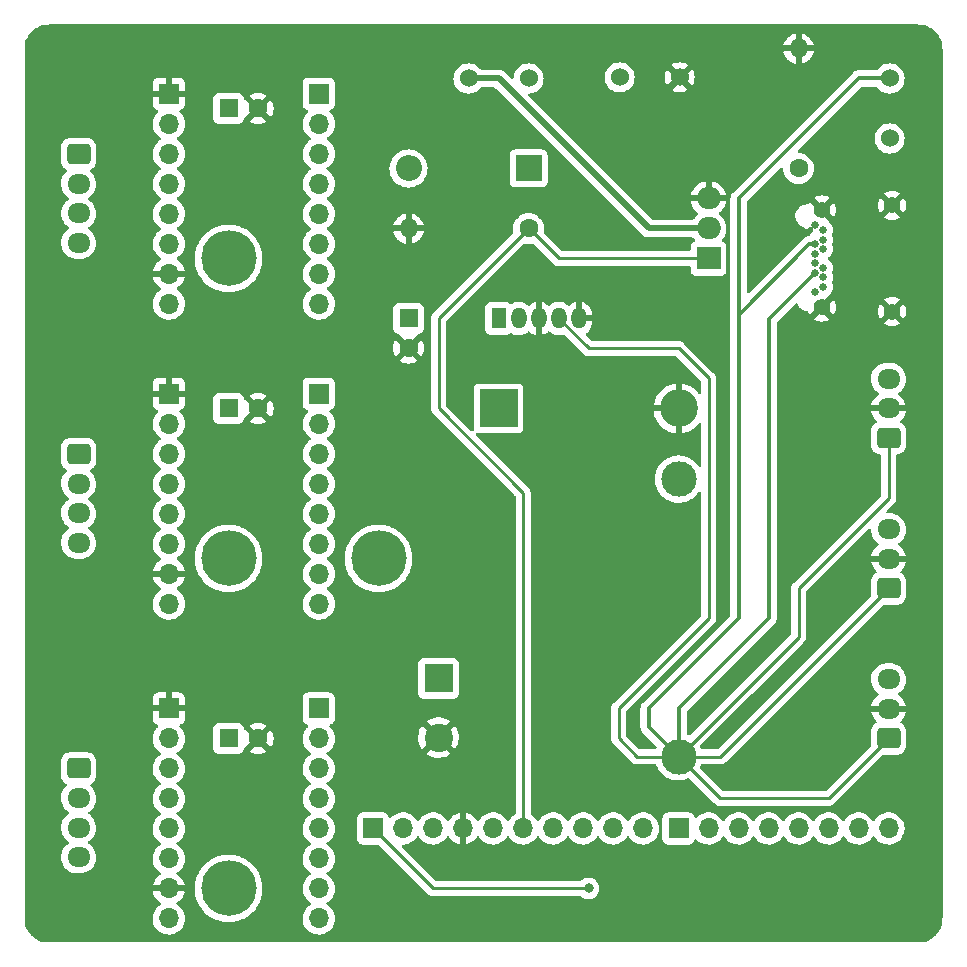
<source format=gbr>
%TF.GenerationSoftware,KiCad,Pcbnew,(6.0.2)*%
%TF.CreationDate,2022-02-25T10:45:33+01:00*%
%TF.ProjectId,CNC_interface,434e435f-696e-4746-9572-666163652e6b,rev?*%
%TF.SameCoordinates,Original*%
%TF.FileFunction,Copper,L2,Bot*%
%TF.FilePolarity,Positive*%
%FSLAX46Y46*%
G04 Gerber Fmt 4.6, Leading zero omitted, Abs format (unit mm)*
G04 Created by KiCad (PCBNEW (6.0.2)) date 2022-02-25 10:45:33*
%MOMM*%
%LPD*%
G01*
G04 APERTURE LIST*
G04 Aperture macros list*
%AMRoundRect*
0 Rectangle with rounded corners*
0 $1 Rounding radius*
0 $2 $3 $4 $5 $6 $7 $8 $9 X,Y pos of 4 corners*
0 Add a 4 corners polygon primitive as box body*
4,1,4,$2,$3,$4,$5,$6,$7,$8,$9,$2,$3,0*
0 Add four circle primitives for the rounded corners*
1,1,$1+$1,$2,$3*
1,1,$1+$1,$4,$5*
1,1,$1+$1,$6,$7*
1,1,$1+$1,$8,$9*
0 Add four rect primitives between the rounded corners*
20,1,$1+$1,$2,$3,$4,$5,0*
20,1,$1+$1,$4,$5,$6,$7,0*
20,1,$1+$1,$6,$7,$8,$9,0*
20,1,$1+$1,$8,$9,$2,$3,0*%
G04 Aperture macros list end*
%TA.AperFunction,ComponentPad*%
%ADD10C,4.700000*%
%TD*%
%TA.AperFunction,ComponentPad*%
%ADD11R,2.200000X2.200000*%
%TD*%
%TA.AperFunction,ComponentPad*%
%ADD12O,2.200000X2.200000*%
%TD*%
%TA.AperFunction,ComponentPad*%
%ADD13RoundRect,0.250000X-0.725000X0.600000X-0.725000X-0.600000X0.725000X-0.600000X0.725000X0.600000X0*%
%TD*%
%TA.AperFunction,ComponentPad*%
%ADD14O,1.950000X1.700000*%
%TD*%
%TA.AperFunction,ComponentPad*%
%ADD15C,1.524000*%
%TD*%
%TA.AperFunction,ComponentPad*%
%ADD16R,1.700000X1.700000*%
%TD*%
%TA.AperFunction,ComponentPad*%
%ADD17O,1.700000X1.700000*%
%TD*%
%TA.AperFunction,ComponentPad*%
%ADD18RoundRect,0.250000X0.725000X-0.600000X0.725000X0.600000X-0.725000X0.600000X-0.725000X-0.600000X0*%
%TD*%
%TA.AperFunction,ComponentPad*%
%ADD19R,2.000000X1.905000*%
%TD*%
%TA.AperFunction,ComponentPad*%
%ADD20O,2.000000X1.905000*%
%TD*%
%TA.AperFunction,ComponentPad*%
%ADD21R,1.600000X1.600000*%
%TD*%
%TA.AperFunction,ComponentPad*%
%ADD22C,1.600000*%
%TD*%
%TA.AperFunction,ComponentPad*%
%ADD23R,1.275000X1.800000*%
%TD*%
%TA.AperFunction,ComponentPad*%
%ADD24O,1.275000X1.800000*%
%TD*%
%TA.AperFunction,ComponentPad*%
%ADD25R,2.400000X2.400000*%
%TD*%
%TA.AperFunction,ComponentPad*%
%ADD26C,2.400000*%
%TD*%
%TA.AperFunction,ComponentPad*%
%ADD27O,3.200000X3.200000*%
%TD*%
%TA.AperFunction,ComponentPad*%
%ADD28R,3.200000X3.200000*%
%TD*%
%TA.AperFunction,ComponentPad*%
%ADD29O,1.600000X1.600000*%
%TD*%
%TA.AperFunction,ComponentPad*%
%ADD30C,0.650000*%
%TD*%
%TA.AperFunction,ComponentPad*%
%ADD31C,1.400000*%
%TD*%
%TA.AperFunction,ComponentPad*%
%ADD32C,3.000000*%
%TD*%
%TA.AperFunction,ViaPad*%
%ADD33C,0.800000*%
%TD*%
%TA.AperFunction,Conductor*%
%ADD34C,0.250000*%
%TD*%
%TA.AperFunction,Conductor*%
%ADD35C,0.500000*%
%TD*%
%TA.AperFunction,Conductor*%
%ADD36C,0.350000*%
%TD*%
G04 APERTURE END LIST*
D10*
%TO.P,2M2.5,1*%
%TO.N,N/C*%
X132080000Y-101600000D03*
%TD*%
%TO.P,1M2.5,1*%
%TO.N,N/C*%
X132080000Y-76200000D03*
%TD*%
%TO.P,3M2.5,1*%
%TO.N,N/C*%
X132080000Y-129540000D03*
%TD*%
%TO.P,4M2.5,1*%
%TO.N,N/C*%
X144780000Y-101600000D03*
%TD*%
D11*
%TO.P,D1,1,K*%
%TO.N,+12V*%
X157480000Y-68580000D03*
D12*
%TO.P,D1,2,A*%
%TO.N,DC-*%
X147320000Y-68580000D03*
%TD*%
D13*
%TO.P,J1,1,Pin_1*%
%TO.N,OB2x*%
X119380000Y-119380000D03*
D14*
%TO.P,J1,2,Pin_2*%
%TO.N,OB1x*%
X119380000Y-121880000D03*
%TO.P,J1,3,Pin_3*%
%TO.N,OA1x*%
X119380000Y-124380000D03*
%TO.P,J1,4,Pin_4*%
%TO.N,OA2x*%
X119380000Y-126880000D03*
%TD*%
D13*
%TO.P,J2,1,Pin_1*%
%TO.N,OB2y*%
X119380000Y-92770000D03*
D14*
%TO.P,J2,2,Pin_2*%
%TO.N,OB1y*%
X119380000Y-95270000D03*
%TO.P,J2,3,Pin_3*%
%TO.N,OA1y*%
X119380000Y-97770000D03*
%TO.P,J2,4,Pin_4*%
%TO.N,OA2y*%
X119380000Y-100270000D03*
%TD*%
D13*
%TO.P,J3,1,Pin_1*%
%TO.N,OB2z*%
X119380000Y-67370000D03*
D14*
%TO.P,J3,2,Pin_2*%
%TO.N,OB1z*%
X119380000Y-69870000D03*
%TO.P,J3,3,Pin_3*%
%TO.N,OA1z*%
X119380000Y-72370000D03*
%TO.P,J3,4,Pin_4*%
%TO.N,OA2z*%
X119380000Y-74870000D03*
%TD*%
D15*
%TO.P,J6,1,Pin_1*%
%TO.N,+12V*%
X157480000Y-60960000D03*
%TO.P,J6,2,Pin_2*%
%TO.N,DC-*%
X152400000Y-60960000D03*
%TD*%
D16*
%TO.P,J8,1,Pin_1*%
%TO.N,GND*%
X127025000Y-114300000D03*
D17*
%TO.P,J8,2,Pin_2*%
%TO.N,+5V*%
X127025000Y-116840000D03*
%TO.P,J8,3,Pin_3*%
%TO.N,OB2x*%
X127025000Y-119380000D03*
%TO.P,J8,4,Pin_4*%
%TO.N,OB1x*%
X127025000Y-121920000D03*
%TO.P,J8,5,Pin_5*%
%TO.N,OA1x*%
X127025000Y-124460000D03*
%TO.P,J8,6,Pin_6*%
%TO.N,OA2x*%
X127025000Y-127000000D03*
%TO.P,J8,7,Pin_7*%
%TO.N,GND*%
X127025000Y-129540000D03*
%TO.P,J8,8,Pin_8*%
%TO.N,+12V*%
X127025000Y-132080000D03*
%TD*%
D16*
%TO.P,J9,1,Pin_1*%
%TO.N,DIRx*%
X139725000Y-114300000D03*
D17*
%TO.P,J9,2,Pin_2*%
%TO.N,STEPx*%
X139725000Y-116840000D03*
%TO.P,J9,3,Pin_3*%
%TO.N,unconnected-(J9-Pad3)*%
X139725000Y-119380000D03*
%TO.P,J9,4,Pin_4*%
%TO.N,unconnected-(J9-Pad4)*%
X139725000Y-121920000D03*
%TO.P,J9,5,Pin_5*%
%TO.N,unconnected-(J9-Pad5)*%
X139725000Y-124460000D03*
%TO.P,J9,6,Pin_6*%
%TO.N,+5V*%
X139725000Y-127000000D03*
%TO.P,J9,7,Pin_7*%
X139725000Y-129540000D03*
%TO.P,J9,8,Pin_8*%
%TO.N,ENx*%
X139725000Y-132080000D03*
%TD*%
D16*
%TO.P,J10,1,Pin_1*%
%TO.N,GND*%
X127025000Y-87645000D03*
D17*
%TO.P,J10,2,Pin_2*%
%TO.N,+5V*%
X127025000Y-90185000D03*
%TO.P,J10,3,Pin_3*%
%TO.N,OB2y*%
X127025000Y-92725000D03*
%TO.P,J10,4,Pin_4*%
%TO.N,OB1y*%
X127025000Y-95265000D03*
%TO.P,J10,5,Pin_5*%
%TO.N,OA1y*%
X127025000Y-97805000D03*
%TO.P,J10,6,Pin_6*%
%TO.N,OA2y*%
X127025000Y-100345000D03*
%TO.P,J10,7,Pin_7*%
%TO.N,GND*%
X127025000Y-102885000D03*
%TO.P,J10,8,Pin_8*%
%TO.N,+12V*%
X127025000Y-105425000D03*
%TD*%
D16*
%TO.P,J11,1,Pin_1*%
%TO.N,DIRy*%
X139725000Y-87645000D03*
D17*
%TO.P,J11,2,Pin_2*%
%TO.N,STEPy*%
X139725000Y-90185000D03*
%TO.P,J11,3,Pin_3*%
%TO.N,unconnected-(J11-Pad3)*%
X139725000Y-92725000D03*
%TO.P,J11,4,Pin_4*%
%TO.N,unconnected-(J11-Pad4)*%
X139725000Y-95265000D03*
%TO.P,J11,5,Pin_5*%
%TO.N,unconnected-(J11-Pad5)*%
X139725000Y-97805000D03*
%TO.P,J11,6,Pin_6*%
%TO.N,+5V*%
X139725000Y-100345000D03*
%TO.P,J11,7,Pin_7*%
X139725000Y-102885000D03*
%TO.P,J11,8,Pin_8*%
%TO.N,ENy*%
X139725000Y-105425000D03*
%TD*%
D16*
%TO.P,J12,1,Pin_1*%
%TO.N,GND*%
X127025000Y-62245000D03*
D17*
%TO.P,J12,2,Pin_2*%
%TO.N,+5V*%
X127025000Y-64785000D03*
%TO.P,J12,3,Pin_3*%
%TO.N,OB2z*%
X127025000Y-67325000D03*
%TO.P,J12,4,Pin_4*%
%TO.N,OB1z*%
X127025000Y-69865000D03*
%TO.P,J12,5,Pin_5*%
%TO.N,OA1z*%
X127025000Y-72405000D03*
%TO.P,J12,6,Pin_6*%
%TO.N,OA2z*%
X127025000Y-74945000D03*
%TO.P,J12,7,Pin_7*%
%TO.N,GND*%
X127025000Y-77485000D03*
%TO.P,J12,8,Pin_8*%
%TO.N,+12V*%
X127025000Y-80025000D03*
%TD*%
D16*
%TO.P,J13,1,Pin_1*%
%TO.N,DIRz*%
X139725000Y-62245000D03*
D17*
%TO.P,J13,2,Pin_2*%
%TO.N,STEPz*%
X139725000Y-64785000D03*
%TO.P,J13,3,Pin_3*%
%TO.N,unconnected-(J13-Pad3)*%
X139725000Y-67325000D03*
%TO.P,J13,4,Pin_4*%
%TO.N,unconnected-(J13-Pad4)*%
X139725000Y-69865000D03*
%TO.P,J13,5,Pin_5*%
%TO.N,unconnected-(J13-Pad5)*%
X139725000Y-72405000D03*
%TO.P,J13,6,Pin_6*%
%TO.N,+5V*%
X139725000Y-74945000D03*
%TO.P,J13,7,Pin_7*%
X139725000Y-77485000D03*
%TO.P,J13,8,Pin_8*%
%TO.N,ENz*%
X139725000Y-80025000D03*
%TD*%
D18*
%TO.P,J14,1,Pin_1*%
%TO.N,+5V*%
X187960000Y-91400000D03*
D14*
%TO.P,J14,2,Pin_2*%
%TO.N,GND*%
X187960000Y-88900000D03*
%TO.P,J14,3,Pin_3*%
%TO.N,Lx*%
X187960000Y-86400000D03*
%TD*%
D18*
%TO.P,J15,1,Pin_1*%
%TO.N,+5V*%
X187960000Y-104140000D03*
D14*
%TO.P,J15,2,Pin_2*%
%TO.N,GND*%
X187960000Y-101640000D03*
%TO.P,J15,3,Pin_3*%
%TO.N,Ly*%
X187960000Y-99140000D03*
%TD*%
D18*
%TO.P,J16,1,Pin_1*%
%TO.N,+5V*%
X187960000Y-116840000D03*
D14*
%TO.P,J16,2,Pin_2*%
%TO.N,GND*%
X187960000Y-114340000D03*
%TO.P,J16,3,Pin_3*%
%TO.N,Lz*%
X187960000Y-111840000D03*
%TD*%
D19*
%TO.P,Q1,1,G*%
%TO.N,DCtrl*%
X172720000Y-76200000D03*
D20*
%TO.P,Q1,2,D*%
%TO.N,DC-*%
X172720000Y-73660000D03*
%TO.P,Q1,3,S*%
%TO.N,GND*%
X172720000Y-71120000D03*
%TD*%
D15*
%TO.P,J5,1,Pin_1*%
%TO.N,+12V*%
X165195000Y-60865000D03*
%TO.P,J5,2,Pin_2*%
%TO.N,GND*%
X170275000Y-60865000D03*
%TD*%
D16*
%TO.P,J18,1,Pin_1*%
%TO.N,CONT*%
X144320000Y-124460000D03*
D17*
%TO.P,J18,2,Pin_2*%
%TO.N,16*%
X146860000Y-124460000D03*
%TO.P,J18,3,Pin_3*%
%TO.N,AREF*%
X149400000Y-124460000D03*
%TO.P,J18,4,Pin_4*%
%TO.N,GND*%
X151940000Y-124460000D03*
%TO.P,J18,5,Pin_5*%
%TO.N,13*%
X154480000Y-124460000D03*
%TO.P,J18,6,Pin_6*%
%TO.N,DCtrl*%
X157020000Y-124460000D03*
%TO.P,J18,7,Pin_7*%
%TO.N,ENx*%
X159560000Y-124460000D03*
%TO.P,J18,8,Pin_8*%
%TO.N,STEPx*%
X162100000Y-124460000D03*
%TO.P,J18,9,Pin_9*%
%TO.N,DIRx*%
X164640000Y-124460000D03*
%TO.P,J18,10,Pin_10*%
%TO.N,ENy*%
X167180000Y-124460000D03*
%TD*%
D21*
%TO.P,C4,1*%
%TO.N,+5V*%
X132080000Y-88900000D03*
D22*
%TO.P,C4,2*%
%TO.N,GND*%
X134580000Y-88900000D03*
%TD*%
D16*
%TO.P,J17,1,Pin_1*%
%TO.N,STEPy*%
X170180000Y-124460000D03*
D17*
%TO.P,J17,2,Pin_2*%
%TO.N,DIRy*%
X172720000Y-124460000D03*
%TO.P,J17,3,Pin_3*%
%TO.N,ENz*%
X175260000Y-124460000D03*
%TO.P,J17,4,Pin_4*%
%TO.N,STEPz*%
X177800000Y-124460000D03*
%TO.P,J17,5,Pin_5*%
%TO.N,DIRz*%
X180340000Y-124460000D03*
%TO.P,J17,6,Pin_6*%
%TO.N,Lx*%
X182880000Y-124460000D03*
%TO.P,J17,7,Pin_7*%
%TO.N,Ly*%
X185420000Y-124460000D03*
%TO.P,J17,8,Pin_8*%
%TO.N,Lz*%
X187960000Y-124460000D03*
%TD*%
D23*
%TO.P,U1,1,VIN*%
%TO.N,+12V*%
X154940000Y-81280000D03*
D24*
%TO.P,U1,2,OUT*%
%TO.N,Net-(D2-Pad1)*%
X156640000Y-81280000D03*
%TO.P,U1,3,GND*%
%TO.N,GND*%
X158340000Y-81280000D03*
%TO.P,U1,4,FB*%
%TO.N,+5V*%
X160040000Y-81280000D03*
%TO.P,U1,5,~{ON}/OFF*%
%TO.N,GND*%
X161740000Y-81280000D03*
%TD*%
D21*
%TO.P,C3,1*%
%TO.N,+5V*%
X132080000Y-116840000D03*
D22*
%TO.P,C3,2*%
%TO.N,GND*%
X134580000Y-116840000D03*
%TD*%
D25*
%TO.P,C2,1*%
%TO.N,+5V*%
X149860000Y-111760000D03*
D26*
%TO.P,C2,2*%
%TO.N,GND*%
X149860000Y-116760000D03*
%TD*%
D27*
%TO.P,D2,2,A*%
%TO.N,GND*%
X170180000Y-88900000D03*
D28*
%TO.P,D2,1,K*%
%TO.N,Net-(D2-Pad1)*%
X154940000Y-88900000D03*
%TD*%
D22*
%TO.P,R1,1*%
%TO.N,DCtrl*%
X157480000Y-73660000D03*
D29*
%TO.P,R1,2*%
%TO.N,GND*%
X147320000Y-73660000D03*
%TD*%
D21*
%TO.P,C5,1*%
%TO.N,+5V*%
X132080000Y-63500000D03*
D22*
%TO.P,C5,2*%
%TO.N,GND*%
X134580000Y-63500000D03*
%TD*%
D21*
%TO.P,C1,1*%
%TO.N,+12V*%
X147320000Y-81280000D03*
D22*
%TO.P,C1,2*%
%TO.N,GND*%
X147320000Y-83780000D03*
%TD*%
D30*
%TO.P,J19,B1,GND*%
%TO.N,GND*%
X181710000Y-73400000D03*
%TO.P,J19,B2,TX2+*%
%TO.N,unconnected-(J19-PadB2)*%
X182410000Y-73800000D03*
%TO.P,J19,B3,TX2-*%
%TO.N,unconnected-(J19-PadB3)*%
X182410000Y-74600000D03*
%TO.P,J19,B4,VBUS*%
%TO.N,+5V*%
X181710000Y-75000000D03*
%TO.P,J19,B5,CC2*%
%TO.N,unconnected-(J19-PadB5)*%
X182410000Y-75400000D03*
%TO.P,J19,B6,D+*%
%TO.N,unconnected-(J19-PadB6)*%
X181710000Y-75800000D03*
%TO.P,J19,B7,D-*%
%TO.N,unconnected-(J19-PadB7)*%
X181710000Y-76600000D03*
%TO.P,J19,B8,SBU2*%
%TO.N,unconnected-(J19-PadB8)*%
X182410000Y-77000000D03*
%TO.P,J19,B9,VBUS*%
%TO.N,+5V*%
X181710000Y-77400000D03*
%TO.P,J19,B10,RX1-*%
%TO.N,unconnected-(J19-PadB10)*%
X182410000Y-77800000D03*
%TO.P,J19,B11,RX1+*%
%TO.N,unconnected-(J19-PadB11)*%
X182410000Y-78600000D03*
%TO.P,J19,B12,GND*%
%TO.N,GND*%
X181710000Y-79000000D03*
D31*
%TO.P,J19,S1,SHIELD*%
X182310000Y-80330000D03*
X188260000Y-71710000D03*
X182310000Y-72070000D03*
X188260000Y-80690000D03*
%TD*%
D22*
%TO.P,R2,1*%
%TO.N,CONT*%
X180340000Y-68580000D03*
D29*
%TO.P,R2,2*%
%TO.N,GND*%
X180340000Y-58420000D03*
%TD*%
D15*
%TO.P,J4,1,Pin_1*%
%TO.N,+5V*%
X188055000Y-60960000D03*
%TO.P,J4,2,Pin_2*%
%TO.N,CONT*%
X188055000Y-66040000D03*
%TD*%
D32*
%TO.P,L1,1,1*%
%TO.N,+5V*%
X170180000Y-118380000D03*
%TO.P,L1,2,2*%
%TO.N,Net-(D2-Pad1)*%
X170180000Y-94880000D03*
%TD*%
D33*
%TO.N,CONT*%
X162560000Y-129540000D03*
%TD*%
D34*
%TO.N,+5V*%
X160040000Y-81300000D02*
X160040000Y-81280000D01*
X162560000Y-83820000D02*
X160040000Y-81300000D01*
D35*
%TO.N,DC-*%
X154940000Y-60960000D02*
X167640000Y-73660000D01*
X167640000Y-73660000D02*
X172720000Y-73660000D01*
X152400000Y-60960000D02*
X154940000Y-60960000D01*
D36*
%TO.N,+5V*%
X175260000Y-106680000D02*
X175260000Y-80990381D01*
D34*
X166640000Y-118380000D02*
X165100000Y-116840000D01*
D36*
X181250381Y-75000000D02*
X181710000Y-75000000D01*
D34*
X180340000Y-104140000D02*
X187960000Y-96520000D01*
X180340000Y-108220000D02*
X180340000Y-106680000D01*
X187960000Y-104140000D02*
X173720000Y-118380000D01*
D36*
X167640000Y-114300000D02*
X175260000Y-106680000D01*
D34*
X172720000Y-106680000D02*
X172720000Y-86360000D01*
D36*
X175260000Y-71120000D02*
X185420000Y-60960000D01*
X175260000Y-80990381D02*
X181250381Y-75000000D01*
X170180000Y-118380000D02*
X167640000Y-115840000D01*
D34*
X180340000Y-106680000D02*
X180340000Y-104140000D01*
X172720000Y-86360000D02*
X170180000Y-83820000D01*
D36*
X185420000Y-60960000D02*
X188055000Y-60960000D01*
X177800000Y-81310000D02*
X181710000Y-77400000D01*
D34*
X173720000Y-121920000D02*
X182880000Y-121920000D01*
X165100000Y-114300000D02*
X172720000Y-106680000D01*
X170180000Y-118380000D02*
X166640000Y-118380000D01*
X173720000Y-118380000D02*
X170180000Y-118380000D01*
X165100000Y-116840000D02*
X165100000Y-114300000D01*
X182880000Y-121920000D02*
X187960000Y-116840000D01*
D36*
X167640000Y-115840000D02*
X167640000Y-114300000D01*
X177800000Y-106680000D02*
X177800000Y-81310000D01*
D34*
X170180000Y-118380000D02*
X180340000Y-108220000D01*
X170180000Y-83820000D02*
X162560000Y-83820000D01*
X187960000Y-96520000D02*
X187960000Y-91400000D01*
D36*
X170180000Y-114300000D02*
X177800000Y-106680000D01*
X175260000Y-80990381D02*
X175260000Y-71120000D01*
D34*
X170180000Y-118380000D02*
X173720000Y-121920000D01*
D36*
X170180000Y-118380000D02*
X170180000Y-114300000D01*
D34*
%TO.N,DCtrl*%
X160020000Y-76200000D02*
X172720000Y-76200000D01*
X149860000Y-88900000D02*
X149860000Y-81280000D01*
X157020000Y-124460000D02*
X157020000Y-96060000D01*
X149860000Y-81280000D02*
X157480000Y-73660000D01*
X157480000Y-73660000D02*
X160020000Y-76200000D01*
X157020000Y-96060000D02*
X149860000Y-88900000D01*
%TO.N,CONT*%
X144320000Y-124460000D02*
X149400000Y-129540000D01*
X149400000Y-129540000D02*
X162560000Y-129540000D01*
%TD*%
%TA.AperFunction,Conductor*%
%TO.N,GND*%
G36*
X190470057Y-56389500D02*
G01*
X190484858Y-56391805D01*
X190484861Y-56391805D01*
X190493730Y-56393186D01*
X190509999Y-56391059D01*
X190534567Y-56390266D01*
X190756985Y-56404844D01*
X190773326Y-56406995D01*
X191017824Y-56455629D01*
X191033743Y-56459895D01*
X191269790Y-56540022D01*
X191285017Y-56546329D01*
X191508592Y-56656584D01*
X191522865Y-56664825D01*
X191730133Y-56803316D01*
X191743210Y-56813349D01*
X191930632Y-56977714D01*
X191942286Y-56989368D01*
X192084940Y-57152033D01*
X192106651Y-57176790D01*
X192116684Y-57189867D01*
X192255175Y-57397135D01*
X192263416Y-57411408D01*
X192373671Y-57634983D01*
X192379978Y-57650210D01*
X192460105Y-57886257D01*
X192464371Y-57902176D01*
X192513005Y-58146673D01*
X192515156Y-58163014D01*
X192529264Y-58378268D01*
X192528239Y-58401304D01*
X192528196Y-58404854D01*
X192526814Y-58413730D01*
X192528454Y-58426270D01*
X192530936Y-58445251D01*
X192532000Y-58461589D01*
X192532000Y-132030672D01*
X192530500Y-132050056D01*
X192526814Y-132073730D01*
X192528941Y-132089999D01*
X192529734Y-132114567D01*
X192515156Y-132336985D01*
X192513005Y-132353326D01*
X192464371Y-132597824D01*
X192460105Y-132613743D01*
X192379978Y-132849790D01*
X192373671Y-132865017D01*
X192263416Y-133088592D01*
X192255175Y-133102865D01*
X192116684Y-133310133D01*
X192106654Y-133323206D01*
X192083881Y-133349174D01*
X191942286Y-133510632D01*
X191930632Y-133522286D01*
X191743210Y-133686651D01*
X191730133Y-133696684D01*
X191522865Y-133835175D01*
X191508592Y-133843416D01*
X191285017Y-133953671D01*
X191269790Y-133959978D01*
X191033743Y-134040105D01*
X191017824Y-134044371D01*
X190773327Y-134093005D01*
X190756986Y-134095156D01*
X190541732Y-134109264D01*
X190518696Y-134108239D01*
X190515146Y-134108196D01*
X190506270Y-134106814D01*
X190477762Y-134110542D01*
X190474749Y-134110936D01*
X190458411Y-134112000D01*
X116889328Y-134112000D01*
X116869943Y-134110500D01*
X116855142Y-134108195D01*
X116855139Y-134108195D01*
X116846270Y-134106814D01*
X116830001Y-134108941D01*
X116805433Y-134109734D01*
X116583015Y-134095156D01*
X116566674Y-134093005D01*
X116322176Y-134044371D01*
X116306257Y-134040105D01*
X116070210Y-133959978D01*
X116054983Y-133953671D01*
X115831408Y-133843416D01*
X115817135Y-133835175D01*
X115609867Y-133696684D01*
X115596790Y-133686651D01*
X115409368Y-133522286D01*
X115397714Y-133510632D01*
X115256119Y-133349174D01*
X115233346Y-133323206D01*
X115223316Y-133310133D01*
X115084825Y-133102865D01*
X115076584Y-133088592D01*
X114966329Y-132865017D01*
X114960022Y-132849790D01*
X114879895Y-132613743D01*
X114875629Y-132597824D01*
X114826995Y-132353327D01*
X114824844Y-132336986D01*
X114810736Y-132121732D01*
X114811761Y-132098696D01*
X114811804Y-132095146D01*
X114813186Y-132086270D01*
X114809064Y-132054748D01*
X114808540Y-132046695D01*
X125662251Y-132046695D01*
X125662548Y-132051848D01*
X125662548Y-132051851D01*
X125668011Y-132146590D01*
X125675110Y-132269715D01*
X125676247Y-132274761D01*
X125676248Y-132274767D01*
X125690270Y-132336985D01*
X125724222Y-132487639D01*
X125808266Y-132694616D01*
X125810965Y-132699020D01*
X125912688Y-132865017D01*
X125924987Y-132885088D01*
X126071250Y-133053938D01*
X126243126Y-133196632D01*
X126436000Y-133309338D01*
X126440825Y-133311180D01*
X126440826Y-133311181D01*
X126467679Y-133321435D01*
X126644692Y-133389030D01*
X126649760Y-133390061D01*
X126649763Y-133390062D01*
X126757017Y-133411883D01*
X126863597Y-133433567D01*
X126868772Y-133433757D01*
X126868774Y-133433757D01*
X127081673Y-133441564D01*
X127081677Y-133441564D01*
X127086837Y-133441753D01*
X127091957Y-133441097D01*
X127091959Y-133441097D01*
X127303288Y-133414025D01*
X127303289Y-133414025D01*
X127308416Y-133413368D01*
X127313366Y-133411883D01*
X127517429Y-133350661D01*
X127517434Y-133350659D01*
X127522384Y-133349174D01*
X127722994Y-133250896D01*
X127904860Y-133121173D01*
X128063096Y-132963489D01*
X128122594Y-132880689D01*
X128190435Y-132786277D01*
X128193453Y-132782077D01*
X128226810Y-132714585D01*
X128290136Y-132586453D01*
X128290137Y-132586451D01*
X128292430Y-132581811D01*
X128347960Y-132399040D01*
X128355865Y-132373023D01*
X128355865Y-132373021D01*
X128357370Y-132368069D01*
X128386529Y-132146590D01*
X128386611Y-132143240D01*
X128388074Y-132083365D01*
X128388074Y-132083361D01*
X128388156Y-132080000D01*
X128369852Y-131857361D01*
X128315431Y-131640702D01*
X128226354Y-131435840D01*
X128105014Y-131248277D01*
X127954670Y-131083051D01*
X127950619Y-131079852D01*
X127950615Y-131079848D01*
X127783414Y-130947800D01*
X127783410Y-130947798D01*
X127779359Y-130944598D01*
X127737569Y-130921529D01*
X127687598Y-130871097D01*
X127672826Y-130801654D01*
X127697942Y-130735248D01*
X127725294Y-130708641D01*
X127900328Y-130583792D01*
X127908200Y-130577139D01*
X128059052Y-130426812D01*
X128065730Y-130418965D01*
X128190003Y-130246020D01*
X128195313Y-130237183D01*
X128289670Y-130046267D01*
X128293469Y-130036672D01*
X128355377Y-129832910D01*
X128357555Y-129822837D01*
X128358986Y-129811962D01*
X128356775Y-129797778D01*
X128343617Y-129794000D01*
X125708225Y-129794000D01*
X125694694Y-129797973D01*
X125693257Y-129807966D01*
X125723565Y-129942446D01*
X125726645Y-129952275D01*
X125806770Y-130149603D01*
X125811413Y-130158794D01*
X125922694Y-130340388D01*
X125928777Y-130348699D01*
X126068213Y-130509667D01*
X126075580Y-130516883D01*
X126239434Y-130652916D01*
X126247881Y-130658831D01*
X126316969Y-130699203D01*
X126365693Y-130750842D01*
X126378764Y-130820625D01*
X126352033Y-130886396D01*
X126311584Y-130919752D01*
X126298607Y-130926507D01*
X126294474Y-130929610D01*
X126294471Y-130929612D01*
X126165716Y-131026284D01*
X126119965Y-131060635D01*
X125965629Y-131222138D01*
X125962715Y-131226410D01*
X125962714Y-131226411D01*
X125944838Y-131252617D01*
X125839743Y-131406680D01*
X125745688Y-131609305D01*
X125685989Y-131824570D01*
X125662251Y-132046695D01*
X114808540Y-132046695D01*
X114808000Y-132038411D01*
X114808000Y-129450060D01*
X129218069Y-129450060D01*
X129218164Y-129453690D01*
X129218164Y-129453691D01*
X129225256Y-129724547D01*
X129226698Y-129779598D01*
X129227208Y-129783183D01*
X129227209Y-129783192D01*
X129232866Y-129822939D01*
X129273146Y-130105961D01*
X129274065Y-130109464D01*
X129274066Y-130109469D01*
X129334647Y-130340388D01*
X129356798Y-130424822D01*
X129476544Y-130731955D01*
X129517429Y-130809174D01*
X129603468Y-130971672D01*
X129630798Y-131023290D01*
X129632850Y-131026275D01*
X129632855Y-131026284D01*
X129815457Y-131291972D01*
X129815463Y-131291979D01*
X129817514Y-131294964D01*
X130034219Y-131543377D01*
X130278039Y-131765236D01*
X130280987Y-131767354D01*
X130280989Y-131767356D01*
X130542793Y-131955481D01*
X130542799Y-131955485D01*
X130545744Y-131957601D01*
X130833784Y-132117922D01*
X131138342Y-132244074D01*
X131141836Y-132245069D01*
X131141838Y-132245070D01*
X131451880Y-132333388D01*
X131451885Y-132333389D01*
X131455381Y-132334385D01*
X131641993Y-132364944D01*
X131777118Y-132387072D01*
X131777125Y-132387073D01*
X131780699Y-132387658D01*
X131945342Y-132395423D01*
X132106357Y-132403016D01*
X132106358Y-132403016D01*
X132109984Y-132403187D01*
X132121877Y-132402376D01*
X132435241Y-132381014D01*
X132435249Y-132381013D01*
X132438872Y-132380766D01*
X132442448Y-132380103D01*
X132442450Y-132380103D01*
X132759438Y-132321353D01*
X132759442Y-132321352D01*
X132763003Y-132320692D01*
X133078082Y-132223761D01*
X133253882Y-132146590D01*
X133376604Y-132092719D01*
X133376612Y-132092715D01*
X133379931Y-132091258D01*
X133456191Y-132046695D01*
X138362251Y-132046695D01*
X138362548Y-132051848D01*
X138362548Y-132051851D01*
X138368011Y-132146590D01*
X138375110Y-132269715D01*
X138376247Y-132274761D01*
X138376248Y-132274767D01*
X138390270Y-132336985D01*
X138424222Y-132487639D01*
X138508266Y-132694616D01*
X138510965Y-132699020D01*
X138612688Y-132865017D01*
X138624987Y-132885088D01*
X138771250Y-133053938D01*
X138943126Y-133196632D01*
X139136000Y-133309338D01*
X139140825Y-133311180D01*
X139140826Y-133311181D01*
X139167679Y-133321435D01*
X139344692Y-133389030D01*
X139349760Y-133390061D01*
X139349763Y-133390062D01*
X139457017Y-133411883D01*
X139563597Y-133433567D01*
X139568772Y-133433757D01*
X139568774Y-133433757D01*
X139781673Y-133441564D01*
X139781677Y-133441564D01*
X139786837Y-133441753D01*
X139791957Y-133441097D01*
X139791959Y-133441097D01*
X140003288Y-133414025D01*
X140003289Y-133414025D01*
X140008416Y-133413368D01*
X140013366Y-133411883D01*
X140217429Y-133350661D01*
X140217434Y-133350659D01*
X140222384Y-133349174D01*
X140422994Y-133250896D01*
X140604860Y-133121173D01*
X140763096Y-132963489D01*
X140822594Y-132880689D01*
X140890435Y-132786277D01*
X140893453Y-132782077D01*
X140926810Y-132714585D01*
X140990136Y-132586453D01*
X140990137Y-132586451D01*
X140992430Y-132581811D01*
X141047960Y-132399040D01*
X141055865Y-132373023D01*
X141055865Y-132373021D01*
X141057370Y-132368069D01*
X141086529Y-132146590D01*
X141086611Y-132143240D01*
X141088074Y-132083365D01*
X141088074Y-132083361D01*
X141088156Y-132080000D01*
X141069852Y-131857361D01*
X141015431Y-131640702D01*
X140926354Y-131435840D01*
X140805014Y-131248277D01*
X140654670Y-131083051D01*
X140650619Y-131079852D01*
X140650615Y-131079848D01*
X140483414Y-130947800D01*
X140483410Y-130947798D01*
X140479359Y-130944598D01*
X140438053Y-130921796D01*
X140388084Y-130871364D01*
X140373312Y-130801921D01*
X140398428Y-130735516D01*
X140425780Y-130708909D01*
X140475044Y-130673769D01*
X140604860Y-130581173D01*
X140763096Y-130423489D01*
X140772670Y-130410166D01*
X140890435Y-130246277D01*
X140893453Y-130242077D01*
X140903006Y-130222749D01*
X140990136Y-130046453D01*
X140990137Y-130046451D01*
X140992430Y-130041811D01*
X141057370Y-129828069D01*
X141086529Y-129606590D01*
X141088156Y-129540000D01*
X141069852Y-129317361D01*
X141015431Y-129100702D01*
X140926354Y-128895840D01*
X140865950Y-128802470D01*
X140807822Y-128712617D01*
X140807820Y-128712614D01*
X140805014Y-128708277D01*
X140654670Y-128543051D01*
X140650619Y-128539852D01*
X140650615Y-128539848D01*
X140483414Y-128407800D01*
X140483410Y-128407798D01*
X140479359Y-128404598D01*
X140438053Y-128381796D01*
X140388084Y-128331364D01*
X140373312Y-128261921D01*
X140398428Y-128195516D01*
X140425780Y-128168909D01*
X140495053Y-128119497D01*
X140604860Y-128041173D01*
X140642541Y-128003624D01*
X140759435Y-127887137D01*
X140763096Y-127883489D01*
X140781811Y-127857445D01*
X140890435Y-127706277D01*
X140893453Y-127702077D01*
X140904979Y-127678757D01*
X140990136Y-127506453D01*
X140990137Y-127506451D01*
X140992430Y-127501811D01*
X141057370Y-127288069D01*
X141086529Y-127066590D01*
X141087028Y-127046158D01*
X141088074Y-127003365D01*
X141088074Y-127003361D01*
X141088156Y-127000000D01*
X141069852Y-126777361D01*
X141015431Y-126560702D01*
X140926354Y-126355840D01*
X140805014Y-126168277D01*
X140654670Y-126003051D01*
X140650619Y-125999852D01*
X140650615Y-125999848D01*
X140483414Y-125867800D01*
X140483410Y-125867798D01*
X140479359Y-125864598D01*
X140438053Y-125841796D01*
X140388084Y-125791364D01*
X140373312Y-125721921D01*
X140398428Y-125655516D01*
X140425780Y-125628909D01*
X140469603Y-125597650D01*
X140604860Y-125501173D01*
X140748400Y-125358134D01*
X142961500Y-125358134D01*
X142968255Y-125420316D01*
X143019385Y-125556705D01*
X143106739Y-125673261D01*
X143223295Y-125760615D01*
X143359684Y-125811745D01*
X143421866Y-125818500D01*
X144730406Y-125818500D01*
X144798527Y-125838502D01*
X144819501Y-125855405D01*
X146867093Y-127902998D01*
X148896348Y-129932253D01*
X148903888Y-129940539D01*
X148908000Y-129947018D01*
X148913777Y-129952443D01*
X148957651Y-129993643D01*
X148960493Y-129996398D01*
X148980230Y-130016135D01*
X148983427Y-130018615D01*
X148992447Y-130026318D01*
X149024679Y-130056586D01*
X149031625Y-130060405D01*
X149031628Y-130060407D01*
X149042434Y-130066348D01*
X149058953Y-130077199D01*
X149074959Y-130089614D01*
X149082228Y-130092759D01*
X149082232Y-130092762D01*
X149115537Y-130107174D01*
X149126187Y-130112391D01*
X149164940Y-130133695D01*
X149172615Y-130135666D01*
X149172616Y-130135666D01*
X149184562Y-130138733D01*
X149203266Y-130145137D01*
X149213587Y-130149603D01*
X149221855Y-130153181D01*
X149229678Y-130154420D01*
X149229688Y-130154423D01*
X149265524Y-130160099D01*
X149277144Y-130162505D01*
X149312289Y-130171528D01*
X149319970Y-130173500D01*
X149340224Y-130173500D01*
X149359934Y-130175051D01*
X149379943Y-130178220D01*
X149387835Y-130177474D01*
X149423961Y-130174059D01*
X149435819Y-130173500D01*
X161851800Y-130173500D01*
X161919921Y-130193502D01*
X161939147Y-130209843D01*
X161939420Y-130209540D01*
X161944332Y-130213963D01*
X161948747Y-130218866D01*
X162103248Y-130331118D01*
X162109276Y-130333802D01*
X162109278Y-130333803D01*
X162271681Y-130406109D01*
X162277712Y-130408794D01*
X162362480Y-130426812D01*
X162458056Y-130447128D01*
X162458061Y-130447128D01*
X162464513Y-130448500D01*
X162655487Y-130448500D01*
X162661939Y-130447128D01*
X162661944Y-130447128D01*
X162757520Y-130426812D01*
X162842288Y-130408794D01*
X162848319Y-130406109D01*
X163010722Y-130333803D01*
X163010724Y-130333802D01*
X163016752Y-130331118D01*
X163171253Y-130218866D01*
X163207851Y-130178220D01*
X163294621Y-130081852D01*
X163294622Y-130081851D01*
X163299040Y-130076944D01*
X163371018Y-129952275D01*
X163391223Y-129917279D01*
X163391224Y-129917278D01*
X163394527Y-129911556D01*
X163453542Y-129729928D01*
X163454316Y-129722570D01*
X163472814Y-129546565D01*
X163473504Y-129540000D01*
X163464051Y-129450060D01*
X163454232Y-129356635D01*
X163454232Y-129356633D01*
X163453542Y-129350072D01*
X163394527Y-129168444D01*
X163299040Y-129003056D01*
X163202503Y-128895840D01*
X163175675Y-128866045D01*
X163175674Y-128866044D01*
X163171253Y-128861134D01*
X163016752Y-128748882D01*
X163010724Y-128746198D01*
X163010722Y-128746197D01*
X162848319Y-128673891D01*
X162848318Y-128673891D01*
X162842288Y-128671206D01*
X162748888Y-128651353D01*
X162661944Y-128632872D01*
X162661939Y-128632872D01*
X162655487Y-128631500D01*
X162464513Y-128631500D01*
X162458061Y-128632872D01*
X162458056Y-128632872D01*
X162371112Y-128651353D01*
X162277712Y-128671206D01*
X162271682Y-128673891D01*
X162271681Y-128673891D01*
X162109278Y-128746197D01*
X162109276Y-128746198D01*
X162103248Y-128748882D01*
X162097907Y-128752762D01*
X162097906Y-128752763D01*
X162034388Y-128798912D01*
X161948747Y-128861134D01*
X161944332Y-128866037D01*
X161939420Y-128870460D01*
X161938295Y-128869211D01*
X161884986Y-128902051D01*
X161851800Y-128906500D01*
X149714594Y-128906500D01*
X149646473Y-128886498D01*
X149625499Y-128869595D01*
X146791318Y-126035413D01*
X146757292Y-125973101D01*
X146762357Y-125902285D01*
X146804904Y-125845450D01*
X146871424Y-125820639D01*
X146885024Y-125820403D01*
X146901698Y-125821015D01*
X146916674Y-125821564D01*
X146916678Y-125821564D01*
X146921837Y-125821753D01*
X146926957Y-125821097D01*
X146926959Y-125821097D01*
X147138288Y-125794025D01*
X147138289Y-125794025D01*
X147143416Y-125793368D01*
X147148366Y-125791883D01*
X147352429Y-125730661D01*
X147352434Y-125730659D01*
X147357384Y-125729174D01*
X147557994Y-125630896D01*
X147739860Y-125501173D01*
X147898096Y-125343489D01*
X147957594Y-125260689D01*
X148028453Y-125162077D01*
X148029776Y-125163028D01*
X148076645Y-125119857D01*
X148146580Y-125107625D01*
X148212026Y-125135144D01*
X148239875Y-125166994D01*
X148299987Y-125265088D01*
X148446250Y-125433938D01*
X148618126Y-125576632D01*
X148811000Y-125689338D01*
X149019692Y-125769030D01*
X149024760Y-125770061D01*
X149024763Y-125770062D01*
X149119862Y-125789410D01*
X149238597Y-125813567D01*
X149243772Y-125813757D01*
X149243774Y-125813757D01*
X149456673Y-125821564D01*
X149456677Y-125821564D01*
X149461837Y-125821753D01*
X149466957Y-125821097D01*
X149466959Y-125821097D01*
X149678288Y-125794025D01*
X149678289Y-125794025D01*
X149683416Y-125793368D01*
X149688366Y-125791883D01*
X149892429Y-125730661D01*
X149892434Y-125730659D01*
X149897384Y-125729174D01*
X150097994Y-125630896D01*
X150279860Y-125501173D01*
X150438096Y-125343489D01*
X150497594Y-125260689D01*
X150568453Y-125162077D01*
X150569640Y-125162930D01*
X150616960Y-125119362D01*
X150686897Y-125107145D01*
X150752338Y-125134678D01*
X150780166Y-125166511D01*
X150837694Y-125260388D01*
X150843777Y-125268699D01*
X150983213Y-125429667D01*
X150990580Y-125436883D01*
X151154434Y-125572916D01*
X151162881Y-125578831D01*
X151346756Y-125686279D01*
X151356042Y-125690729D01*
X151555001Y-125766703D01*
X151564899Y-125769579D01*
X151668250Y-125790606D01*
X151682299Y-125789410D01*
X151686000Y-125779065D01*
X151686000Y-123143102D01*
X151682082Y-123129758D01*
X151667806Y-123127771D01*
X151629324Y-123133660D01*
X151619288Y-123136051D01*
X151416868Y-123202212D01*
X151407359Y-123206209D01*
X151218463Y-123304542D01*
X151209738Y-123310036D01*
X151039433Y-123437905D01*
X151031726Y-123444748D01*
X150884590Y-123598717D01*
X150878109Y-123606722D01*
X150773498Y-123760074D01*
X150718587Y-123805076D01*
X150648062Y-123813247D01*
X150584315Y-123781993D01*
X150563618Y-123757509D01*
X150482822Y-123632617D01*
X150482820Y-123632614D01*
X150480014Y-123628277D01*
X150329670Y-123463051D01*
X150325619Y-123459852D01*
X150325615Y-123459848D01*
X150158414Y-123327800D01*
X150158410Y-123327798D01*
X150154359Y-123324598D01*
X150149831Y-123322098D01*
X150049420Y-123266669D01*
X149958789Y-123216638D01*
X149953920Y-123214914D01*
X149953916Y-123214912D01*
X149753087Y-123143795D01*
X149753083Y-123143794D01*
X149748212Y-123142069D01*
X149743119Y-123141162D01*
X149743116Y-123141161D01*
X149533373Y-123103800D01*
X149533367Y-123103799D01*
X149528284Y-123102894D01*
X149454452Y-123101992D01*
X149310081Y-123100228D01*
X149310079Y-123100228D01*
X149304911Y-123100165D01*
X149084091Y-123133955D01*
X148871756Y-123203357D01*
X148809870Y-123235573D01*
X148697975Y-123293822D01*
X148673607Y-123306507D01*
X148669474Y-123309610D01*
X148669471Y-123309612D01*
X148540311Y-123406588D01*
X148494965Y-123440635D01*
X148491393Y-123444373D01*
X148368806Y-123572653D01*
X148340629Y-123602138D01*
X148233201Y-123759621D01*
X148178293Y-123804621D01*
X148107768Y-123812792D01*
X148044021Y-123781538D01*
X148023324Y-123757054D01*
X147942822Y-123632617D01*
X147942820Y-123632614D01*
X147940014Y-123628277D01*
X147789670Y-123463051D01*
X147785619Y-123459852D01*
X147785615Y-123459848D01*
X147618414Y-123327800D01*
X147618410Y-123327798D01*
X147614359Y-123324598D01*
X147609831Y-123322098D01*
X147509420Y-123266669D01*
X147418789Y-123216638D01*
X147413920Y-123214914D01*
X147413916Y-123214912D01*
X147213087Y-123143795D01*
X147213083Y-123143794D01*
X147208212Y-123142069D01*
X147203119Y-123141162D01*
X147203116Y-123141161D01*
X146993373Y-123103800D01*
X146993367Y-123103799D01*
X146988284Y-123102894D01*
X146914452Y-123101992D01*
X146770081Y-123100228D01*
X146770079Y-123100228D01*
X146764911Y-123100165D01*
X146544091Y-123133955D01*
X146331756Y-123203357D01*
X146269870Y-123235573D01*
X146157975Y-123293822D01*
X146133607Y-123306507D01*
X146129474Y-123309610D01*
X146129471Y-123309612D01*
X146000311Y-123406588D01*
X145954965Y-123440635D01*
X145898537Y-123499684D01*
X145874283Y-123525064D01*
X145812759Y-123560494D01*
X145741846Y-123557037D01*
X145684060Y-123515791D01*
X145665207Y-123482243D01*
X145623767Y-123371703D01*
X145620615Y-123363295D01*
X145533261Y-123246739D01*
X145416705Y-123159385D01*
X145280316Y-123108255D01*
X145218134Y-123101500D01*
X143421866Y-123101500D01*
X143359684Y-123108255D01*
X143223295Y-123159385D01*
X143106739Y-123246739D01*
X143019385Y-123363295D01*
X142968255Y-123499684D01*
X142961500Y-123561866D01*
X142961500Y-125358134D01*
X140748400Y-125358134D01*
X140763096Y-125343489D01*
X140822594Y-125260689D01*
X140890435Y-125166277D01*
X140893453Y-125162077D01*
X140906995Y-125134678D01*
X140990136Y-124966453D01*
X140990137Y-124966451D01*
X140992430Y-124961811D01*
X141024900Y-124854940D01*
X141055865Y-124753023D01*
X141055865Y-124753021D01*
X141057370Y-124748069D01*
X141086529Y-124526590D01*
X141088156Y-124460000D01*
X141069852Y-124237361D01*
X141015431Y-124020702D01*
X140926354Y-123815840D01*
X140805014Y-123628277D01*
X140654670Y-123463051D01*
X140650619Y-123459852D01*
X140650615Y-123459848D01*
X140483414Y-123327800D01*
X140483410Y-123327798D01*
X140479359Y-123324598D01*
X140438053Y-123301796D01*
X140388084Y-123251364D01*
X140373312Y-123181921D01*
X140398428Y-123115516D01*
X140425780Y-123088909D01*
X140477991Y-123051667D01*
X140604860Y-122961173D01*
X140763096Y-122803489D01*
X140774871Y-122787103D01*
X140890435Y-122626277D01*
X140893453Y-122622077D01*
X140926258Y-122555702D01*
X140990136Y-122426453D01*
X140990137Y-122426451D01*
X140992430Y-122421811D01*
X141057370Y-122208069D01*
X141086529Y-121986590D01*
X141087564Y-121944226D01*
X141088074Y-121923365D01*
X141088074Y-121923361D01*
X141088156Y-121920000D01*
X141069852Y-121697361D01*
X141015431Y-121480702D01*
X140926354Y-121275840D01*
X140886906Y-121214862D01*
X140807822Y-121092617D01*
X140807820Y-121092614D01*
X140805014Y-121088277D01*
X140654670Y-120923051D01*
X140650619Y-120919852D01*
X140650615Y-120919848D01*
X140483414Y-120787800D01*
X140483410Y-120787798D01*
X140479359Y-120784598D01*
X140438053Y-120761796D01*
X140388084Y-120711364D01*
X140373312Y-120641921D01*
X140398428Y-120575516D01*
X140425780Y-120548909D01*
X140469603Y-120517650D01*
X140604860Y-120421173D01*
X140636225Y-120389918D01*
X140686209Y-120340107D01*
X140763096Y-120263489D01*
X140822594Y-120180689D01*
X140890435Y-120086277D01*
X140893453Y-120082077D01*
X140920608Y-120027134D01*
X140990136Y-119886453D01*
X140990137Y-119886451D01*
X140992430Y-119881811D01*
X141057370Y-119668069D01*
X141086529Y-119446590D01*
X141088156Y-119380000D01*
X141069852Y-119157361D01*
X141015431Y-118940702D01*
X140926354Y-118735840D01*
X140850515Y-118618611D01*
X140807822Y-118552617D01*
X140807820Y-118552614D01*
X140805014Y-118548277D01*
X140654670Y-118383051D01*
X140650619Y-118379852D01*
X140650615Y-118379848D01*
X140483414Y-118247800D01*
X140483410Y-118247798D01*
X140479359Y-118244598D01*
X140438053Y-118221796D01*
X140388084Y-118171364D01*
X140380000Y-118133359D01*
X148851386Y-118133359D01*
X148860099Y-118144879D01*
X148948586Y-118209760D01*
X148956505Y-118214708D01*
X149172877Y-118328547D01*
X149181451Y-118332275D01*
X149412282Y-118412885D01*
X149421291Y-118415299D01*
X149661518Y-118460908D01*
X149670775Y-118461962D01*
X149915107Y-118471563D01*
X149924420Y-118471237D01*
X150167478Y-118444618D01*
X150176655Y-118442917D01*
X150413107Y-118380665D01*
X150421926Y-118377628D01*
X150646584Y-118281107D01*
X150654856Y-118276800D01*
X150862777Y-118148135D01*
X150864620Y-118146796D01*
X150872038Y-118135541D01*
X150865974Y-118125184D01*
X149872812Y-117132022D01*
X149858868Y-117124408D01*
X149857035Y-117124539D01*
X149850420Y-117128790D01*
X148858044Y-118121166D01*
X148851386Y-118133359D01*
X140380000Y-118133359D01*
X140373312Y-118101921D01*
X140398428Y-118035516D01*
X140425780Y-118008909D01*
X140474817Y-117973931D01*
X140604860Y-117881173D01*
X140763096Y-117723489D01*
X140806879Y-117662559D01*
X140890435Y-117546277D01*
X140893453Y-117542077D01*
X140913752Y-117501006D01*
X140990136Y-117346453D01*
X140990137Y-117346451D01*
X140992430Y-117341811D01*
X141057370Y-117128069D01*
X141086529Y-116906590D01*
X141086940Y-116889760D01*
X141088074Y-116843365D01*
X141088074Y-116843361D01*
X141088156Y-116840000D01*
X141078277Y-116719835D01*
X148148022Y-116719835D01*
X148159754Y-116964064D01*
X148160891Y-116973324D01*
X148208593Y-117213143D01*
X148211082Y-117222118D01*
X148293708Y-117452250D01*
X148297505Y-117460778D01*
X148413234Y-117676160D01*
X148418245Y-117684027D01*
X148475173Y-117760263D01*
X148486431Y-117768712D01*
X148498850Y-117761940D01*
X149487978Y-116772812D01*
X149494356Y-116761132D01*
X150224408Y-116761132D01*
X150224539Y-116762965D01*
X150228790Y-116769580D01*
X151223732Y-117764522D01*
X151236112Y-117771282D01*
X151244453Y-117765038D01*
X151362700Y-117581202D01*
X151367147Y-117573011D01*
X151467572Y-117350076D01*
X151470767Y-117341298D01*
X151537135Y-117105973D01*
X151538993Y-117096844D01*
X151570044Y-116852770D01*
X151570525Y-116846483D01*
X151572706Y-116763160D01*
X151572555Y-116756851D01*
X151554321Y-116511486D01*
X151552944Y-116502280D01*
X151498979Y-116263786D01*
X151496255Y-116254875D01*
X151407633Y-116026983D01*
X151403619Y-116018567D01*
X151282284Y-115806276D01*
X151277074Y-115798553D01*
X151245787Y-115758865D01*
X151233863Y-115750395D01*
X151222328Y-115756882D01*
X150232022Y-116747188D01*
X150224408Y-116761132D01*
X149494356Y-116761132D01*
X149495592Y-116758868D01*
X149495461Y-116757035D01*
X149491210Y-116750420D01*
X148496828Y-115756038D01*
X148483520Y-115748771D01*
X148473481Y-115755893D01*
X148468581Y-115761784D01*
X148463168Y-115769373D01*
X148336322Y-115978409D01*
X148332084Y-115986726D01*
X148237529Y-116212214D01*
X148234572Y-116221052D01*
X148174384Y-116458042D01*
X148172763Y-116467232D01*
X148148267Y-116710510D01*
X148148022Y-116719835D01*
X141078277Y-116719835D01*
X141069852Y-116617361D01*
X141015431Y-116400702D01*
X140926354Y-116195840D01*
X140850515Y-116078611D01*
X140807822Y-116012617D01*
X140807820Y-116012614D01*
X140805014Y-116008277D01*
X140794012Y-115996186D01*
X140657798Y-115846488D01*
X140626746Y-115782642D01*
X140635141Y-115712143D01*
X140680317Y-115657375D01*
X140706761Y-115643706D01*
X140813297Y-115603767D01*
X140821705Y-115600615D01*
X140938261Y-115513261D01*
X141025615Y-115396705D01*
X141030034Y-115384917D01*
X148849330Y-115384917D01*
X148853903Y-115394693D01*
X149847188Y-116387978D01*
X149861132Y-116395592D01*
X149862965Y-116395461D01*
X149869580Y-116391210D01*
X150862488Y-115398302D01*
X150868872Y-115386612D01*
X150859460Y-115374502D01*
X150733144Y-115286873D01*
X150725116Y-115282145D01*
X150505810Y-115173995D01*
X150497177Y-115170507D01*
X150264288Y-115095958D01*
X150255238Y-115093785D01*
X150013891Y-115054480D01*
X150004602Y-115053668D01*
X149760114Y-115050467D01*
X149750803Y-115051037D01*
X149508522Y-115084010D01*
X149499403Y-115085948D01*
X149264668Y-115154367D01*
X149255915Y-115157639D01*
X149033869Y-115260004D01*
X149025714Y-115264524D01*
X148858468Y-115374175D01*
X148849330Y-115384917D01*
X141030034Y-115384917D01*
X141076745Y-115260316D01*
X141083500Y-115198134D01*
X141083500Y-113401866D01*
X141076745Y-113339684D01*
X141025615Y-113203295D01*
X140938261Y-113086739D01*
X140833379Y-113008134D01*
X148151500Y-113008134D01*
X148158255Y-113070316D01*
X148209385Y-113206705D01*
X148296739Y-113323261D01*
X148413295Y-113410615D01*
X148549684Y-113461745D01*
X148611866Y-113468500D01*
X151108134Y-113468500D01*
X151170316Y-113461745D01*
X151306705Y-113410615D01*
X151423261Y-113323261D01*
X151510615Y-113206705D01*
X151561745Y-113070316D01*
X151568500Y-113008134D01*
X151568500Y-110511866D01*
X151561745Y-110449684D01*
X151510615Y-110313295D01*
X151423261Y-110196739D01*
X151306705Y-110109385D01*
X151170316Y-110058255D01*
X151108134Y-110051500D01*
X148611866Y-110051500D01*
X148549684Y-110058255D01*
X148413295Y-110109385D01*
X148296739Y-110196739D01*
X148209385Y-110313295D01*
X148158255Y-110449684D01*
X148151500Y-110511866D01*
X148151500Y-113008134D01*
X140833379Y-113008134D01*
X140821705Y-112999385D01*
X140685316Y-112948255D01*
X140623134Y-112941500D01*
X138826866Y-112941500D01*
X138764684Y-112948255D01*
X138628295Y-112999385D01*
X138511739Y-113086739D01*
X138424385Y-113203295D01*
X138373255Y-113339684D01*
X138366500Y-113401866D01*
X138366500Y-115198134D01*
X138373255Y-115260316D01*
X138424385Y-115396705D01*
X138511739Y-115513261D01*
X138628295Y-115600615D01*
X138636704Y-115603767D01*
X138636705Y-115603768D01*
X138745451Y-115644535D01*
X138802216Y-115687176D01*
X138826916Y-115753738D01*
X138811709Y-115823087D01*
X138792316Y-115849568D01*
X138733580Y-115911032D01*
X138665629Y-115982138D01*
X138662715Y-115986410D01*
X138662714Y-115986411D01*
X138650555Y-116004235D01*
X138539743Y-116166680D01*
X138506040Y-116239287D01*
X138460389Y-116337635D01*
X138445688Y-116369305D01*
X138385989Y-116584570D01*
X138362251Y-116806695D01*
X138362548Y-116811848D01*
X138362548Y-116811851D01*
X138372874Y-116990930D01*
X138375110Y-117029715D01*
X138376247Y-117034761D01*
X138376248Y-117034767D01*
X138392296Y-117105973D01*
X138424222Y-117247639D01*
X138485673Y-117398976D01*
X138496752Y-117426259D01*
X138508266Y-117454616D01*
X138624987Y-117645088D01*
X138771250Y-117813938D01*
X138943126Y-117956632D01*
X138972730Y-117973931D01*
X139016445Y-117999476D01*
X139065169Y-118051114D01*
X139078240Y-118120897D01*
X139051509Y-118186669D01*
X139011055Y-118220027D01*
X138998607Y-118226507D01*
X138994474Y-118229610D01*
X138994471Y-118229612D01*
X138862702Y-118328547D01*
X138819965Y-118360635D01*
X138816393Y-118364373D01*
X138733580Y-118451032D01*
X138665629Y-118522138D01*
X138539743Y-118706680D01*
X138499933Y-118792443D01*
X138457183Y-118884542D01*
X138445688Y-118909305D01*
X138385989Y-119124570D01*
X138362251Y-119346695D01*
X138362548Y-119351848D01*
X138362548Y-119351851D01*
X138368011Y-119446590D01*
X138375110Y-119569715D01*
X138376247Y-119574761D01*
X138376248Y-119574767D01*
X138396119Y-119662939D01*
X138424222Y-119787639D01*
X138508266Y-119994616D01*
X138532154Y-120033598D01*
X138621098Y-120178741D01*
X138624987Y-120185088D01*
X138771250Y-120353938D01*
X138943126Y-120496632D01*
X139013595Y-120537811D01*
X139016445Y-120539476D01*
X139065169Y-120591114D01*
X139078240Y-120660897D01*
X139051509Y-120726669D01*
X139011055Y-120760027D01*
X138998607Y-120766507D01*
X138994474Y-120769610D01*
X138994471Y-120769612D01*
X138824100Y-120897530D01*
X138819965Y-120900635D01*
X138665629Y-121062138D01*
X138539743Y-121246680D01*
X138445688Y-121449305D01*
X138385989Y-121664570D01*
X138362251Y-121886695D01*
X138362548Y-121891848D01*
X138362548Y-121891851D01*
X138368011Y-121986590D01*
X138375110Y-122109715D01*
X138376247Y-122114761D01*
X138376248Y-122114767D01*
X138388129Y-122167484D01*
X138424222Y-122327639D01*
X138479900Y-122464758D01*
X138501817Y-122518733D01*
X138508266Y-122534616D01*
X138624987Y-122725088D01*
X138771250Y-122893938D01*
X138943126Y-123036632D01*
X139002474Y-123071312D01*
X139016445Y-123079476D01*
X139065169Y-123131114D01*
X139078240Y-123200897D01*
X139051509Y-123266669D01*
X139011055Y-123300027D01*
X138998607Y-123306507D01*
X138994474Y-123309610D01*
X138994471Y-123309612D01*
X138865311Y-123406588D01*
X138819965Y-123440635D01*
X138816393Y-123444373D01*
X138693806Y-123572653D01*
X138665629Y-123602138D01*
X138539743Y-123786680D01*
X138524003Y-123820590D01*
X138448500Y-123983248D01*
X138445688Y-123989305D01*
X138385989Y-124204570D01*
X138362251Y-124426695D01*
X138362548Y-124431848D01*
X138362548Y-124431851D01*
X138368011Y-124526590D01*
X138375110Y-124649715D01*
X138376247Y-124654761D01*
X138376248Y-124654767D01*
X138379114Y-124667484D01*
X138424222Y-124867639D01*
X138508266Y-125074616D01*
X138559019Y-125157438D01*
X138622291Y-125260688D01*
X138624987Y-125265088D01*
X138771250Y-125433938D01*
X138943126Y-125576632D01*
X139013363Y-125617675D01*
X139016445Y-125619476D01*
X139065169Y-125671114D01*
X139078240Y-125740897D01*
X139051509Y-125806669D01*
X139011055Y-125840027D01*
X138998607Y-125846507D01*
X138994474Y-125849610D01*
X138994471Y-125849612D01*
X138918586Y-125906588D01*
X138819965Y-125980635D01*
X138665629Y-126142138D01*
X138539743Y-126326680D01*
X138445688Y-126529305D01*
X138385989Y-126744570D01*
X138362251Y-126966695D01*
X138362548Y-126971848D01*
X138362548Y-126971851D01*
X138368011Y-127066590D01*
X138375110Y-127189715D01*
X138376247Y-127194761D01*
X138376248Y-127194767D01*
X138392431Y-127266572D01*
X138424222Y-127407639D01*
X138508266Y-127614616D01*
X138624987Y-127805088D01*
X138771250Y-127973938D01*
X138943126Y-128116632D01*
X138948029Y-128119497D01*
X139016445Y-128159476D01*
X139065169Y-128211114D01*
X139078240Y-128280897D01*
X139051509Y-128346669D01*
X139011055Y-128380027D01*
X138998607Y-128386507D01*
X138994474Y-128389610D01*
X138994471Y-128389612D01*
X138824100Y-128517530D01*
X138819965Y-128520635D01*
X138665629Y-128682138D01*
X138662715Y-128686410D01*
X138662714Y-128686411D01*
X138650404Y-128704457D01*
X138539743Y-128866680D01*
X138445688Y-129069305D01*
X138385989Y-129284570D01*
X138362251Y-129506695D01*
X138362548Y-129511848D01*
X138362548Y-129511851D01*
X138368011Y-129606590D01*
X138375110Y-129729715D01*
X138376247Y-129734761D01*
X138376248Y-129734767D01*
X138389597Y-129794000D01*
X138424222Y-129947639D01*
X138478720Y-130081852D01*
X138501817Y-130138733D01*
X138508266Y-130154616D01*
X138522731Y-130178220D01*
X138618072Y-130333803D01*
X138624987Y-130345088D01*
X138771250Y-130513938D01*
X138943126Y-130656632D01*
X138983812Y-130680407D01*
X139016445Y-130699476D01*
X139065169Y-130751114D01*
X139078240Y-130820897D01*
X139051509Y-130886669D01*
X139011055Y-130920027D01*
X138998607Y-130926507D01*
X138994474Y-130929610D01*
X138994471Y-130929612D01*
X138865716Y-131026284D01*
X138819965Y-131060635D01*
X138665629Y-131222138D01*
X138662715Y-131226410D01*
X138662714Y-131226411D01*
X138644838Y-131252617D01*
X138539743Y-131406680D01*
X138445688Y-131609305D01*
X138385989Y-131824570D01*
X138362251Y-132046695D01*
X133456191Y-132046695D01*
X133664550Y-131924940D01*
X133804866Y-131819588D01*
X133925260Y-131729194D01*
X133925264Y-131729191D01*
X133928167Y-131727011D01*
X134167288Y-131500094D01*
X134378743Y-131247197D01*
X134395204Y-131222138D01*
X134557742Y-130974698D01*
X134557747Y-130974689D01*
X134559729Y-130971672D01*
X134707847Y-130677171D01*
X134714408Y-130659242D01*
X134819887Y-130371008D01*
X134819888Y-130371004D01*
X134821135Y-130367597D01*
X134821980Y-130364075D01*
X134821983Y-130364067D01*
X134897244Y-130050584D01*
X134897245Y-130050580D01*
X134898091Y-130047055D01*
X134899325Y-130036857D01*
X134937358Y-129722570D01*
X134937358Y-129722563D01*
X134937694Y-129719791D01*
X134943344Y-129540000D01*
X134943151Y-129536646D01*
X134924577Y-129214515D01*
X134924576Y-129214510D01*
X134924368Y-129210895D01*
X134904337Y-129096124D01*
X134868315Y-128889726D01*
X134868313Y-128889719D01*
X134867691Y-128886153D01*
X134862787Y-128869595D01*
X134808618Y-128686727D01*
X134774065Y-128570077D01*
X134764324Y-128547240D01*
X134646155Y-128270195D01*
X134646153Y-128270192D01*
X134644731Y-128266857D01*
X134642101Y-128262245D01*
X134483193Y-127983651D01*
X134481402Y-127980511D01*
X134455713Y-127945539D01*
X134288384Y-127717749D01*
X134288382Y-127717747D01*
X134286244Y-127714836D01*
X134061844Y-127473352D01*
X134059084Y-127470995D01*
X134059078Y-127470989D01*
X133813947Y-127261628D01*
X133813942Y-127261624D01*
X133811175Y-127259261D01*
X133808150Y-127257228D01*
X133540569Y-127077420D01*
X133540565Y-127077418D01*
X133537561Y-127075399D01*
X133244627Y-126924205D01*
X132936257Y-126807682D01*
X132932736Y-126806798D01*
X132932731Y-126806796D01*
X132779669Y-126768350D01*
X132616537Y-126727374D01*
X132596253Y-126724704D01*
X132293310Y-126684820D01*
X132293302Y-126684819D01*
X132289706Y-126684346D01*
X132152651Y-126682193D01*
X131963738Y-126679225D01*
X131963734Y-126679225D01*
X131960096Y-126679168D01*
X131956482Y-126679529D01*
X131956476Y-126679529D01*
X131725816Y-126702552D01*
X131632074Y-126711909D01*
X131482276Y-126744570D01*
X131354901Y-126772342D01*
X131309990Y-126782134D01*
X131306563Y-126783307D01*
X131306557Y-126783309D01*
X131196165Y-126821105D01*
X130998112Y-126888914D01*
X130700574Y-127030833D01*
X130421319Y-127206009D01*
X130418485Y-127208279D01*
X130418480Y-127208283D01*
X130318891Y-127288069D01*
X130164049Y-127412121D01*
X130080196Y-127496857D01*
X129963664Y-127614616D01*
X129932174Y-127646437D01*
X129728767Y-127905851D01*
X129726874Y-127908940D01*
X129726872Y-127908943D01*
X129566348Y-128170896D01*
X129556525Y-128186925D01*
X129555006Y-128190197D01*
X129555003Y-128190203D01*
X129512766Y-128281195D01*
X129417730Y-128485933D01*
X129416590Y-128489380D01*
X129344197Y-128708277D01*
X129314222Y-128798912D01*
X129313486Y-128802467D01*
X129313485Y-128802470D01*
X129252672Y-129096124D01*
X129247373Y-129121714D01*
X129218069Y-129450060D01*
X114808000Y-129450060D01*
X114808000Y-126815774D01*
X117893102Y-126815774D01*
X117901751Y-127046158D01*
X117949093Y-127271791D01*
X117951051Y-127276750D01*
X117951052Y-127276752D01*
X118027761Y-127470989D01*
X118033776Y-127486221D01*
X118153377Y-127683317D01*
X118156874Y-127687347D01*
X118243438Y-127787103D01*
X118304477Y-127857445D01*
X118308608Y-127860832D01*
X118478627Y-128000240D01*
X118478633Y-128000244D01*
X118482755Y-128003624D01*
X118487391Y-128006263D01*
X118487394Y-128006265D01*
X118548719Y-128041173D01*
X118683114Y-128117675D01*
X118899825Y-128196337D01*
X118905074Y-128197286D01*
X118905077Y-128197287D01*
X119122608Y-128236623D01*
X119122615Y-128236624D01*
X119126692Y-128237361D01*
X119144414Y-128238197D01*
X119149356Y-128238430D01*
X119149363Y-128238430D01*
X119150844Y-128238500D01*
X119562890Y-128238500D01*
X119629809Y-128232822D01*
X119729409Y-128224371D01*
X119729413Y-128224370D01*
X119734720Y-128223920D01*
X119739875Y-128222582D01*
X119739881Y-128222581D01*
X119952703Y-128167343D01*
X119952707Y-128167342D01*
X119957872Y-128166001D01*
X119962738Y-128163809D01*
X119962741Y-128163808D01*
X120163202Y-128073507D01*
X120168075Y-128071312D01*
X120359319Y-127942559D01*
X120400790Y-127902998D01*
X120503425Y-127805088D01*
X120526135Y-127783424D01*
X120663754Y-127598458D01*
X120768240Y-127392949D01*
X120800807Y-127288069D01*
X120835024Y-127177871D01*
X120836607Y-127172773D01*
X120849733Y-127073740D01*
X120863920Y-126966695D01*
X125662251Y-126966695D01*
X125662548Y-126971848D01*
X125662548Y-126971851D01*
X125668011Y-127066590D01*
X125675110Y-127189715D01*
X125676247Y-127194761D01*
X125676248Y-127194767D01*
X125692431Y-127266572D01*
X125724222Y-127407639D01*
X125808266Y-127614616D01*
X125924987Y-127805088D01*
X126071250Y-127973938D01*
X126243126Y-128116632D01*
X126248029Y-128119497D01*
X126316955Y-128159774D01*
X126365679Y-128211412D01*
X126378750Y-128281195D01*
X126352019Y-128346967D01*
X126311562Y-128380327D01*
X126303457Y-128384546D01*
X126294738Y-128390036D01*
X126124433Y-128517905D01*
X126116726Y-128524748D01*
X125969590Y-128678717D01*
X125963104Y-128686727D01*
X125843098Y-128862649D01*
X125838000Y-128871623D01*
X125748338Y-129064783D01*
X125744775Y-129074470D01*
X125689389Y-129274183D01*
X125690912Y-129282607D01*
X125703292Y-129286000D01*
X128343344Y-129286000D01*
X128356875Y-129282027D01*
X128358180Y-129272947D01*
X128316214Y-129105875D01*
X128312894Y-129096124D01*
X128227972Y-128900814D01*
X128223105Y-128891739D01*
X128107426Y-128712926D01*
X128101136Y-128704757D01*
X127957806Y-128547240D01*
X127950273Y-128540215D01*
X127783139Y-128408222D01*
X127774556Y-128402520D01*
X127737602Y-128382120D01*
X127687631Y-128331687D01*
X127672859Y-128262245D01*
X127697975Y-128195839D01*
X127725327Y-128169232D01*
X127795053Y-128119497D01*
X127904860Y-128041173D01*
X127942541Y-128003624D01*
X128059435Y-127887137D01*
X128063096Y-127883489D01*
X128081811Y-127857445D01*
X128190435Y-127706277D01*
X128193453Y-127702077D01*
X128204979Y-127678757D01*
X128290136Y-127506453D01*
X128290137Y-127506451D01*
X128292430Y-127501811D01*
X128357370Y-127288069D01*
X128386529Y-127066590D01*
X128387028Y-127046158D01*
X128388074Y-127003365D01*
X128388074Y-127003361D01*
X128388156Y-127000000D01*
X128369852Y-126777361D01*
X128315431Y-126560702D01*
X128226354Y-126355840D01*
X128105014Y-126168277D01*
X127954670Y-126003051D01*
X127950619Y-125999852D01*
X127950615Y-125999848D01*
X127783414Y-125867800D01*
X127783410Y-125867798D01*
X127779359Y-125864598D01*
X127738053Y-125841796D01*
X127688084Y-125791364D01*
X127673312Y-125721921D01*
X127698428Y-125655516D01*
X127725780Y-125628909D01*
X127769603Y-125597650D01*
X127904860Y-125501173D01*
X128063096Y-125343489D01*
X128122594Y-125260689D01*
X128190435Y-125166277D01*
X128193453Y-125162077D01*
X128206995Y-125134678D01*
X128290136Y-124966453D01*
X128290137Y-124966451D01*
X128292430Y-124961811D01*
X128324900Y-124854940D01*
X128355865Y-124753023D01*
X128355865Y-124753021D01*
X128357370Y-124748069D01*
X128386529Y-124526590D01*
X128388156Y-124460000D01*
X128369852Y-124237361D01*
X128315431Y-124020702D01*
X128226354Y-123815840D01*
X128105014Y-123628277D01*
X127954670Y-123463051D01*
X127950619Y-123459852D01*
X127950615Y-123459848D01*
X127783414Y-123327800D01*
X127783410Y-123327798D01*
X127779359Y-123324598D01*
X127738053Y-123301796D01*
X127688084Y-123251364D01*
X127673312Y-123181921D01*
X127698428Y-123115516D01*
X127725780Y-123088909D01*
X127777991Y-123051667D01*
X127904860Y-122961173D01*
X128063096Y-122803489D01*
X128074871Y-122787103D01*
X128190435Y-122626277D01*
X128193453Y-122622077D01*
X128226258Y-122555702D01*
X128290136Y-122426453D01*
X128290137Y-122426451D01*
X128292430Y-122421811D01*
X128357370Y-122208069D01*
X128386529Y-121986590D01*
X128387564Y-121944226D01*
X128388074Y-121923365D01*
X128388074Y-121923361D01*
X128388156Y-121920000D01*
X128369852Y-121697361D01*
X128315431Y-121480702D01*
X128226354Y-121275840D01*
X128186906Y-121214862D01*
X128107822Y-121092617D01*
X128107820Y-121092614D01*
X128105014Y-121088277D01*
X127954670Y-120923051D01*
X127950619Y-120919852D01*
X127950615Y-120919848D01*
X127783414Y-120787800D01*
X127783410Y-120787798D01*
X127779359Y-120784598D01*
X127738053Y-120761796D01*
X127688084Y-120711364D01*
X127673312Y-120641921D01*
X127698428Y-120575516D01*
X127725780Y-120548909D01*
X127769603Y-120517650D01*
X127904860Y-120421173D01*
X127936225Y-120389918D01*
X127986209Y-120340107D01*
X128063096Y-120263489D01*
X128122594Y-120180689D01*
X128190435Y-120086277D01*
X128193453Y-120082077D01*
X128220608Y-120027134D01*
X128290136Y-119886453D01*
X128290137Y-119886451D01*
X128292430Y-119881811D01*
X128357370Y-119668069D01*
X128386529Y-119446590D01*
X128388156Y-119380000D01*
X128369852Y-119157361D01*
X128315431Y-118940702D01*
X128226354Y-118735840D01*
X128150515Y-118618611D01*
X128107822Y-118552617D01*
X128107820Y-118552614D01*
X128105014Y-118548277D01*
X127954670Y-118383051D01*
X127950619Y-118379852D01*
X127950615Y-118379848D01*
X127783414Y-118247800D01*
X127783410Y-118247798D01*
X127779359Y-118244598D01*
X127738053Y-118221796D01*
X127688084Y-118171364D01*
X127673312Y-118101921D01*
X127698428Y-118035516D01*
X127725780Y-118008909D01*
X127774817Y-117973931D01*
X127904860Y-117881173D01*
X128063096Y-117723489D01*
X128088501Y-117688134D01*
X130771500Y-117688134D01*
X130778255Y-117750316D01*
X130829385Y-117886705D01*
X130916739Y-118003261D01*
X131033295Y-118090615D01*
X131169684Y-118141745D01*
X131231866Y-118148500D01*
X132928134Y-118148500D01*
X132990316Y-118141745D01*
X133126705Y-118090615D01*
X133243261Y-118003261D01*
X133301119Y-117926062D01*
X133858493Y-117926062D01*
X133867789Y-117938077D01*
X133918994Y-117973931D01*
X133928489Y-117979414D01*
X134125947Y-118071490D01*
X134136239Y-118075236D01*
X134346688Y-118131625D01*
X134357481Y-118133528D01*
X134574525Y-118152517D01*
X134585475Y-118152517D01*
X134802519Y-118133528D01*
X134813312Y-118131625D01*
X135023761Y-118075236D01*
X135034053Y-118071490D01*
X135231511Y-117979414D01*
X135241006Y-117973931D01*
X135293048Y-117937491D01*
X135301424Y-117927012D01*
X135294356Y-117913566D01*
X134592812Y-117212022D01*
X134578868Y-117204408D01*
X134577035Y-117204539D01*
X134570420Y-117208790D01*
X133864923Y-117914287D01*
X133858493Y-117926062D01*
X133301119Y-117926062D01*
X133330615Y-117886705D01*
X133381745Y-117750316D01*
X133388500Y-117688134D01*
X133388500Y-117684815D01*
X133412153Y-117617890D01*
X133458156Y-117582196D01*
X133457141Y-117580266D01*
X133468000Y-117574558D01*
X133468245Y-117574368D01*
X133468403Y-117574347D01*
X133506434Y-117554356D01*
X134207978Y-116852812D01*
X134214356Y-116841132D01*
X134944408Y-116841132D01*
X134944539Y-116842965D01*
X134948790Y-116849580D01*
X135654287Y-117555077D01*
X135666062Y-117561507D01*
X135678077Y-117552211D01*
X135713931Y-117501006D01*
X135719414Y-117491511D01*
X135811490Y-117294053D01*
X135815236Y-117283761D01*
X135871625Y-117073312D01*
X135873528Y-117062519D01*
X135892517Y-116845475D01*
X135892517Y-116834525D01*
X135873528Y-116617481D01*
X135871625Y-116606688D01*
X135815236Y-116396239D01*
X135811490Y-116385947D01*
X135719414Y-116188489D01*
X135713931Y-116178994D01*
X135677491Y-116126952D01*
X135667012Y-116118576D01*
X135653566Y-116125644D01*
X134952022Y-116827188D01*
X134944408Y-116841132D01*
X134214356Y-116841132D01*
X134215592Y-116838868D01*
X134215461Y-116837035D01*
X134211210Y-116830420D01*
X133505713Y-116124923D01*
X133463971Y-116102129D01*
X133453971Y-116099953D01*
X133403773Y-116049747D01*
X133388549Y-115996186D01*
X133388500Y-115995281D01*
X133388500Y-115991866D01*
X133387908Y-115986411D01*
X133383210Y-115943171D01*
X133381745Y-115929684D01*
X133330615Y-115793295D01*
X133300407Y-115752988D01*
X133858576Y-115752988D01*
X133865644Y-115766434D01*
X134567188Y-116467978D01*
X134581132Y-116475592D01*
X134582965Y-116475461D01*
X134589580Y-116471210D01*
X135295077Y-115765713D01*
X135301507Y-115753938D01*
X135292211Y-115741923D01*
X135241006Y-115706069D01*
X135231511Y-115700586D01*
X135034053Y-115608510D01*
X135023761Y-115604764D01*
X134813312Y-115548375D01*
X134802519Y-115546472D01*
X134585475Y-115527483D01*
X134574525Y-115527483D01*
X134357481Y-115546472D01*
X134346688Y-115548375D01*
X134136239Y-115604764D01*
X134125947Y-115608510D01*
X133928489Y-115700586D01*
X133918994Y-115706069D01*
X133866952Y-115742509D01*
X133858576Y-115752988D01*
X133300407Y-115752988D01*
X133243261Y-115676739D01*
X133126705Y-115589385D01*
X132990316Y-115538255D01*
X132928134Y-115531500D01*
X131231866Y-115531500D01*
X131169684Y-115538255D01*
X131033295Y-115589385D01*
X130916739Y-115676739D01*
X130829385Y-115793295D01*
X130778255Y-115929684D01*
X130771500Y-115991866D01*
X130771500Y-117688134D01*
X128088501Y-117688134D01*
X128106879Y-117662559D01*
X128190435Y-117546277D01*
X128193453Y-117542077D01*
X128213752Y-117501006D01*
X128290136Y-117346453D01*
X128290137Y-117346451D01*
X128292430Y-117341811D01*
X128357370Y-117128069D01*
X128386529Y-116906590D01*
X128386940Y-116889760D01*
X128388074Y-116843365D01*
X128388074Y-116843361D01*
X128388156Y-116840000D01*
X128369852Y-116617361D01*
X128315431Y-116400702D01*
X128226354Y-116195840D01*
X128150515Y-116078611D01*
X128107822Y-116012617D01*
X128107820Y-116012614D01*
X128105014Y-116008277D01*
X128101540Y-116004459D01*
X128101533Y-116004450D01*
X127957435Y-115846088D01*
X127926383Y-115782242D01*
X127934779Y-115711744D01*
X127979956Y-115656976D01*
X128006400Y-115643307D01*
X128113052Y-115603325D01*
X128128649Y-115594786D01*
X128230724Y-115518285D01*
X128243285Y-115505724D01*
X128319786Y-115403649D01*
X128328324Y-115388054D01*
X128373478Y-115267606D01*
X128377105Y-115252351D01*
X128382631Y-115201486D01*
X128383000Y-115194672D01*
X128383000Y-114572115D01*
X128378525Y-114556876D01*
X128377135Y-114555671D01*
X128369452Y-114554000D01*
X125685116Y-114554000D01*
X125669877Y-114558475D01*
X125668672Y-114559865D01*
X125667001Y-114567548D01*
X125667001Y-115194669D01*
X125667371Y-115201490D01*
X125672895Y-115252352D01*
X125676521Y-115267604D01*
X125721676Y-115388054D01*
X125730214Y-115403649D01*
X125806715Y-115505724D01*
X125819276Y-115518285D01*
X125921351Y-115594786D01*
X125936946Y-115603324D01*
X126045827Y-115644142D01*
X126102591Y-115686784D01*
X126127291Y-115753345D01*
X126112083Y-115822694D01*
X126092691Y-115849175D01*
X126020987Y-115924209D01*
X125965629Y-115982138D01*
X125962715Y-115986410D01*
X125962714Y-115986411D01*
X125950555Y-116004235D01*
X125839743Y-116166680D01*
X125806040Y-116239287D01*
X125760389Y-116337635D01*
X125745688Y-116369305D01*
X125685989Y-116584570D01*
X125662251Y-116806695D01*
X125662548Y-116811848D01*
X125662548Y-116811851D01*
X125672874Y-116990930D01*
X125675110Y-117029715D01*
X125676247Y-117034761D01*
X125676248Y-117034767D01*
X125692296Y-117105973D01*
X125724222Y-117247639D01*
X125785673Y-117398976D01*
X125796752Y-117426259D01*
X125808266Y-117454616D01*
X125924987Y-117645088D01*
X126071250Y-117813938D01*
X126243126Y-117956632D01*
X126272730Y-117973931D01*
X126316445Y-117999476D01*
X126365169Y-118051114D01*
X126378240Y-118120897D01*
X126351509Y-118186669D01*
X126311055Y-118220027D01*
X126298607Y-118226507D01*
X126294474Y-118229610D01*
X126294471Y-118229612D01*
X126162702Y-118328547D01*
X126119965Y-118360635D01*
X126116393Y-118364373D01*
X126033580Y-118451032D01*
X125965629Y-118522138D01*
X125839743Y-118706680D01*
X125799933Y-118792443D01*
X125757183Y-118884542D01*
X125745688Y-118909305D01*
X125685989Y-119124570D01*
X125662251Y-119346695D01*
X125662548Y-119351848D01*
X125662548Y-119351851D01*
X125668011Y-119446590D01*
X125675110Y-119569715D01*
X125676247Y-119574761D01*
X125676248Y-119574767D01*
X125696119Y-119662939D01*
X125724222Y-119787639D01*
X125808266Y-119994616D01*
X125832154Y-120033598D01*
X125921098Y-120178741D01*
X125924987Y-120185088D01*
X126071250Y-120353938D01*
X126243126Y-120496632D01*
X126313595Y-120537811D01*
X126316445Y-120539476D01*
X126365169Y-120591114D01*
X126378240Y-120660897D01*
X126351509Y-120726669D01*
X126311055Y-120760027D01*
X126298607Y-120766507D01*
X126294474Y-120769610D01*
X126294471Y-120769612D01*
X126124100Y-120897530D01*
X126119965Y-120900635D01*
X125965629Y-121062138D01*
X125839743Y-121246680D01*
X125745688Y-121449305D01*
X125685989Y-121664570D01*
X125662251Y-121886695D01*
X125662548Y-121891848D01*
X125662548Y-121891851D01*
X125668011Y-121986590D01*
X125675110Y-122109715D01*
X125676247Y-122114761D01*
X125676248Y-122114767D01*
X125688129Y-122167484D01*
X125724222Y-122327639D01*
X125779900Y-122464758D01*
X125801817Y-122518733D01*
X125808266Y-122534616D01*
X125924987Y-122725088D01*
X126071250Y-122893938D01*
X126243126Y-123036632D01*
X126302474Y-123071312D01*
X126316445Y-123079476D01*
X126365169Y-123131114D01*
X126378240Y-123200897D01*
X126351509Y-123266669D01*
X126311055Y-123300027D01*
X126298607Y-123306507D01*
X126294474Y-123309610D01*
X126294471Y-123309612D01*
X126165311Y-123406588D01*
X126119965Y-123440635D01*
X126116393Y-123444373D01*
X125993806Y-123572653D01*
X125965629Y-123602138D01*
X125839743Y-123786680D01*
X125824003Y-123820590D01*
X125748500Y-123983248D01*
X125745688Y-123989305D01*
X125685989Y-124204570D01*
X125662251Y-124426695D01*
X125662548Y-124431848D01*
X125662548Y-124431851D01*
X125668011Y-124526590D01*
X125675110Y-124649715D01*
X125676247Y-124654761D01*
X125676248Y-124654767D01*
X125679114Y-124667484D01*
X125724222Y-124867639D01*
X125808266Y-125074616D01*
X125859019Y-125157438D01*
X125922291Y-125260688D01*
X125924987Y-125265088D01*
X126071250Y-125433938D01*
X126243126Y-125576632D01*
X126313363Y-125617675D01*
X126316445Y-125619476D01*
X126365169Y-125671114D01*
X126378240Y-125740897D01*
X126351509Y-125806669D01*
X126311055Y-125840027D01*
X126298607Y-125846507D01*
X126294474Y-125849610D01*
X126294471Y-125849612D01*
X126218586Y-125906588D01*
X126119965Y-125980635D01*
X125965629Y-126142138D01*
X125839743Y-126326680D01*
X125745688Y-126529305D01*
X125685989Y-126744570D01*
X125662251Y-126966695D01*
X120863920Y-126966695D01*
X120866198Y-126949511D01*
X120866198Y-126949506D01*
X120866898Y-126944226D01*
X120864822Y-126888914D01*
X120859595Y-126749707D01*
X120858249Y-126713842D01*
X120851050Y-126679529D01*
X120812002Y-126493428D01*
X120810907Y-126488209D01*
X120726224Y-126273779D01*
X120644075Y-126138401D01*
X120609390Y-126081243D01*
X120606623Y-126076683D01*
X120519755Y-125976576D01*
X120459023Y-125906588D01*
X120459021Y-125906586D01*
X120455523Y-125902555D01*
X120409231Y-125864598D01*
X120281373Y-125759760D01*
X120281367Y-125759756D01*
X120277245Y-125756376D01*
X120245750Y-125738448D01*
X120196445Y-125687368D01*
X120182583Y-125617738D01*
X120208566Y-125551667D01*
X120237716Y-125524427D01*
X120278248Y-125497139D01*
X120359319Y-125442559D01*
X120372834Y-125429667D01*
X120522278Y-125287103D01*
X120526135Y-125283424D01*
X120663754Y-125098458D01*
X120768240Y-124892949D01*
X120804321Y-124776752D01*
X120835024Y-124677871D01*
X120836607Y-124672773D01*
X120837308Y-124667484D01*
X120866198Y-124449511D01*
X120866198Y-124449506D01*
X120866898Y-124444226D01*
X120866434Y-124431851D01*
X120859132Y-124237361D01*
X120858249Y-124213842D01*
X120810907Y-123988209D01*
X120726224Y-123773779D01*
X120606623Y-123576683D01*
X120589575Y-123557037D01*
X120459023Y-123406588D01*
X120459021Y-123406586D01*
X120455523Y-123402555D01*
X120398878Y-123356109D01*
X120281373Y-123259760D01*
X120281367Y-123259756D01*
X120277245Y-123256376D01*
X120245750Y-123238448D01*
X120196445Y-123187368D01*
X120182583Y-123117738D01*
X120208566Y-123051667D01*
X120237716Y-123024427D01*
X120327217Y-122964171D01*
X120359319Y-122942559D01*
X120406826Y-122897240D01*
X120501277Y-122807137D01*
X120526135Y-122783424D01*
X120663754Y-122598458D01*
X120684592Y-122557474D01*
X120727661Y-122472762D01*
X120768240Y-122392949D01*
X120773380Y-122376398D01*
X120835024Y-122177871D01*
X120836607Y-122172773D01*
X120844965Y-122109715D01*
X120866198Y-121949511D01*
X120866198Y-121949506D01*
X120866898Y-121944226D01*
X120864546Y-121881562D01*
X120858449Y-121719173D01*
X120858249Y-121713842D01*
X120810907Y-121488209D01*
X120808948Y-121483248D01*
X120728185Y-121278744D01*
X120728184Y-121278742D01*
X120726224Y-121273779D01*
X120707184Y-121242401D01*
X120609390Y-121081243D01*
X120606623Y-121076683D01*
X120603126Y-121072653D01*
X120459023Y-120906588D01*
X120459021Y-120906586D01*
X120455523Y-120902555D01*
X120419880Y-120873330D01*
X120379886Y-120814671D01*
X120377954Y-120743701D01*
X120414698Y-120682952D01*
X120433468Y-120668752D01*
X120573120Y-120582332D01*
X120579348Y-120578478D01*
X120704305Y-120453303D01*
X120743058Y-120390434D01*
X120793275Y-120308968D01*
X120793276Y-120308966D01*
X120797115Y-120302738D01*
X120852797Y-120134861D01*
X120863500Y-120030400D01*
X120863500Y-118729600D01*
X120852526Y-118623834D01*
X120818598Y-118522138D01*
X120798868Y-118463002D01*
X120796550Y-118456054D01*
X120703478Y-118305652D01*
X120578303Y-118180695D01*
X120572072Y-118176854D01*
X120433968Y-118091725D01*
X120433966Y-118091724D01*
X120427738Y-118087885D01*
X120316876Y-118051114D01*
X120266389Y-118034368D01*
X120266387Y-118034368D01*
X120259861Y-118032203D01*
X120253025Y-118031503D01*
X120253022Y-118031502D01*
X120209969Y-118027091D01*
X120155400Y-118021500D01*
X118604600Y-118021500D01*
X118601354Y-118021837D01*
X118601350Y-118021837D01*
X118505692Y-118031762D01*
X118505688Y-118031763D01*
X118498834Y-118032474D01*
X118492298Y-118034655D01*
X118492296Y-118034655D01*
X118442963Y-118051114D01*
X118331054Y-118088450D01*
X118180652Y-118181522D01*
X118055695Y-118306697D01*
X118051855Y-118312927D01*
X118051854Y-118312928D01*
X118008630Y-118383051D01*
X117962885Y-118457262D01*
X117907203Y-118625139D01*
X117896500Y-118729600D01*
X117896500Y-120030400D01*
X117896837Y-120033646D01*
X117896837Y-120033650D01*
X117902298Y-120086277D01*
X117907474Y-120136166D01*
X117909655Y-120142702D01*
X117909655Y-120142704D01*
X117951507Y-120268150D01*
X117963450Y-120303946D01*
X118056522Y-120454348D01*
X118181697Y-120579305D01*
X118327340Y-120669081D01*
X118374832Y-120721852D01*
X118386256Y-120791924D01*
X118357982Y-120857048D01*
X118348195Y-120867510D01*
X118233865Y-120976576D01*
X118096246Y-121161542D01*
X117991760Y-121367051D01*
X117990178Y-121372145D01*
X117990177Y-121372148D01*
X117928115Y-121572020D01*
X117923393Y-121587227D01*
X117922692Y-121592516D01*
X117907304Y-121708623D01*
X117893102Y-121815774D01*
X117901751Y-122046158D01*
X117949093Y-122271791D01*
X117951051Y-122276750D01*
X117951052Y-122276752D01*
X118027218Y-122469614D01*
X118033776Y-122486221D01*
X118036543Y-122490780D01*
X118036544Y-122490783D01*
X118074941Y-122554059D01*
X118153377Y-122683317D01*
X118156874Y-122687347D01*
X118257657Y-122803489D01*
X118304477Y-122857445D01*
X118308608Y-122860832D01*
X118478627Y-123000240D01*
X118478633Y-123000244D01*
X118482755Y-123003624D01*
X118514250Y-123021552D01*
X118563555Y-123072632D01*
X118577417Y-123142262D01*
X118551434Y-123208333D01*
X118522284Y-123235573D01*
X118400681Y-123317441D01*
X118396824Y-123321120D01*
X118396822Y-123321122D01*
X118352614Y-123363295D01*
X118233865Y-123476576D01*
X118096246Y-123661542D01*
X117991760Y-123867051D01*
X117990178Y-123872145D01*
X117990177Y-123872148D01*
X117952249Y-123994297D01*
X117923393Y-124087227D01*
X117922692Y-124092516D01*
X117902811Y-124242522D01*
X117893102Y-124315774D01*
X117901751Y-124546158D01*
X117949093Y-124771791D01*
X117951051Y-124776750D01*
X117951052Y-124776752D01*
X118022180Y-124956857D01*
X118033776Y-124986221D01*
X118153377Y-125183317D01*
X118156874Y-125187347D01*
X118292367Y-125343489D01*
X118304477Y-125357445D01*
X118308608Y-125360832D01*
X118478627Y-125500240D01*
X118478633Y-125500244D01*
X118482755Y-125503624D01*
X118514250Y-125521552D01*
X118563555Y-125572632D01*
X118577417Y-125642262D01*
X118551434Y-125708333D01*
X118522284Y-125735573D01*
X118400681Y-125817441D01*
X118396824Y-125821120D01*
X118396822Y-125821122D01*
X118353862Y-125862104D01*
X118233865Y-125976576D01*
X118096246Y-126161542D01*
X118093830Y-126166293D01*
X118093828Y-126166297D01*
X118090615Y-126172617D01*
X117991760Y-126367051D01*
X117990178Y-126372145D01*
X117990177Y-126372148D01*
X117942836Y-126524610D01*
X117923393Y-126587227D01*
X117922692Y-126592516D01*
X117894292Y-126806796D01*
X117893102Y-126815774D01*
X114808000Y-126815774D01*
X114808000Y-114027885D01*
X125667000Y-114027885D01*
X125671475Y-114043124D01*
X125672865Y-114044329D01*
X125680548Y-114046000D01*
X126752885Y-114046000D01*
X126768124Y-114041525D01*
X126769329Y-114040135D01*
X126771000Y-114032452D01*
X126771000Y-114027885D01*
X127279000Y-114027885D01*
X127283475Y-114043124D01*
X127284865Y-114044329D01*
X127292548Y-114046000D01*
X128364884Y-114046000D01*
X128380123Y-114041525D01*
X128381328Y-114040135D01*
X128382999Y-114032452D01*
X128382999Y-113405331D01*
X128382629Y-113398510D01*
X128377105Y-113347648D01*
X128373479Y-113332396D01*
X128328324Y-113211946D01*
X128319786Y-113196351D01*
X128243285Y-113094276D01*
X128230724Y-113081715D01*
X128128649Y-113005214D01*
X128113054Y-112996676D01*
X127992606Y-112951522D01*
X127977351Y-112947895D01*
X127926486Y-112942369D01*
X127919672Y-112942000D01*
X127297115Y-112942000D01*
X127281876Y-112946475D01*
X127280671Y-112947865D01*
X127279000Y-112955548D01*
X127279000Y-114027885D01*
X126771000Y-114027885D01*
X126771000Y-112960116D01*
X126766525Y-112944877D01*
X126765135Y-112943672D01*
X126757452Y-112942001D01*
X126130331Y-112942001D01*
X126123510Y-112942371D01*
X126072648Y-112947895D01*
X126057396Y-112951521D01*
X125936946Y-112996676D01*
X125921351Y-113005214D01*
X125819276Y-113081715D01*
X125806715Y-113094276D01*
X125730214Y-113196351D01*
X125721676Y-113211946D01*
X125676522Y-113332394D01*
X125672895Y-113347649D01*
X125667369Y-113398514D01*
X125667000Y-113405328D01*
X125667000Y-114027885D01*
X114808000Y-114027885D01*
X114808000Y-105391695D01*
X125662251Y-105391695D01*
X125662548Y-105396848D01*
X125662548Y-105396851D01*
X125668011Y-105491590D01*
X125675110Y-105614715D01*
X125676247Y-105619761D01*
X125676248Y-105619767D01*
X125696119Y-105707939D01*
X125724222Y-105832639D01*
X125808266Y-106039616D01*
X125924987Y-106230088D01*
X126071250Y-106398938D01*
X126243126Y-106541632D01*
X126436000Y-106654338D01*
X126644692Y-106734030D01*
X126649760Y-106735061D01*
X126649763Y-106735062D01*
X126733513Y-106752101D01*
X126863597Y-106778567D01*
X126868772Y-106778757D01*
X126868774Y-106778757D01*
X127081673Y-106786564D01*
X127081677Y-106786564D01*
X127086837Y-106786753D01*
X127091957Y-106786097D01*
X127091959Y-106786097D01*
X127303288Y-106759025D01*
X127303289Y-106759025D01*
X127308416Y-106758368D01*
X127329305Y-106752101D01*
X127517429Y-106695661D01*
X127517434Y-106695659D01*
X127522384Y-106694174D01*
X127722994Y-106595896D01*
X127904860Y-106466173D01*
X127937357Y-106433790D01*
X128059435Y-106312137D01*
X128063096Y-106308489D01*
X128122594Y-106225689D01*
X128190435Y-106131277D01*
X128193453Y-106127077D01*
X128292430Y-105926811D01*
X128357370Y-105713069D01*
X128386529Y-105491590D01*
X128386682Y-105485345D01*
X128388074Y-105428365D01*
X128388074Y-105428361D01*
X128388156Y-105425000D01*
X128385418Y-105391695D01*
X138362251Y-105391695D01*
X138362548Y-105396848D01*
X138362548Y-105396851D01*
X138368011Y-105491590D01*
X138375110Y-105614715D01*
X138376247Y-105619761D01*
X138376248Y-105619767D01*
X138396119Y-105707939D01*
X138424222Y-105832639D01*
X138508266Y-106039616D01*
X138624987Y-106230088D01*
X138771250Y-106398938D01*
X138943126Y-106541632D01*
X139136000Y-106654338D01*
X139344692Y-106734030D01*
X139349760Y-106735061D01*
X139349763Y-106735062D01*
X139433513Y-106752101D01*
X139563597Y-106778567D01*
X139568772Y-106778757D01*
X139568774Y-106778757D01*
X139781673Y-106786564D01*
X139781677Y-106786564D01*
X139786837Y-106786753D01*
X139791957Y-106786097D01*
X139791959Y-106786097D01*
X140003288Y-106759025D01*
X140003289Y-106759025D01*
X140008416Y-106758368D01*
X140029305Y-106752101D01*
X140217429Y-106695661D01*
X140217434Y-106695659D01*
X140222384Y-106694174D01*
X140422994Y-106595896D01*
X140604860Y-106466173D01*
X140637357Y-106433790D01*
X140759435Y-106312137D01*
X140763096Y-106308489D01*
X140822594Y-106225689D01*
X140890435Y-106131277D01*
X140893453Y-106127077D01*
X140992430Y-105926811D01*
X141057370Y-105713069D01*
X141086529Y-105491590D01*
X141086682Y-105485345D01*
X141088074Y-105428365D01*
X141088074Y-105428361D01*
X141088156Y-105425000D01*
X141069852Y-105202361D01*
X141015431Y-104985702D01*
X140926354Y-104780840D01*
X140805014Y-104593277D01*
X140654670Y-104428051D01*
X140650619Y-104424852D01*
X140650615Y-104424848D01*
X140483414Y-104292800D01*
X140483410Y-104292798D01*
X140479359Y-104289598D01*
X140438053Y-104266796D01*
X140388084Y-104216364D01*
X140373312Y-104146921D01*
X140398428Y-104080516D01*
X140425780Y-104053909D01*
X140493613Y-104005524D01*
X140604860Y-103926173D01*
X140618465Y-103912616D01*
X140740389Y-103791117D01*
X140763096Y-103768489D01*
X140769987Y-103758900D01*
X140890435Y-103591277D01*
X140893453Y-103587077D01*
X140943210Y-103486402D01*
X140990136Y-103391453D01*
X140990137Y-103391451D01*
X140992430Y-103386811D01*
X141024900Y-103279940D01*
X141055865Y-103178023D01*
X141055865Y-103178021D01*
X141057370Y-103173069D01*
X141086529Y-102951590D01*
X141086611Y-102948240D01*
X141088074Y-102888365D01*
X141088074Y-102888361D01*
X141088156Y-102885000D01*
X141069852Y-102662361D01*
X141015431Y-102445702D01*
X140926354Y-102240840D01*
X140805014Y-102053277D01*
X140654670Y-101888051D01*
X140650619Y-101884852D01*
X140650615Y-101884848D01*
X140483414Y-101752800D01*
X140483410Y-101752798D01*
X140479359Y-101749598D01*
X140438053Y-101726796D01*
X140388084Y-101676364D01*
X140373312Y-101606921D01*
X140398428Y-101540516D01*
X140425780Y-101513909D01*
X140431176Y-101510060D01*
X141918069Y-101510060D01*
X141918164Y-101513690D01*
X141918164Y-101513691D01*
X141921170Y-101628500D01*
X141926698Y-101839598D01*
X141927208Y-101843183D01*
X141927209Y-101843192D01*
X141940668Y-101937760D01*
X141973146Y-102165961D01*
X141974065Y-102169464D01*
X141974066Y-102169469D01*
X141991714Y-102236739D01*
X142056798Y-102484822D01*
X142176544Y-102791955D01*
X142232995Y-102898571D01*
X142328933Y-103079767D01*
X142330798Y-103083290D01*
X142332850Y-103086275D01*
X142332855Y-103086284D01*
X142515457Y-103351972D01*
X142515463Y-103351979D01*
X142517514Y-103354964D01*
X142632130Y-103486350D01*
X142720000Y-103587077D01*
X142734219Y-103603377D01*
X142978039Y-103825236D01*
X142980987Y-103827354D01*
X142980989Y-103827356D01*
X143242793Y-104015481D01*
X143242799Y-104015485D01*
X143245744Y-104017601D01*
X143533784Y-104177922D01*
X143838342Y-104304074D01*
X143841836Y-104305069D01*
X143841838Y-104305070D01*
X144151880Y-104393388D01*
X144151885Y-104393389D01*
X144155381Y-104394385D01*
X144341407Y-104424848D01*
X144477118Y-104447072D01*
X144477125Y-104447073D01*
X144480699Y-104447658D01*
X144627774Y-104454594D01*
X144806357Y-104463016D01*
X144806358Y-104463016D01*
X144809984Y-104463187D01*
X144821877Y-104462376D01*
X145135241Y-104441014D01*
X145135249Y-104441013D01*
X145138872Y-104440766D01*
X145142448Y-104440103D01*
X145142450Y-104440103D01*
X145459438Y-104381353D01*
X145459442Y-104381352D01*
X145463003Y-104380692D01*
X145778082Y-104283761D01*
X146010724Y-104181638D01*
X146076604Y-104152719D01*
X146076612Y-104152715D01*
X146079931Y-104151258D01*
X146364550Y-103984940D01*
X146528447Y-103861883D01*
X146625260Y-103789194D01*
X146625264Y-103789191D01*
X146628167Y-103787011D01*
X146867288Y-103560094D01*
X147078743Y-103307197D01*
X147088306Y-103292639D01*
X147257742Y-103034698D01*
X147257747Y-103034689D01*
X147259729Y-103031672D01*
X147407847Y-102737171D01*
X147450554Y-102620470D01*
X147519887Y-102431008D01*
X147519888Y-102431004D01*
X147521135Y-102427597D01*
X147521980Y-102424075D01*
X147521983Y-102424067D01*
X147597244Y-102110584D01*
X147597245Y-102110580D01*
X147598091Y-102107055D01*
X147618578Y-101937760D01*
X147637358Y-101782570D01*
X147637358Y-101782563D01*
X147637694Y-101779791D01*
X147639101Y-101735036D01*
X147641826Y-101648320D01*
X147643344Y-101600000D01*
X147642451Y-101584516D01*
X147624577Y-101274515D01*
X147624576Y-101274510D01*
X147624368Y-101270895D01*
X147584496Y-101042438D01*
X147568315Y-100949726D01*
X147568313Y-100949719D01*
X147567691Y-100946153D01*
X147545506Y-100871256D01*
X147511787Y-100757425D01*
X147474065Y-100630077D01*
X147472641Y-100626738D01*
X147346155Y-100330195D01*
X147346153Y-100330192D01*
X147344731Y-100326857D01*
X147320708Y-100284739D01*
X147183193Y-100043651D01*
X147181402Y-100040511D01*
X147138801Y-99982516D01*
X146988384Y-99777749D01*
X146988382Y-99777747D01*
X146986244Y-99774836D01*
X146774768Y-99547260D01*
X146764315Y-99536011D01*
X146764314Y-99536010D01*
X146761844Y-99533352D01*
X146759084Y-99530995D01*
X146759078Y-99530989D01*
X146513947Y-99321628D01*
X146513942Y-99321624D01*
X146511175Y-99319261D01*
X146508150Y-99317228D01*
X146240569Y-99137420D01*
X146240565Y-99137418D01*
X146237561Y-99135399D01*
X145944627Y-98984205D01*
X145636257Y-98867682D01*
X145632736Y-98866798D01*
X145632731Y-98866796D01*
X145479669Y-98828350D01*
X145316537Y-98787374D01*
X145296253Y-98784704D01*
X144993310Y-98744820D01*
X144993302Y-98744819D01*
X144989706Y-98744346D01*
X144852651Y-98742193D01*
X144663738Y-98739225D01*
X144663734Y-98739225D01*
X144660096Y-98739168D01*
X144656482Y-98739529D01*
X144656476Y-98739529D01*
X144425816Y-98762552D01*
X144332074Y-98771909D01*
X144257095Y-98788257D01*
X144040238Y-98835539D01*
X144009990Y-98842134D01*
X144006563Y-98843307D01*
X144006557Y-98843309D01*
X143931617Y-98868967D01*
X143698112Y-98948914D01*
X143400574Y-99090833D01*
X143121319Y-99266009D01*
X143118485Y-99268279D01*
X143118480Y-99268283D01*
X143022912Y-99344848D01*
X142864049Y-99472121D01*
X142632174Y-99706437D01*
X142428767Y-99965851D01*
X142426874Y-99968940D01*
X142426872Y-99968943D01*
X142333795Y-100120832D01*
X142256525Y-100246925D01*
X142255006Y-100250197D01*
X142255003Y-100250203D01*
X142240323Y-100281829D01*
X142117730Y-100545933D01*
X142116590Y-100549380D01*
X142022809Y-100832948D01*
X142014222Y-100858912D01*
X142013486Y-100862467D01*
X142013485Y-100862470D01*
X141975255Y-101047077D01*
X141947373Y-101181714D01*
X141918069Y-101510060D01*
X140431176Y-101510060D01*
X140469603Y-101482650D01*
X140604860Y-101386173D01*
X140623054Y-101368043D01*
X140716909Y-101274515D01*
X140763096Y-101228489D01*
X140822594Y-101145689D01*
X140890435Y-101051277D01*
X140893453Y-101047077D01*
X140943333Y-100946153D01*
X140990136Y-100851453D01*
X140990137Y-100851451D01*
X140992430Y-100846811D01*
X141057370Y-100633069D01*
X141086529Y-100411590D01*
X141088156Y-100345000D01*
X141069852Y-100122361D01*
X141015431Y-99905702D01*
X140926354Y-99700840D01*
X140820201Y-99536752D01*
X140807822Y-99517617D01*
X140807820Y-99517614D01*
X140805014Y-99513277D01*
X140654670Y-99348051D01*
X140650619Y-99344852D01*
X140650615Y-99344848D01*
X140483414Y-99212800D01*
X140483410Y-99212798D01*
X140479359Y-99209598D01*
X140438053Y-99186796D01*
X140388084Y-99136364D01*
X140373312Y-99066921D01*
X140398428Y-99000516D01*
X140425780Y-98973909D01*
X140470982Y-98941667D01*
X140604860Y-98846173D01*
X140664340Y-98786901D01*
X140759435Y-98692137D01*
X140763096Y-98688489D01*
X140822594Y-98605689D01*
X140890435Y-98511277D01*
X140893453Y-98507077D01*
X140960580Y-98371256D01*
X140990136Y-98311453D01*
X140990137Y-98311451D01*
X140992430Y-98306811D01*
X141035033Y-98166588D01*
X141055865Y-98098023D01*
X141055865Y-98098021D01*
X141057370Y-98093069D01*
X141086529Y-97871590D01*
X141088156Y-97805000D01*
X141069852Y-97582361D01*
X141015431Y-97365702D01*
X140926354Y-97160840D01*
X140852876Y-97047260D01*
X140807822Y-96977617D01*
X140807820Y-96977614D01*
X140805014Y-96973277D01*
X140654670Y-96808051D01*
X140650619Y-96804852D01*
X140650615Y-96804848D01*
X140483414Y-96672800D01*
X140483410Y-96672798D01*
X140479359Y-96669598D01*
X140438053Y-96646796D01*
X140388084Y-96596364D01*
X140373312Y-96526921D01*
X140398428Y-96460516D01*
X140425780Y-96433909D01*
X140478559Y-96396262D01*
X140604860Y-96306173D01*
X140625606Y-96285500D01*
X140759435Y-96152137D01*
X140763096Y-96148489D01*
X140814217Y-96077347D01*
X140890435Y-95971277D01*
X140893453Y-95967077D01*
X140896897Y-95960110D01*
X140990136Y-95771453D01*
X140990137Y-95771451D01*
X140992430Y-95766811D01*
X141045869Y-95590923D01*
X141055865Y-95558023D01*
X141055865Y-95558021D01*
X141057370Y-95553069D01*
X141086529Y-95331590D01*
X141088156Y-95265000D01*
X141069852Y-95042361D01*
X141015431Y-94825702D01*
X140926354Y-94620840D01*
X140878753Y-94547260D01*
X140807822Y-94437617D01*
X140807820Y-94437614D01*
X140805014Y-94433277D01*
X140654670Y-94268051D01*
X140650619Y-94264852D01*
X140650615Y-94264848D01*
X140483414Y-94132800D01*
X140483410Y-94132798D01*
X140479359Y-94129598D01*
X140438053Y-94106796D01*
X140388084Y-94056364D01*
X140373312Y-93986921D01*
X140398428Y-93920516D01*
X140425780Y-93893909D01*
X140495262Y-93844348D01*
X140604860Y-93766173D01*
X140763096Y-93608489D01*
X140769037Y-93600222D01*
X140890435Y-93431277D01*
X140893453Y-93427077D01*
X140902028Y-93409728D01*
X140990136Y-93231453D01*
X140990137Y-93231451D01*
X140992430Y-93226811D01*
X141057370Y-93013069D01*
X141086529Y-92791590D01*
X141087059Y-92769886D01*
X141088074Y-92728365D01*
X141088074Y-92728361D01*
X141088156Y-92725000D01*
X141069852Y-92502361D01*
X141015431Y-92285702D01*
X140926354Y-92080840D01*
X140805014Y-91893277D01*
X140654670Y-91728051D01*
X140650619Y-91724852D01*
X140650615Y-91724848D01*
X140483414Y-91592800D01*
X140483410Y-91592798D01*
X140479359Y-91589598D01*
X140438053Y-91566796D01*
X140388084Y-91516364D01*
X140373312Y-91446921D01*
X140398428Y-91380516D01*
X140425780Y-91353909D01*
X140469603Y-91322650D01*
X140604860Y-91226173D01*
X140763096Y-91068489D01*
X140813050Y-90998971D01*
X140890435Y-90891277D01*
X140893453Y-90887077D01*
X140962979Y-90746402D01*
X140990136Y-90691453D01*
X140990137Y-90691451D01*
X140992430Y-90686811D01*
X141035602Y-90544717D01*
X141055865Y-90478023D01*
X141055865Y-90478021D01*
X141057370Y-90473069D01*
X141086529Y-90251590D01*
X141087747Y-90201745D01*
X141088074Y-90188365D01*
X141088074Y-90188361D01*
X141088156Y-90185000D01*
X141069852Y-89962361D01*
X141015431Y-89745702D01*
X140926354Y-89540840D01*
X140817960Y-89373288D01*
X140807822Y-89357617D01*
X140807820Y-89357614D01*
X140805014Y-89353277D01*
X140796355Y-89343761D01*
X140657798Y-89191488D01*
X140626746Y-89127642D01*
X140635141Y-89057143D01*
X140680317Y-89002375D01*
X140706761Y-88988706D01*
X140813297Y-88948767D01*
X140821705Y-88945615D01*
X140938261Y-88858261D01*
X141025615Y-88741705D01*
X141076745Y-88605316D01*
X141083500Y-88543134D01*
X141083500Y-86746866D01*
X141076745Y-86684684D01*
X141025615Y-86548295D01*
X140938261Y-86431739D01*
X140821705Y-86344385D01*
X140685316Y-86293255D01*
X140623134Y-86286500D01*
X138826866Y-86286500D01*
X138764684Y-86293255D01*
X138628295Y-86344385D01*
X138511739Y-86431739D01*
X138424385Y-86548295D01*
X138373255Y-86684684D01*
X138366500Y-86746866D01*
X138366500Y-88543134D01*
X138373255Y-88605316D01*
X138424385Y-88741705D01*
X138511739Y-88858261D01*
X138628295Y-88945615D01*
X138636704Y-88948767D01*
X138636705Y-88948768D01*
X138745451Y-88989535D01*
X138802216Y-89032176D01*
X138826916Y-89098738D01*
X138811709Y-89168087D01*
X138792316Y-89194568D01*
X138694796Y-89296617D01*
X138665629Y-89327138D01*
X138662715Y-89331410D01*
X138662714Y-89331411D01*
X138581193Y-89450916D01*
X138539743Y-89511680D01*
X138524003Y-89545590D01*
X138449055Y-89707052D01*
X138445688Y-89714305D01*
X138385989Y-89929570D01*
X138362251Y-90151695D01*
X138362548Y-90156848D01*
X138362548Y-90156851D01*
X138371983Y-90320479D01*
X138375110Y-90374715D01*
X138376247Y-90379761D01*
X138376248Y-90379767D01*
X138395937Y-90467131D01*
X138424222Y-90592639D01*
X138508266Y-90799616D01*
X138525797Y-90828224D01*
X138620506Y-90982775D01*
X138624987Y-90990088D01*
X138771250Y-91158938D01*
X138943126Y-91301632D01*
X139013595Y-91342811D01*
X139016445Y-91344476D01*
X139065169Y-91396114D01*
X139078240Y-91465897D01*
X139051509Y-91531669D01*
X139011055Y-91565027D01*
X138998607Y-91571507D01*
X138994474Y-91574610D01*
X138994471Y-91574612D01*
X138838768Y-91691517D01*
X138819965Y-91705635D01*
X138665629Y-91867138D01*
X138539743Y-92051680D01*
X138445688Y-92254305D01*
X138385989Y-92469570D01*
X138362251Y-92691695D01*
X138362548Y-92696848D01*
X138362548Y-92696851D01*
X138368011Y-92791590D01*
X138375110Y-92914715D01*
X138376247Y-92919761D01*
X138376248Y-92919767D01*
X138391524Y-92987549D01*
X138424222Y-93132639D01*
X138508266Y-93339616D01*
X138624987Y-93530088D01*
X138771250Y-93698938D01*
X138943126Y-93841632D01*
X139013595Y-93882811D01*
X139016445Y-93884476D01*
X139065169Y-93936114D01*
X139078240Y-94005897D01*
X139051509Y-94071669D01*
X139011055Y-94105027D01*
X138998607Y-94111507D01*
X138994474Y-94114610D01*
X138994471Y-94114612D01*
X138824100Y-94242530D01*
X138819965Y-94245635D01*
X138665629Y-94407138D01*
X138662715Y-94411410D01*
X138662714Y-94411411D01*
X138577556Y-94536249D01*
X138539743Y-94591680D01*
X138506276Y-94663779D01*
X138460615Y-94762148D01*
X138445688Y-94794305D01*
X138385989Y-95009570D01*
X138362251Y-95231695D01*
X138362548Y-95236848D01*
X138362548Y-95236851D01*
X138371773Y-95396846D01*
X138375110Y-95454715D01*
X138376247Y-95459761D01*
X138376248Y-95459767D01*
X138389111Y-95516841D01*
X138424222Y-95672639D01*
X138508266Y-95879616D01*
X138547743Y-95944037D01*
X138619841Y-96061690D01*
X138624987Y-96070088D01*
X138771250Y-96238938D01*
X138943126Y-96381632D01*
X138994325Y-96411550D01*
X139016445Y-96424476D01*
X139065169Y-96476114D01*
X139078240Y-96545897D01*
X139051509Y-96611669D01*
X139011055Y-96645027D01*
X138998607Y-96651507D01*
X138994474Y-96654610D01*
X138994471Y-96654612D01*
X138824100Y-96782530D01*
X138819965Y-96785635D01*
X138816393Y-96789373D01*
X138675718Y-96936581D01*
X138665629Y-96947138D01*
X138539743Y-97131680D01*
X138445688Y-97334305D01*
X138385989Y-97549570D01*
X138362251Y-97771695D01*
X138362548Y-97776848D01*
X138362548Y-97776851D01*
X138368011Y-97871590D01*
X138375110Y-97994715D01*
X138376247Y-97999761D01*
X138376248Y-97999767D01*
X138396119Y-98087939D01*
X138424222Y-98212639D01*
X138508266Y-98419616D01*
X138624987Y-98610088D01*
X138771250Y-98778938D01*
X138905314Y-98890240D01*
X138934448Y-98914427D01*
X138943126Y-98921632D01*
X138989814Y-98948914D01*
X139016445Y-98964476D01*
X139065169Y-99016114D01*
X139078240Y-99085897D01*
X139051509Y-99151669D01*
X139011055Y-99185027D01*
X138998607Y-99191507D01*
X138994474Y-99194610D01*
X138994471Y-99194612D01*
X138824100Y-99322530D01*
X138819965Y-99325635D01*
X138816393Y-99329373D01*
X138679980Y-99472121D01*
X138665629Y-99487138D01*
X138662715Y-99491410D01*
X138662714Y-99491411D01*
X138618452Y-99556297D01*
X138539743Y-99671680D01*
X138445688Y-99874305D01*
X138385989Y-100089570D01*
X138362251Y-100311695D01*
X138362548Y-100316848D01*
X138362548Y-100316851D01*
X138368011Y-100411590D01*
X138375110Y-100534715D01*
X138376247Y-100539761D01*
X138376248Y-100539767D01*
X138396119Y-100627939D01*
X138424222Y-100752639D01*
X138508266Y-100959616D01*
X138624987Y-101150088D01*
X138771250Y-101318938D01*
X138943126Y-101461632D01*
X139013595Y-101502811D01*
X139016445Y-101504476D01*
X139065169Y-101556114D01*
X139078240Y-101625897D01*
X139051509Y-101691669D01*
X139011055Y-101725027D01*
X138998607Y-101731507D01*
X138994474Y-101734610D01*
X138994471Y-101734612D01*
X138854643Y-101839598D01*
X138819965Y-101865635D01*
X138665629Y-102027138D01*
X138662715Y-102031410D01*
X138662714Y-102031411D01*
X138659163Y-102036617D01*
X138539743Y-102211680D01*
X138526120Y-102241029D01*
X138469747Y-102362475D01*
X138445688Y-102414305D01*
X138385989Y-102629570D01*
X138362251Y-102851695D01*
X138362548Y-102856848D01*
X138362548Y-102856851D01*
X138368011Y-102951590D01*
X138375110Y-103074715D01*
X138376247Y-103079761D01*
X138376248Y-103079767D01*
X138376318Y-103080076D01*
X138424222Y-103292639D01*
X138508266Y-103499616D01*
X138510965Y-103504020D01*
X138602736Y-103653777D01*
X138624987Y-103690088D01*
X138771250Y-103858938D01*
X138943126Y-104001632D01*
X138966826Y-104015481D01*
X139016445Y-104044476D01*
X139065169Y-104096114D01*
X139078240Y-104165897D01*
X139051509Y-104231669D01*
X139011055Y-104265027D01*
X138998607Y-104271507D01*
X138994474Y-104274610D01*
X138994471Y-104274612D01*
X138824268Y-104402404D01*
X138819965Y-104405635D01*
X138665629Y-104567138D01*
X138539743Y-104751680D01*
X138445688Y-104954305D01*
X138385989Y-105169570D01*
X138362251Y-105391695D01*
X128385418Y-105391695D01*
X128369852Y-105202361D01*
X128315431Y-104985702D01*
X128226354Y-104780840D01*
X128105014Y-104593277D01*
X127954670Y-104428051D01*
X127950619Y-104424852D01*
X127950615Y-104424848D01*
X127783414Y-104292800D01*
X127783410Y-104292798D01*
X127779359Y-104289598D01*
X127737569Y-104266529D01*
X127687598Y-104216097D01*
X127672826Y-104146654D01*
X127697942Y-104080248D01*
X127725294Y-104053641D01*
X127900328Y-103928792D01*
X127908200Y-103922139D01*
X128059052Y-103771812D01*
X128065730Y-103763965D01*
X128190003Y-103591020D01*
X128195313Y-103582183D01*
X128289670Y-103391267D01*
X128293469Y-103381672D01*
X128355377Y-103177910D01*
X128357555Y-103167837D01*
X128358986Y-103156962D01*
X128356775Y-103142778D01*
X128343617Y-103139000D01*
X125708225Y-103139000D01*
X125694694Y-103142973D01*
X125693257Y-103152966D01*
X125723565Y-103287446D01*
X125726645Y-103297275D01*
X125806770Y-103494603D01*
X125811413Y-103503794D01*
X125922694Y-103685388D01*
X125928777Y-103693699D01*
X126068213Y-103854667D01*
X126075580Y-103861883D01*
X126239434Y-103997916D01*
X126247881Y-104003831D01*
X126316969Y-104044203D01*
X126365693Y-104095842D01*
X126378764Y-104165625D01*
X126352033Y-104231396D01*
X126311584Y-104264752D01*
X126298607Y-104271507D01*
X126294474Y-104274610D01*
X126294471Y-104274612D01*
X126124268Y-104402404D01*
X126119965Y-104405635D01*
X125965629Y-104567138D01*
X125839743Y-104751680D01*
X125745688Y-104954305D01*
X125685989Y-105169570D01*
X125662251Y-105391695D01*
X114808000Y-105391695D01*
X114808000Y-100205774D01*
X117893102Y-100205774D01*
X117901751Y-100436158D01*
X117902846Y-100441377D01*
X117914886Y-100498762D01*
X117949093Y-100661791D01*
X117951051Y-100666750D01*
X117951052Y-100666752D01*
X118023995Y-100851453D01*
X118033776Y-100876221D01*
X118036543Y-100880780D01*
X118036544Y-100880783D01*
X118084381Y-100959616D01*
X118153377Y-101073317D01*
X118156874Y-101077347D01*
X118243438Y-101177103D01*
X118304477Y-101247445D01*
X118308608Y-101250832D01*
X118478627Y-101390240D01*
X118478633Y-101390244D01*
X118482755Y-101393624D01*
X118487391Y-101396263D01*
X118487394Y-101396265D01*
X118596422Y-101458327D01*
X118683114Y-101507675D01*
X118899825Y-101586337D01*
X118905074Y-101587286D01*
X118905077Y-101587287D01*
X119122608Y-101626623D01*
X119122615Y-101626624D01*
X119126692Y-101627361D01*
X119144414Y-101628197D01*
X119149356Y-101628430D01*
X119149363Y-101628430D01*
X119150844Y-101628500D01*
X119562890Y-101628500D01*
X119629809Y-101622822D01*
X119729409Y-101614371D01*
X119729413Y-101614370D01*
X119734720Y-101613920D01*
X119739875Y-101612582D01*
X119739881Y-101612581D01*
X119952703Y-101557343D01*
X119952707Y-101557342D01*
X119957872Y-101556001D01*
X119962738Y-101553809D01*
X119962741Y-101553808D01*
X120109629Y-101487640D01*
X120168075Y-101461312D01*
X120359319Y-101332559D01*
X120373598Y-101318938D01*
X120472812Y-101224292D01*
X120526135Y-101173424D01*
X120546771Y-101145689D01*
X120660568Y-100992740D01*
X120663754Y-100988458D01*
X120683447Y-100949726D01*
X120723342Y-100871256D01*
X120768240Y-100782949D01*
X120776166Y-100757425D01*
X120835024Y-100567871D01*
X120836607Y-100562773D01*
X120851861Y-100447680D01*
X120866198Y-100339511D01*
X120866198Y-100339506D01*
X120866898Y-100334226D01*
X120866053Y-100311695D01*
X125662251Y-100311695D01*
X125662548Y-100316848D01*
X125662548Y-100316851D01*
X125668011Y-100411590D01*
X125675110Y-100534715D01*
X125676247Y-100539761D01*
X125676248Y-100539767D01*
X125696119Y-100627939D01*
X125724222Y-100752639D01*
X125808266Y-100959616D01*
X125924987Y-101150088D01*
X126071250Y-101318938D01*
X126243126Y-101461632D01*
X126316445Y-101504476D01*
X126316955Y-101504774D01*
X126365679Y-101556412D01*
X126378750Y-101626195D01*
X126352019Y-101691967D01*
X126311562Y-101725327D01*
X126303457Y-101729546D01*
X126294738Y-101735036D01*
X126124433Y-101862905D01*
X126116726Y-101869748D01*
X125969590Y-102023717D01*
X125963104Y-102031727D01*
X125843098Y-102207649D01*
X125838000Y-102216623D01*
X125748338Y-102409783D01*
X125744775Y-102419470D01*
X125689389Y-102619183D01*
X125690912Y-102627607D01*
X125703292Y-102631000D01*
X128343344Y-102631000D01*
X128356875Y-102627027D01*
X128358180Y-102617947D01*
X128316214Y-102450875D01*
X128312894Y-102441124D01*
X128227972Y-102245814D01*
X128223105Y-102236739D01*
X128107426Y-102057926D01*
X128101136Y-102049757D01*
X127957806Y-101892240D01*
X127950273Y-101885215D01*
X127783138Y-101753221D01*
X127774556Y-101747520D01*
X127737602Y-101727120D01*
X127687631Y-101676687D01*
X127672859Y-101607245D01*
X127697975Y-101540839D01*
X127725327Y-101514232D01*
X127731176Y-101510060D01*
X129218069Y-101510060D01*
X129218164Y-101513690D01*
X129218164Y-101513691D01*
X129221170Y-101628500D01*
X129226698Y-101839598D01*
X129227208Y-101843183D01*
X129227209Y-101843192D01*
X129240668Y-101937760D01*
X129273146Y-102165961D01*
X129274065Y-102169464D01*
X129274066Y-102169469D01*
X129291714Y-102236739D01*
X129356798Y-102484822D01*
X129476544Y-102791955D01*
X129532995Y-102898571D01*
X129628933Y-103079767D01*
X129630798Y-103083290D01*
X129632850Y-103086275D01*
X129632855Y-103086284D01*
X129815457Y-103351972D01*
X129815463Y-103351979D01*
X129817514Y-103354964D01*
X129932130Y-103486350D01*
X130020000Y-103587077D01*
X130034219Y-103603377D01*
X130278039Y-103825236D01*
X130280987Y-103827354D01*
X130280989Y-103827356D01*
X130542793Y-104015481D01*
X130542799Y-104015485D01*
X130545744Y-104017601D01*
X130833784Y-104177922D01*
X131138342Y-104304074D01*
X131141836Y-104305069D01*
X131141838Y-104305070D01*
X131451880Y-104393388D01*
X131451885Y-104393389D01*
X131455381Y-104394385D01*
X131641407Y-104424848D01*
X131777118Y-104447072D01*
X131777125Y-104447073D01*
X131780699Y-104447658D01*
X131927774Y-104454594D01*
X132106357Y-104463016D01*
X132106358Y-104463016D01*
X132109984Y-104463187D01*
X132121877Y-104462376D01*
X132435241Y-104441014D01*
X132435249Y-104441013D01*
X132438872Y-104440766D01*
X132442448Y-104440103D01*
X132442450Y-104440103D01*
X132759438Y-104381353D01*
X132759442Y-104381352D01*
X132763003Y-104380692D01*
X133078082Y-104283761D01*
X133310724Y-104181638D01*
X133376604Y-104152719D01*
X133376612Y-104152715D01*
X133379931Y-104151258D01*
X133664550Y-103984940D01*
X133828447Y-103861883D01*
X133925260Y-103789194D01*
X133925264Y-103789191D01*
X133928167Y-103787011D01*
X134167288Y-103560094D01*
X134378743Y-103307197D01*
X134388306Y-103292639D01*
X134557742Y-103034698D01*
X134557747Y-103034689D01*
X134559729Y-103031672D01*
X134707847Y-102737171D01*
X134750554Y-102620470D01*
X134819887Y-102431008D01*
X134819888Y-102431004D01*
X134821135Y-102427597D01*
X134821980Y-102424075D01*
X134821983Y-102424067D01*
X134897244Y-102110584D01*
X134897245Y-102110580D01*
X134898091Y-102107055D01*
X134918578Y-101937760D01*
X134937358Y-101782570D01*
X134937358Y-101782563D01*
X134937694Y-101779791D01*
X134939101Y-101735036D01*
X134941826Y-101648320D01*
X134943344Y-101600000D01*
X134942451Y-101584516D01*
X134924577Y-101274515D01*
X134924576Y-101274510D01*
X134924368Y-101270895D01*
X134884496Y-101042438D01*
X134868315Y-100949726D01*
X134868313Y-100949719D01*
X134867691Y-100946153D01*
X134845506Y-100871256D01*
X134811787Y-100757425D01*
X134774065Y-100630077D01*
X134772641Y-100626738D01*
X134646155Y-100330195D01*
X134646153Y-100330192D01*
X134644731Y-100326857D01*
X134620708Y-100284739D01*
X134483193Y-100043651D01*
X134481402Y-100040511D01*
X134438801Y-99982516D01*
X134288384Y-99777749D01*
X134288382Y-99777747D01*
X134286244Y-99774836D01*
X134074768Y-99547260D01*
X134064315Y-99536011D01*
X134064314Y-99536010D01*
X134061844Y-99533352D01*
X134059084Y-99530995D01*
X134059078Y-99530989D01*
X133813947Y-99321628D01*
X133813942Y-99321624D01*
X133811175Y-99319261D01*
X133808150Y-99317228D01*
X133540569Y-99137420D01*
X133540565Y-99137418D01*
X133537561Y-99135399D01*
X133244627Y-98984205D01*
X132936257Y-98867682D01*
X132932736Y-98866798D01*
X132932731Y-98866796D01*
X132779669Y-98828350D01*
X132616537Y-98787374D01*
X132596253Y-98784704D01*
X132293310Y-98744820D01*
X132293302Y-98744819D01*
X132289706Y-98744346D01*
X132152651Y-98742193D01*
X131963738Y-98739225D01*
X131963734Y-98739225D01*
X131960096Y-98739168D01*
X131956482Y-98739529D01*
X131956476Y-98739529D01*
X131725816Y-98762552D01*
X131632074Y-98771909D01*
X131557095Y-98788257D01*
X131340238Y-98835539D01*
X131309990Y-98842134D01*
X131306563Y-98843307D01*
X131306557Y-98843309D01*
X131231617Y-98868967D01*
X130998112Y-98948914D01*
X130700574Y-99090833D01*
X130421319Y-99266009D01*
X130418485Y-99268279D01*
X130418480Y-99268283D01*
X130322912Y-99344848D01*
X130164049Y-99472121D01*
X129932174Y-99706437D01*
X129728767Y-99965851D01*
X129726874Y-99968940D01*
X129726872Y-99968943D01*
X129633795Y-100120832D01*
X129556525Y-100246925D01*
X129555006Y-100250197D01*
X129555003Y-100250203D01*
X129540323Y-100281829D01*
X129417730Y-100545933D01*
X129416590Y-100549380D01*
X129322809Y-100832948D01*
X129314222Y-100858912D01*
X129313486Y-100862467D01*
X129313485Y-100862470D01*
X129275255Y-101047077D01*
X129247373Y-101181714D01*
X129218069Y-101510060D01*
X127731176Y-101510060D01*
X127748797Y-101497491D01*
X127904860Y-101386173D01*
X127923054Y-101368043D01*
X128016909Y-101274515D01*
X128063096Y-101228489D01*
X128122594Y-101145689D01*
X128190435Y-101051277D01*
X128193453Y-101047077D01*
X128243333Y-100946153D01*
X128290136Y-100851453D01*
X128290137Y-100851451D01*
X128292430Y-100846811D01*
X128357370Y-100633069D01*
X128386529Y-100411590D01*
X128388156Y-100345000D01*
X128369852Y-100122361D01*
X128315431Y-99905702D01*
X128226354Y-99700840D01*
X128120201Y-99536752D01*
X128107822Y-99517617D01*
X128107820Y-99517614D01*
X128105014Y-99513277D01*
X127954670Y-99348051D01*
X127950619Y-99344852D01*
X127950615Y-99344848D01*
X127783414Y-99212800D01*
X127783410Y-99212798D01*
X127779359Y-99209598D01*
X127738053Y-99186796D01*
X127688084Y-99136364D01*
X127673312Y-99066921D01*
X127698428Y-99000516D01*
X127725780Y-98973909D01*
X127770982Y-98941667D01*
X127904860Y-98846173D01*
X127964340Y-98786901D01*
X128059435Y-98692137D01*
X128063096Y-98688489D01*
X128122594Y-98605689D01*
X128190435Y-98511277D01*
X128193453Y-98507077D01*
X128260580Y-98371256D01*
X128290136Y-98311453D01*
X128290137Y-98311451D01*
X128292430Y-98306811D01*
X128335033Y-98166588D01*
X128355865Y-98098023D01*
X128355865Y-98098021D01*
X128357370Y-98093069D01*
X128386529Y-97871590D01*
X128388156Y-97805000D01*
X128369852Y-97582361D01*
X128315431Y-97365702D01*
X128226354Y-97160840D01*
X128152876Y-97047260D01*
X128107822Y-96977617D01*
X128107820Y-96977614D01*
X128105014Y-96973277D01*
X127954670Y-96808051D01*
X127950619Y-96804852D01*
X127950615Y-96804848D01*
X127783414Y-96672800D01*
X127783410Y-96672798D01*
X127779359Y-96669598D01*
X127738053Y-96646796D01*
X127688084Y-96596364D01*
X127673312Y-96526921D01*
X127698428Y-96460516D01*
X127725780Y-96433909D01*
X127778559Y-96396262D01*
X127904860Y-96306173D01*
X127925606Y-96285500D01*
X128059435Y-96152137D01*
X128063096Y-96148489D01*
X128114217Y-96077347D01*
X128190435Y-95971277D01*
X128193453Y-95967077D01*
X128196897Y-95960110D01*
X128290136Y-95771453D01*
X128290137Y-95771451D01*
X128292430Y-95766811D01*
X128345869Y-95590923D01*
X128355865Y-95558023D01*
X128355865Y-95558021D01*
X128357370Y-95553069D01*
X128386529Y-95331590D01*
X128388156Y-95265000D01*
X128369852Y-95042361D01*
X128315431Y-94825702D01*
X128226354Y-94620840D01*
X128178753Y-94547260D01*
X128107822Y-94437617D01*
X128107820Y-94437614D01*
X128105014Y-94433277D01*
X127954670Y-94268051D01*
X127950619Y-94264852D01*
X127950615Y-94264848D01*
X127783414Y-94132800D01*
X127783410Y-94132798D01*
X127779359Y-94129598D01*
X127738053Y-94106796D01*
X127688084Y-94056364D01*
X127673312Y-93986921D01*
X127698428Y-93920516D01*
X127725780Y-93893909D01*
X127795262Y-93844348D01*
X127904860Y-93766173D01*
X128063096Y-93608489D01*
X128069037Y-93600222D01*
X128190435Y-93431277D01*
X128193453Y-93427077D01*
X128202028Y-93409728D01*
X128290136Y-93231453D01*
X128290137Y-93231451D01*
X128292430Y-93226811D01*
X128357370Y-93013069D01*
X128386529Y-92791590D01*
X128387059Y-92769886D01*
X128388074Y-92728365D01*
X128388074Y-92728361D01*
X128388156Y-92725000D01*
X128369852Y-92502361D01*
X128315431Y-92285702D01*
X128226354Y-92080840D01*
X128105014Y-91893277D01*
X127954670Y-91728051D01*
X127950619Y-91724852D01*
X127950615Y-91724848D01*
X127783414Y-91592800D01*
X127783410Y-91592798D01*
X127779359Y-91589598D01*
X127738053Y-91566796D01*
X127688084Y-91516364D01*
X127673312Y-91446921D01*
X127698428Y-91380516D01*
X127725780Y-91353909D01*
X127769603Y-91322650D01*
X127904860Y-91226173D01*
X128063096Y-91068489D01*
X128113050Y-90998971D01*
X128190435Y-90891277D01*
X128193453Y-90887077D01*
X128262979Y-90746402D01*
X128290136Y-90691453D01*
X128290137Y-90691451D01*
X128292430Y-90686811D01*
X128335602Y-90544717D01*
X128355865Y-90478023D01*
X128355865Y-90478021D01*
X128357370Y-90473069D01*
X128386529Y-90251590D01*
X128387747Y-90201745D01*
X128388074Y-90188365D01*
X128388074Y-90188361D01*
X128388156Y-90185000D01*
X128369852Y-89962361D01*
X128316042Y-89748134D01*
X130771500Y-89748134D01*
X130778255Y-89810316D01*
X130829385Y-89946705D01*
X130916739Y-90063261D01*
X131033295Y-90150615D01*
X131169684Y-90201745D01*
X131231866Y-90208500D01*
X132928134Y-90208500D01*
X132990316Y-90201745D01*
X133126705Y-90150615D01*
X133243261Y-90063261D01*
X133301119Y-89986062D01*
X133858493Y-89986062D01*
X133867789Y-89998077D01*
X133918994Y-90033931D01*
X133928489Y-90039414D01*
X134125947Y-90131490D01*
X134136239Y-90135236D01*
X134346688Y-90191625D01*
X134357481Y-90193528D01*
X134574525Y-90212517D01*
X134585475Y-90212517D01*
X134802519Y-90193528D01*
X134813312Y-90191625D01*
X135023761Y-90135236D01*
X135034053Y-90131490D01*
X135231511Y-90039414D01*
X135241006Y-90033931D01*
X135293048Y-89997491D01*
X135301424Y-89987012D01*
X135294356Y-89973566D01*
X134592812Y-89272022D01*
X134578868Y-89264408D01*
X134577035Y-89264539D01*
X134570420Y-89268790D01*
X133864923Y-89974287D01*
X133858493Y-89986062D01*
X133301119Y-89986062D01*
X133330615Y-89946705D01*
X133381745Y-89810316D01*
X133388500Y-89748134D01*
X133388500Y-89744815D01*
X133412153Y-89677890D01*
X133458156Y-89642196D01*
X133457141Y-89640266D01*
X133468000Y-89634558D01*
X133468245Y-89634368D01*
X133468403Y-89634347D01*
X133506434Y-89614356D01*
X134207978Y-88912812D01*
X134214356Y-88901132D01*
X134944408Y-88901132D01*
X134944539Y-88902965D01*
X134948790Y-88909580D01*
X135654287Y-89615077D01*
X135666062Y-89621507D01*
X135678077Y-89612211D01*
X135713931Y-89561006D01*
X135719414Y-89551511D01*
X135811490Y-89354053D01*
X135815236Y-89343761D01*
X135871625Y-89133312D01*
X135873528Y-89122519D01*
X135892517Y-88905475D01*
X135892517Y-88894525D01*
X135873528Y-88677481D01*
X135871625Y-88666688D01*
X135815236Y-88456239D01*
X135811490Y-88445947D01*
X135719414Y-88248489D01*
X135713931Y-88238994D01*
X135677491Y-88186952D01*
X135667012Y-88178576D01*
X135653566Y-88185644D01*
X134952022Y-88887188D01*
X134944408Y-88901132D01*
X134214356Y-88901132D01*
X134215592Y-88898868D01*
X134215461Y-88897035D01*
X134211210Y-88890420D01*
X133505713Y-88184923D01*
X133463971Y-88162129D01*
X133453971Y-88159953D01*
X133403773Y-88109747D01*
X133388549Y-88056186D01*
X133388500Y-88055281D01*
X133388500Y-88051866D01*
X133381745Y-87989684D01*
X133330615Y-87853295D01*
X133300407Y-87812988D01*
X133858576Y-87812988D01*
X133865644Y-87826434D01*
X134567188Y-88527978D01*
X134581132Y-88535592D01*
X134582965Y-88535461D01*
X134589580Y-88531210D01*
X135295077Y-87825713D01*
X135301507Y-87813938D01*
X135292211Y-87801923D01*
X135241006Y-87766069D01*
X135231511Y-87760586D01*
X135034053Y-87668510D01*
X135023761Y-87664764D01*
X134813312Y-87608375D01*
X134802519Y-87606472D01*
X134585475Y-87587483D01*
X134574525Y-87587483D01*
X134357481Y-87606472D01*
X134346688Y-87608375D01*
X134136239Y-87664764D01*
X134125947Y-87668510D01*
X133928489Y-87760586D01*
X133918994Y-87766069D01*
X133866952Y-87802509D01*
X133858576Y-87812988D01*
X133300407Y-87812988D01*
X133243261Y-87736739D01*
X133126705Y-87649385D01*
X132990316Y-87598255D01*
X132928134Y-87591500D01*
X131231866Y-87591500D01*
X131169684Y-87598255D01*
X131033295Y-87649385D01*
X130916739Y-87736739D01*
X130829385Y-87853295D01*
X130778255Y-87989684D01*
X130771500Y-88051866D01*
X130771500Y-89748134D01*
X128316042Y-89748134D01*
X128315431Y-89745702D01*
X128226354Y-89540840D01*
X128117960Y-89373288D01*
X128107822Y-89357617D01*
X128107820Y-89357614D01*
X128105014Y-89353277D01*
X128101540Y-89349459D01*
X128101533Y-89349450D01*
X127957435Y-89191088D01*
X127926383Y-89127242D01*
X127934779Y-89056744D01*
X127979956Y-89001976D01*
X128006400Y-88988307D01*
X128113052Y-88948325D01*
X128128649Y-88939786D01*
X128230724Y-88863285D01*
X128243285Y-88850724D01*
X128319786Y-88748649D01*
X128328324Y-88733054D01*
X128373478Y-88612606D01*
X128377105Y-88597351D01*
X128382631Y-88546486D01*
X128383000Y-88539672D01*
X128383000Y-87917115D01*
X128378525Y-87901876D01*
X128377135Y-87900671D01*
X128369452Y-87899000D01*
X125685116Y-87899000D01*
X125669877Y-87903475D01*
X125668672Y-87904865D01*
X125667001Y-87912548D01*
X125667001Y-88539669D01*
X125667371Y-88546490D01*
X125672895Y-88597352D01*
X125676521Y-88612604D01*
X125721676Y-88733054D01*
X125730214Y-88748649D01*
X125806715Y-88850724D01*
X125819276Y-88863285D01*
X125921351Y-88939786D01*
X125936946Y-88948324D01*
X126045827Y-88989142D01*
X126102591Y-89031784D01*
X126127291Y-89098345D01*
X126112083Y-89167694D01*
X126092691Y-89194175D01*
X125994455Y-89296973D01*
X125965629Y-89327138D01*
X125962715Y-89331410D01*
X125962714Y-89331411D01*
X125881193Y-89450916D01*
X125839743Y-89511680D01*
X125824003Y-89545590D01*
X125749055Y-89707052D01*
X125745688Y-89714305D01*
X125685989Y-89929570D01*
X125662251Y-90151695D01*
X125662548Y-90156848D01*
X125662548Y-90156851D01*
X125671983Y-90320479D01*
X125675110Y-90374715D01*
X125676247Y-90379761D01*
X125676248Y-90379767D01*
X125695937Y-90467131D01*
X125724222Y-90592639D01*
X125808266Y-90799616D01*
X125825797Y-90828224D01*
X125920506Y-90982775D01*
X125924987Y-90990088D01*
X126071250Y-91158938D01*
X126243126Y-91301632D01*
X126313595Y-91342811D01*
X126316445Y-91344476D01*
X126365169Y-91396114D01*
X126378240Y-91465897D01*
X126351509Y-91531669D01*
X126311055Y-91565027D01*
X126298607Y-91571507D01*
X126294474Y-91574610D01*
X126294471Y-91574612D01*
X126138768Y-91691517D01*
X126119965Y-91705635D01*
X125965629Y-91867138D01*
X125839743Y-92051680D01*
X125745688Y-92254305D01*
X125685989Y-92469570D01*
X125662251Y-92691695D01*
X125662548Y-92696848D01*
X125662548Y-92696851D01*
X125668011Y-92791590D01*
X125675110Y-92914715D01*
X125676247Y-92919761D01*
X125676248Y-92919767D01*
X125691524Y-92987549D01*
X125724222Y-93132639D01*
X125808266Y-93339616D01*
X125924987Y-93530088D01*
X126071250Y-93698938D01*
X126243126Y-93841632D01*
X126313595Y-93882811D01*
X126316445Y-93884476D01*
X126365169Y-93936114D01*
X126378240Y-94005897D01*
X126351509Y-94071669D01*
X126311055Y-94105027D01*
X126298607Y-94111507D01*
X126294474Y-94114610D01*
X126294471Y-94114612D01*
X126124100Y-94242530D01*
X126119965Y-94245635D01*
X125965629Y-94407138D01*
X125962715Y-94411410D01*
X125962714Y-94411411D01*
X125877556Y-94536249D01*
X125839743Y-94591680D01*
X125806276Y-94663779D01*
X125760615Y-94762148D01*
X125745688Y-94794305D01*
X125685989Y-95009570D01*
X125662251Y-95231695D01*
X125662548Y-95236848D01*
X125662548Y-95236851D01*
X125671773Y-95396846D01*
X125675110Y-95454715D01*
X125676247Y-95459761D01*
X125676248Y-95459767D01*
X125689111Y-95516841D01*
X125724222Y-95672639D01*
X125808266Y-95879616D01*
X125847743Y-95944037D01*
X125919841Y-96061690D01*
X125924987Y-96070088D01*
X126071250Y-96238938D01*
X126243126Y-96381632D01*
X126294325Y-96411550D01*
X126316445Y-96424476D01*
X126365169Y-96476114D01*
X126378240Y-96545897D01*
X126351509Y-96611669D01*
X126311055Y-96645027D01*
X126298607Y-96651507D01*
X126294474Y-96654610D01*
X126294471Y-96654612D01*
X126124100Y-96782530D01*
X126119965Y-96785635D01*
X126116393Y-96789373D01*
X125975718Y-96936581D01*
X125965629Y-96947138D01*
X125839743Y-97131680D01*
X125745688Y-97334305D01*
X125685989Y-97549570D01*
X125662251Y-97771695D01*
X125662548Y-97776848D01*
X125662548Y-97776851D01*
X125668011Y-97871590D01*
X125675110Y-97994715D01*
X125676247Y-97999761D01*
X125676248Y-97999767D01*
X125696119Y-98087939D01*
X125724222Y-98212639D01*
X125808266Y-98419616D01*
X125924987Y-98610088D01*
X126071250Y-98778938D01*
X126205314Y-98890240D01*
X126234448Y-98914427D01*
X126243126Y-98921632D01*
X126289814Y-98948914D01*
X126316445Y-98964476D01*
X126365169Y-99016114D01*
X126378240Y-99085897D01*
X126351509Y-99151669D01*
X126311055Y-99185027D01*
X126298607Y-99191507D01*
X126294474Y-99194610D01*
X126294471Y-99194612D01*
X126124100Y-99322530D01*
X126119965Y-99325635D01*
X126116393Y-99329373D01*
X125979980Y-99472121D01*
X125965629Y-99487138D01*
X125962715Y-99491410D01*
X125962714Y-99491411D01*
X125918452Y-99556297D01*
X125839743Y-99671680D01*
X125745688Y-99874305D01*
X125685989Y-100089570D01*
X125662251Y-100311695D01*
X120866053Y-100311695D01*
X120865860Y-100306562D01*
X120858449Y-100109173D01*
X120858249Y-100103842D01*
X120855255Y-100089570D01*
X120812002Y-99883428D01*
X120810907Y-99878209D01*
X120758782Y-99746221D01*
X120728185Y-99668744D01*
X120728184Y-99668742D01*
X120726224Y-99663779D01*
X120716560Y-99647852D01*
X120609390Y-99471243D01*
X120606623Y-99466683D01*
X120519755Y-99366576D01*
X120459023Y-99296588D01*
X120459021Y-99296586D01*
X120455523Y-99292555D01*
X120358255Y-99212800D01*
X120281373Y-99149760D01*
X120281367Y-99149756D01*
X120277245Y-99146376D01*
X120245750Y-99128448D01*
X120196445Y-99077368D01*
X120182583Y-99007738D01*
X120208566Y-98941667D01*
X120237716Y-98914427D01*
X120343351Y-98843309D01*
X120359319Y-98832559D01*
X120526135Y-98673424D01*
X120663754Y-98488458D01*
X120768240Y-98282949D01*
X120804321Y-98166752D01*
X120835024Y-98067871D01*
X120836607Y-98062773D01*
X120846312Y-97989547D01*
X120866198Y-97839511D01*
X120866198Y-97839506D01*
X120866898Y-97834226D01*
X120866502Y-97823663D01*
X120858449Y-97609173D01*
X120858249Y-97603842D01*
X120810907Y-97378209D01*
X120808948Y-97373248D01*
X120728185Y-97168744D01*
X120728184Y-97168742D01*
X120726224Y-97163779D01*
X120606623Y-96966683D01*
X120549714Y-96901101D01*
X120459023Y-96796588D01*
X120459021Y-96796586D01*
X120455523Y-96792555D01*
X120363048Y-96716730D01*
X120281373Y-96649760D01*
X120281367Y-96649756D01*
X120277245Y-96646376D01*
X120245750Y-96628448D01*
X120196445Y-96577368D01*
X120182583Y-96507738D01*
X120208566Y-96441667D01*
X120237716Y-96414427D01*
X120294654Y-96376094D01*
X120359319Y-96332559D01*
X120390799Y-96302529D01*
X120522278Y-96177103D01*
X120526135Y-96173424D01*
X120663754Y-95988458D01*
X120672228Y-95971792D01*
X120734724Y-95848870D01*
X120768240Y-95782949D01*
X120774790Y-95761857D01*
X120835024Y-95567871D01*
X120836607Y-95562773D01*
X120851614Y-95449547D01*
X120866198Y-95339511D01*
X120866198Y-95339506D01*
X120866898Y-95334226D01*
X120864426Y-95268365D01*
X120858449Y-95109173D01*
X120858249Y-95103842D01*
X120810907Y-94878209D01*
X120777772Y-94794305D01*
X120728185Y-94668744D01*
X120728184Y-94668742D01*
X120726224Y-94663779D01*
X120703051Y-94625590D01*
X120609390Y-94471243D01*
X120606623Y-94466683D01*
X120519755Y-94366576D01*
X120459023Y-94296588D01*
X120459021Y-94296586D01*
X120455523Y-94292555D01*
X120419880Y-94263330D01*
X120379886Y-94204671D01*
X120377954Y-94133701D01*
X120414698Y-94072952D01*
X120433468Y-94058752D01*
X120573120Y-93972332D01*
X120579348Y-93968478D01*
X120704305Y-93843303D01*
X120791258Y-93702240D01*
X120793275Y-93698968D01*
X120793276Y-93698966D01*
X120797115Y-93692738D01*
X120828955Y-93596742D01*
X120850632Y-93531389D01*
X120850632Y-93531387D01*
X120852797Y-93524861D01*
X120863500Y-93420400D01*
X120863500Y-92119600D01*
X120859971Y-92085590D01*
X120853238Y-92020692D01*
X120853237Y-92020688D01*
X120852526Y-92013834D01*
X120796550Y-91846054D01*
X120703478Y-91695652D01*
X120578303Y-91570695D01*
X120572072Y-91566854D01*
X120433968Y-91481725D01*
X120433966Y-91481724D01*
X120427738Y-91477885D01*
X120267254Y-91424655D01*
X120266389Y-91424368D01*
X120266387Y-91424368D01*
X120259861Y-91422203D01*
X120253025Y-91421503D01*
X120253022Y-91421502D01*
X120209969Y-91417091D01*
X120155400Y-91411500D01*
X118604600Y-91411500D01*
X118601354Y-91411837D01*
X118601350Y-91411837D01*
X118505692Y-91421762D01*
X118505688Y-91421763D01*
X118498834Y-91422474D01*
X118492298Y-91424655D01*
X118492296Y-91424655D01*
X118403818Y-91454174D01*
X118331054Y-91478450D01*
X118180652Y-91571522D01*
X118055695Y-91696697D01*
X118051855Y-91702927D01*
X118051854Y-91702928D01*
X118050186Y-91705635D01*
X117962885Y-91847262D01*
X117907203Y-92015139D01*
X117906503Y-92021975D01*
X117906502Y-92021978D01*
X117903257Y-92053650D01*
X117896500Y-92119600D01*
X117896500Y-93420400D01*
X117896837Y-93423646D01*
X117896837Y-93423650D01*
X117897629Y-93431277D01*
X117907474Y-93526166D01*
X117909655Y-93532702D01*
X117909655Y-93532704D01*
X117953728Y-93664806D01*
X117963450Y-93693946D01*
X118056522Y-93844348D01*
X118181697Y-93969305D01*
X118327340Y-94059081D01*
X118374832Y-94111852D01*
X118386256Y-94181924D01*
X118357982Y-94247048D01*
X118348195Y-94257510D01*
X118333142Y-94271870D01*
X118233865Y-94366576D01*
X118096246Y-94551542D01*
X117991760Y-94757051D01*
X117990178Y-94762145D01*
X117990177Y-94762148D01*
X117928115Y-94962020D01*
X117923393Y-94977227D01*
X117922692Y-94982516D01*
X117903406Y-95128032D01*
X117893102Y-95205774D01*
X117893302Y-95211103D01*
X117893302Y-95211105D01*
X117895325Y-95265000D01*
X117901751Y-95436158D01*
X117949093Y-95661791D01*
X117951051Y-95666750D01*
X117951052Y-95666752D01*
X118025226Y-95854570D01*
X118033776Y-95876221D01*
X118036543Y-95880780D01*
X118036544Y-95880783D01*
X118118723Y-96016209D01*
X118153377Y-96073317D01*
X118156874Y-96077347D01*
X118293705Y-96235031D01*
X118304477Y-96247445D01*
X118308608Y-96250832D01*
X118478627Y-96390240D01*
X118478633Y-96390244D01*
X118482755Y-96393624D01*
X118514250Y-96411552D01*
X118563555Y-96462632D01*
X118577417Y-96532262D01*
X118551434Y-96598333D01*
X118522284Y-96625573D01*
X118400681Y-96707441D01*
X118396824Y-96711120D01*
X118396822Y-96711122D01*
X118343483Y-96762005D01*
X118233865Y-96866576D01*
X118096246Y-97051542D01*
X117991760Y-97257051D01*
X117990178Y-97262145D01*
X117990177Y-97262148D01*
X117928115Y-97462020D01*
X117923393Y-97477227D01*
X117922692Y-97482516D01*
X117907304Y-97598623D01*
X117893102Y-97705774D01*
X117893302Y-97711103D01*
X117893302Y-97711105D01*
X117895980Y-97782444D01*
X117901751Y-97936158D01*
X117949093Y-98161791D01*
X117951051Y-98166750D01*
X117951052Y-98166752D01*
X118018162Y-98336683D01*
X118033776Y-98376221D01*
X118036543Y-98380780D01*
X118036544Y-98380783D01*
X118115730Y-98511277D01*
X118153377Y-98573317D01*
X118156874Y-98577347D01*
X118297295Y-98739168D01*
X118304477Y-98747445D01*
X118338121Y-98775031D01*
X118478627Y-98890240D01*
X118478633Y-98890244D01*
X118482755Y-98893624D01*
X118514250Y-98911552D01*
X118563555Y-98962632D01*
X118577417Y-99032262D01*
X118551434Y-99098333D01*
X118522284Y-99125573D01*
X118400681Y-99207441D01*
X118233865Y-99366576D01*
X118096246Y-99551542D01*
X117991760Y-99757051D01*
X117990178Y-99762145D01*
X117990177Y-99762148D01*
X117945602Y-99905702D01*
X117923393Y-99977227D01*
X117922692Y-99982516D01*
X117904823Y-100117342D01*
X117893102Y-100205774D01*
X114808000Y-100205774D01*
X114808000Y-87372885D01*
X125667000Y-87372885D01*
X125671475Y-87388124D01*
X125672865Y-87389329D01*
X125680548Y-87391000D01*
X126752885Y-87391000D01*
X126768124Y-87386525D01*
X126769329Y-87385135D01*
X126771000Y-87377452D01*
X126771000Y-87372885D01*
X127279000Y-87372885D01*
X127283475Y-87388124D01*
X127284865Y-87389329D01*
X127292548Y-87391000D01*
X128364884Y-87391000D01*
X128380123Y-87386525D01*
X128381328Y-87385135D01*
X128382999Y-87377452D01*
X128382999Y-86750331D01*
X128382629Y-86743510D01*
X128377105Y-86692648D01*
X128373479Y-86677396D01*
X128328324Y-86556946D01*
X128319786Y-86541351D01*
X128243285Y-86439276D01*
X128230724Y-86426715D01*
X128128649Y-86350214D01*
X128113054Y-86341676D01*
X127992606Y-86296522D01*
X127977351Y-86292895D01*
X127926486Y-86287369D01*
X127919672Y-86287000D01*
X127297115Y-86287000D01*
X127281876Y-86291475D01*
X127280671Y-86292865D01*
X127279000Y-86300548D01*
X127279000Y-87372885D01*
X126771000Y-87372885D01*
X126771000Y-86305116D01*
X126766525Y-86289877D01*
X126765135Y-86288672D01*
X126757452Y-86287001D01*
X126130331Y-86287001D01*
X126123510Y-86287371D01*
X126072648Y-86292895D01*
X126057396Y-86296521D01*
X125936946Y-86341676D01*
X125921351Y-86350214D01*
X125819276Y-86426715D01*
X125806715Y-86439276D01*
X125730214Y-86541351D01*
X125721676Y-86556946D01*
X125676522Y-86677394D01*
X125672895Y-86692649D01*
X125667369Y-86743514D01*
X125667000Y-86750328D01*
X125667000Y-87372885D01*
X114808000Y-87372885D01*
X114808000Y-84866062D01*
X146598493Y-84866062D01*
X146607789Y-84878077D01*
X146658994Y-84913931D01*
X146668489Y-84919414D01*
X146865947Y-85011490D01*
X146876239Y-85015236D01*
X147086688Y-85071625D01*
X147097481Y-85073528D01*
X147314525Y-85092517D01*
X147325475Y-85092517D01*
X147542519Y-85073528D01*
X147553312Y-85071625D01*
X147763761Y-85015236D01*
X147774053Y-85011490D01*
X147971511Y-84919414D01*
X147981006Y-84913931D01*
X148033048Y-84877491D01*
X148041424Y-84867012D01*
X148034356Y-84853566D01*
X147332812Y-84152022D01*
X147318868Y-84144408D01*
X147317035Y-84144539D01*
X147310420Y-84148790D01*
X146604923Y-84854287D01*
X146598493Y-84866062D01*
X114808000Y-84866062D01*
X114808000Y-83785475D01*
X146007483Y-83785475D01*
X146026472Y-84002519D01*
X146028375Y-84013312D01*
X146084764Y-84223761D01*
X146088510Y-84234053D01*
X146180586Y-84431511D01*
X146186069Y-84441006D01*
X146222509Y-84493048D01*
X146232988Y-84501424D01*
X146246434Y-84494356D01*
X146947978Y-83792812D01*
X146954356Y-83781132D01*
X147684408Y-83781132D01*
X147684539Y-83782965D01*
X147688790Y-83789580D01*
X148394287Y-84495077D01*
X148406062Y-84501507D01*
X148418077Y-84492211D01*
X148453931Y-84441006D01*
X148459414Y-84431511D01*
X148551490Y-84234053D01*
X148555236Y-84223761D01*
X148611625Y-84013312D01*
X148613528Y-84002519D01*
X148632517Y-83785475D01*
X148632517Y-83774525D01*
X148613528Y-83557481D01*
X148611625Y-83546688D01*
X148555236Y-83336239D01*
X148551490Y-83325947D01*
X148459414Y-83128489D01*
X148453931Y-83118994D01*
X148417491Y-83066952D01*
X148407012Y-83058576D01*
X148393566Y-83065644D01*
X147692022Y-83767188D01*
X147684408Y-83781132D01*
X146954356Y-83781132D01*
X146955592Y-83778868D01*
X146955461Y-83777035D01*
X146951210Y-83770420D01*
X146245713Y-83064923D01*
X146233938Y-83058493D01*
X146221923Y-83067789D01*
X146186069Y-83118994D01*
X146180586Y-83128489D01*
X146088510Y-83325947D01*
X146084764Y-83336239D01*
X146028375Y-83546688D01*
X146026472Y-83557481D01*
X146007483Y-83774525D01*
X146007483Y-83785475D01*
X114808000Y-83785475D01*
X114808000Y-82128134D01*
X146011500Y-82128134D01*
X146018255Y-82190316D01*
X146069385Y-82326705D01*
X146156739Y-82443261D01*
X146273295Y-82530615D01*
X146409684Y-82581745D01*
X146453252Y-82586478D01*
X146468486Y-82588133D01*
X146468489Y-82588133D01*
X146471866Y-82588500D01*
X146475185Y-82588500D01*
X146542110Y-82612153D01*
X146577804Y-82658156D01*
X146579734Y-82657141D01*
X146585440Y-82667997D01*
X146585632Y-82668245D01*
X146585653Y-82668403D01*
X146605644Y-82706434D01*
X147307188Y-83407978D01*
X147321132Y-83415592D01*
X147322965Y-83415461D01*
X147329580Y-83411210D01*
X148035077Y-82705713D01*
X148057871Y-82663971D01*
X148060047Y-82653971D01*
X148110253Y-82603773D01*
X148163814Y-82588549D01*
X148164719Y-82588500D01*
X148168134Y-82588500D01*
X148171530Y-82588131D01*
X148171532Y-82588131D01*
X148183879Y-82586790D01*
X148230316Y-82581745D01*
X148366705Y-82530615D01*
X148483261Y-82443261D01*
X148570615Y-82326705D01*
X148621745Y-82190316D01*
X148628500Y-82128134D01*
X148628500Y-81259943D01*
X149221780Y-81259943D01*
X149222526Y-81267835D01*
X149225941Y-81303961D01*
X149226500Y-81315819D01*
X149226500Y-88821233D01*
X149225973Y-88832416D01*
X149224298Y-88839909D01*
X149224547Y-88847835D01*
X149224547Y-88847836D01*
X149226438Y-88907986D01*
X149226500Y-88911945D01*
X149226500Y-88939856D01*
X149226997Y-88943790D01*
X149226997Y-88943791D01*
X149227005Y-88943856D01*
X149227938Y-88955693D01*
X149229327Y-88999889D01*
X149234978Y-89019339D01*
X149238987Y-89038700D01*
X149241526Y-89058797D01*
X149244445Y-89066168D01*
X149244445Y-89066170D01*
X149257804Y-89099912D01*
X149261649Y-89111142D01*
X149266443Y-89127642D01*
X149273982Y-89153593D01*
X149278015Y-89160412D01*
X149278017Y-89160417D01*
X149284293Y-89171028D01*
X149292988Y-89188776D01*
X149300448Y-89207617D01*
X149305110Y-89214033D01*
X149305110Y-89214034D01*
X149326436Y-89243387D01*
X149332952Y-89253307D01*
X149355458Y-89291362D01*
X149369779Y-89305683D01*
X149382619Y-89320716D01*
X149394528Y-89337107D01*
X149409448Y-89349450D01*
X149428605Y-89365298D01*
X149437384Y-89373288D01*
X156349595Y-96285500D01*
X156383621Y-96347812D01*
X156386500Y-96374595D01*
X156386500Y-123181692D01*
X156366498Y-123249813D01*
X156318683Y-123293453D01*
X156293607Y-123306507D01*
X156289474Y-123309610D01*
X156289471Y-123309612D01*
X156160311Y-123406588D01*
X156114965Y-123440635D01*
X156111393Y-123444373D01*
X155988806Y-123572653D01*
X155960629Y-123602138D01*
X155853201Y-123759621D01*
X155798293Y-123804621D01*
X155727768Y-123812792D01*
X155664021Y-123781538D01*
X155643324Y-123757054D01*
X155562822Y-123632617D01*
X155562820Y-123632614D01*
X155560014Y-123628277D01*
X155409670Y-123463051D01*
X155405619Y-123459852D01*
X155405615Y-123459848D01*
X155238414Y-123327800D01*
X155238410Y-123327798D01*
X155234359Y-123324598D01*
X155229831Y-123322098D01*
X155129420Y-123266669D01*
X155038789Y-123216638D01*
X155033920Y-123214914D01*
X155033916Y-123214912D01*
X154833087Y-123143795D01*
X154833083Y-123143794D01*
X154828212Y-123142069D01*
X154823119Y-123141162D01*
X154823116Y-123141161D01*
X154613373Y-123103800D01*
X154613367Y-123103799D01*
X154608284Y-123102894D01*
X154534452Y-123101992D01*
X154390081Y-123100228D01*
X154390079Y-123100228D01*
X154384911Y-123100165D01*
X154164091Y-123133955D01*
X153951756Y-123203357D01*
X153889870Y-123235573D01*
X153777975Y-123293822D01*
X153753607Y-123306507D01*
X153749474Y-123309610D01*
X153749471Y-123309612D01*
X153620311Y-123406588D01*
X153574965Y-123440635D01*
X153571393Y-123444373D01*
X153448806Y-123572653D01*
X153420629Y-123602138D01*
X153313204Y-123759618D01*
X153312898Y-123760066D01*
X153257987Y-123805069D01*
X153187462Y-123813240D01*
X153123715Y-123781986D01*
X153103018Y-123757502D01*
X153022426Y-123632926D01*
X153016136Y-123624757D01*
X152872806Y-123467240D01*
X152865273Y-123460215D01*
X152698139Y-123328222D01*
X152689552Y-123322517D01*
X152503117Y-123219599D01*
X152493705Y-123215369D01*
X152292959Y-123144280D01*
X152282988Y-123141646D01*
X152211837Y-123128972D01*
X152198540Y-123130432D01*
X152194000Y-123144989D01*
X152194000Y-125778517D01*
X152198064Y-125792359D01*
X152211478Y-125794393D01*
X152218184Y-125793534D01*
X152228262Y-125791392D01*
X152432255Y-125730191D01*
X152441842Y-125726433D01*
X152633095Y-125632739D01*
X152641945Y-125627464D01*
X152815328Y-125503792D01*
X152823200Y-125497139D01*
X152974052Y-125346812D01*
X152980730Y-125338965D01*
X153108022Y-125161819D01*
X153109279Y-125162722D01*
X153156373Y-125119362D01*
X153226311Y-125107145D01*
X153291751Y-125134678D01*
X153319579Y-125166511D01*
X153379987Y-125265088D01*
X153526250Y-125433938D01*
X153698126Y-125576632D01*
X153891000Y-125689338D01*
X154099692Y-125769030D01*
X154104760Y-125770061D01*
X154104763Y-125770062D01*
X154199862Y-125789410D01*
X154318597Y-125813567D01*
X154323772Y-125813757D01*
X154323774Y-125813757D01*
X154536673Y-125821564D01*
X154536677Y-125821564D01*
X154541837Y-125821753D01*
X154546957Y-125821097D01*
X154546959Y-125821097D01*
X154758288Y-125794025D01*
X154758289Y-125794025D01*
X154763416Y-125793368D01*
X154768366Y-125791883D01*
X154972429Y-125730661D01*
X154972434Y-125730659D01*
X154977384Y-125729174D01*
X155177994Y-125630896D01*
X155359860Y-125501173D01*
X155518096Y-125343489D01*
X155577594Y-125260689D01*
X155648453Y-125162077D01*
X155649776Y-125163028D01*
X155696645Y-125119857D01*
X155766580Y-125107625D01*
X155832026Y-125135144D01*
X155859875Y-125166994D01*
X155919987Y-125265088D01*
X156066250Y-125433938D01*
X156238126Y-125576632D01*
X156431000Y-125689338D01*
X156639692Y-125769030D01*
X156644760Y-125770061D01*
X156644763Y-125770062D01*
X156739862Y-125789410D01*
X156858597Y-125813567D01*
X156863772Y-125813757D01*
X156863774Y-125813757D01*
X157076673Y-125821564D01*
X157076677Y-125821564D01*
X157081837Y-125821753D01*
X157086957Y-125821097D01*
X157086959Y-125821097D01*
X157298288Y-125794025D01*
X157298289Y-125794025D01*
X157303416Y-125793368D01*
X157308366Y-125791883D01*
X157512429Y-125730661D01*
X157512434Y-125730659D01*
X157517384Y-125729174D01*
X157717994Y-125630896D01*
X157899860Y-125501173D01*
X158058096Y-125343489D01*
X158117594Y-125260689D01*
X158188453Y-125162077D01*
X158189776Y-125163028D01*
X158236645Y-125119857D01*
X158306580Y-125107625D01*
X158372026Y-125135144D01*
X158399875Y-125166994D01*
X158459987Y-125265088D01*
X158606250Y-125433938D01*
X158778126Y-125576632D01*
X158971000Y-125689338D01*
X159179692Y-125769030D01*
X159184760Y-125770061D01*
X159184763Y-125770062D01*
X159279862Y-125789410D01*
X159398597Y-125813567D01*
X159403772Y-125813757D01*
X159403774Y-125813757D01*
X159616673Y-125821564D01*
X159616677Y-125821564D01*
X159621837Y-125821753D01*
X159626957Y-125821097D01*
X159626959Y-125821097D01*
X159838288Y-125794025D01*
X159838289Y-125794025D01*
X159843416Y-125793368D01*
X159848366Y-125791883D01*
X160052429Y-125730661D01*
X160052434Y-125730659D01*
X160057384Y-125729174D01*
X160257994Y-125630896D01*
X160439860Y-125501173D01*
X160598096Y-125343489D01*
X160657594Y-125260689D01*
X160728453Y-125162077D01*
X160729776Y-125163028D01*
X160776645Y-125119857D01*
X160846580Y-125107625D01*
X160912026Y-125135144D01*
X160939875Y-125166994D01*
X160999987Y-125265088D01*
X161146250Y-125433938D01*
X161318126Y-125576632D01*
X161511000Y-125689338D01*
X161719692Y-125769030D01*
X161724760Y-125770061D01*
X161724763Y-125770062D01*
X161819862Y-125789410D01*
X161938597Y-125813567D01*
X161943772Y-125813757D01*
X161943774Y-125813757D01*
X162156673Y-125821564D01*
X162156677Y-125821564D01*
X162161837Y-125821753D01*
X162166957Y-125821097D01*
X162166959Y-125821097D01*
X162378288Y-125794025D01*
X162378289Y-125794025D01*
X162383416Y-125793368D01*
X162388366Y-125791883D01*
X162592429Y-125730661D01*
X162592434Y-125730659D01*
X162597384Y-125729174D01*
X162797994Y-125630896D01*
X162979860Y-125501173D01*
X163138096Y-125343489D01*
X163197594Y-125260689D01*
X163268453Y-125162077D01*
X163269776Y-125163028D01*
X163316645Y-125119857D01*
X163386580Y-125107625D01*
X163452026Y-125135144D01*
X163479875Y-125166994D01*
X163539987Y-125265088D01*
X163686250Y-125433938D01*
X163858126Y-125576632D01*
X164051000Y-125689338D01*
X164259692Y-125769030D01*
X164264760Y-125770061D01*
X164264763Y-125770062D01*
X164359862Y-125789410D01*
X164478597Y-125813567D01*
X164483772Y-125813757D01*
X164483774Y-125813757D01*
X164696673Y-125821564D01*
X164696677Y-125821564D01*
X164701837Y-125821753D01*
X164706957Y-125821097D01*
X164706959Y-125821097D01*
X164918288Y-125794025D01*
X164918289Y-125794025D01*
X164923416Y-125793368D01*
X164928366Y-125791883D01*
X165132429Y-125730661D01*
X165132434Y-125730659D01*
X165137384Y-125729174D01*
X165337994Y-125630896D01*
X165519860Y-125501173D01*
X165678096Y-125343489D01*
X165737594Y-125260689D01*
X165808453Y-125162077D01*
X165809776Y-125163028D01*
X165856645Y-125119857D01*
X165926580Y-125107625D01*
X165992026Y-125135144D01*
X166019875Y-125166994D01*
X166079987Y-125265088D01*
X166226250Y-125433938D01*
X166398126Y-125576632D01*
X166591000Y-125689338D01*
X166799692Y-125769030D01*
X166804760Y-125770061D01*
X166804763Y-125770062D01*
X166899862Y-125789410D01*
X167018597Y-125813567D01*
X167023772Y-125813757D01*
X167023774Y-125813757D01*
X167236673Y-125821564D01*
X167236677Y-125821564D01*
X167241837Y-125821753D01*
X167246957Y-125821097D01*
X167246959Y-125821097D01*
X167458288Y-125794025D01*
X167458289Y-125794025D01*
X167463416Y-125793368D01*
X167468366Y-125791883D01*
X167672429Y-125730661D01*
X167672434Y-125730659D01*
X167677384Y-125729174D01*
X167877994Y-125630896D01*
X168059860Y-125501173D01*
X168203400Y-125358134D01*
X168821500Y-125358134D01*
X168828255Y-125420316D01*
X168879385Y-125556705D01*
X168966739Y-125673261D01*
X169083295Y-125760615D01*
X169219684Y-125811745D01*
X169281866Y-125818500D01*
X171078134Y-125818500D01*
X171140316Y-125811745D01*
X171276705Y-125760615D01*
X171393261Y-125673261D01*
X171480615Y-125556705D01*
X171485346Y-125544086D01*
X171524598Y-125439382D01*
X171567240Y-125382618D01*
X171633802Y-125357918D01*
X171703150Y-125373126D01*
X171737817Y-125401114D01*
X171766250Y-125433938D01*
X171938126Y-125576632D01*
X172131000Y-125689338D01*
X172339692Y-125769030D01*
X172344760Y-125770061D01*
X172344763Y-125770062D01*
X172439862Y-125789410D01*
X172558597Y-125813567D01*
X172563772Y-125813757D01*
X172563774Y-125813757D01*
X172776673Y-125821564D01*
X172776677Y-125821564D01*
X172781837Y-125821753D01*
X172786957Y-125821097D01*
X172786959Y-125821097D01*
X172998288Y-125794025D01*
X172998289Y-125794025D01*
X173003416Y-125793368D01*
X173008366Y-125791883D01*
X173212429Y-125730661D01*
X173212434Y-125730659D01*
X173217384Y-125729174D01*
X173417994Y-125630896D01*
X173599860Y-125501173D01*
X173758096Y-125343489D01*
X173817594Y-125260689D01*
X173888453Y-125162077D01*
X173889776Y-125163028D01*
X173936645Y-125119857D01*
X174006580Y-125107625D01*
X174072026Y-125135144D01*
X174099875Y-125166994D01*
X174159987Y-125265088D01*
X174306250Y-125433938D01*
X174478126Y-125576632D01*
X174671000Y-125689338D01*
X174879692Y-125769030D01*
X174884760Y-125770061D01*
X174884763Y-125770062D01*
X174979862Y-125789410D01*
X175098597Y-125813567D01*
X175103772Y-125813757D01*
X175103774Y-125813757D01*
X175316673Y-125821564D01*
X175316677Y-125821564D01*
X175321837Y-125821753D01*
X175326957Y-125821097D01*
X175326959Y-125821097D01*
X175538288Y-125794025D01*
X175538289Y-125794025D01*
X175543416Y-125793368D01*
X175548366Y-125791883D01*
X175752429Y-125730661D01*
X175752434Y-125730659D01*
X175757384Y-125729174D01*
X175957994Y-125630896D01*
X176139860Y-125501173D01*
X176298096Y-125343489D01*
X176357594Y-125260689D01*
X176428453Y-125162077D01*
X176429776Y-125163028D01*
X176476645Y-125119857D01*
X176546580Y-125107625D01*
X176612026Y-125135144D01*
X176639875Y-125166994D01*
X176699987Y-125265088D01*
X176846250Y-125433938D01*
X177018126Y-125576632D01*
X177211000Y-125689338D01*
X177419692Y-125769030D01*
X177424760Y-125770061D01*
X177424763Y-125770062D01*
X177519862Y-125789410D01*
X177638597Y-125813567D01*
X177643772Y-125813757D01*
X177643774Y-125813757D01*
X177856673Y-125821564D01*
X177856677Y-125821564D01*
X177861837Y-125821753D01*
X177866957Y-125821097D01*
X177866959Y-125821097D01*
X178078288Y-125794025D01*
X178078289Y-125794025D01*
X178083416Y-125793368D01*
X178088366Y-125791883D01*
X178292429Y-125730661D01*
X178292434Y-125730659D01*
X178297384Y-125729174D01*
X178497994Y-125630896D01*
X178679860Y-125501173D01*
X178838096Y-125343489D01*
X178897594Y-125260689D01*
X178968453Y-125162077D01*
X178969776Y-125163028D01*
X179016645Y-125119857D01*
X179086580Y-125107625D01*
X179152026Y-125135144D01*
X179179875Y-125166994D01*
X179239987Y-125265088D01*
X179386250Y-125433938D01*
X179558126Y-125576632D01*
X179751000Y-125689338D01*
X179959692Y-125769030D01*
X179964760Y-125770061D01*
X179964763Y-125770062D01*
X180059862Y-125789410D01*
X180178597Y-125813567D01*
X180183772Y-125813757D01*
X180183774Y-125813757D01*
X180396673Y-125821564D01*
X180396677Y-125821564D01*
X180401837Y-125821753D01*
X180406957Y-125821097D01*
X180406959Y-125821097D01*
X180618288Y-125794025D01*
X180618289Y-125794025D01*
X180623416Y-125793368D01*
X180628366Y-125791883D01*
X180832429Y-125730661D01*
X180832434Y-125730659D01*
X180837384Y-125729174D01*
X181037994Y-125630896D01*
X181219860Y-125501173D01*
X181378096Y-125343489D01*
X181437594Y-125260689D01*
X181508453Y-125162077D01*
X181509776Y-125163028D01*
X181556645Y-125119857D01*
X181626580Y-125107625D01*
X181692026Y-125135144D01*
X181719875Y-125166994D01*
X181779987Y-125265088D01*
X181926250Y-125433938D01*
X182098126Y-125576632D01*
X182291000Y-125689338D01*
X182499692Y-125769030D01*
X182504760Y-125770061D01*
X182504763Y-125770062D01*
X182599862Y-125789410D01*
X182718597Y-125813567D01*
X182723772Y-125813757D01*
X182723774Y-125813757D01*
X182936673Y-125821564D01*
X182936677Y-125821564D01*
X182941837Y-125821753D01*
X182946957Y-125821097D01*
X182946959Y-125821097D01*
X183158288Y-125794025D01*
X183158289Y-125794025D01*
X183163416Y-125793368D01*
X183168366Y-125791883D01*
X183372429Y-125730661D01*
X183372434Y-125730659D01*
X183377384Y-125729174D01*
X183577994Y-125630896D01*
X183759860Y-125501173D01*
X183918096Y-125343489D01*
X183977594Y-125260689D01*
X184048453Y-125162077D01*
X184049776Y-125163028D01*
X184096645Y-125119857D01*
X184166580Y-125107625D01*
X184232026Y-125135144D01*
X184259875Y-125166994D01*
X184319987Y-125265088D01*
X184466250Y-125433938D01*
X184638126Y-125576632D01*
X184831000Y-125689338D01*
X185039692Y-125769030D01*
X185044760Y-125770061D01*
X185044763Y-125770062D01*
X185139862Y-125789410D01*
X185258597Y-125813567D01*
X185263772Y-125813757D01*
X185263774Y-125813757D01*
X185476673Y-125821564D01*
X185476677Y-125821564D01*
X185481837Y-125821753D01*
X185486957Y-125821097D01*
X185486959Y-125821097D01*
X185698288Y-125794025D01*
X185698289Y-125794025D01*
X185703416Y-125793368D01*
X185708366Y-125791883D01*
X185912429Y-125730661D01*
X185912434Y-125730659D01*
X185917384Y-125729174D01*
X186117994Y-125630896D01*
X186299860Y-125501173D01*
X186458096Y-125343489D01*
X186517594Y-125260689D01*
X186588453Y-125162077D01*
X186589776Y-125163028D01*
X186636645Y-125119857D01*
X186706580Y-125107625D01*
X186772026Y-125135144D01*
X186799875Y-125166994D01*
X186859987Y-125265088D01*
X187006250Y-125433938D01*
X187178126Y-125576632D01*
X187371000Y-125689338D01*
X187579692Y-125769030D01*
X187584760Y-125770061D01*
X187584763Y-125770062D01*
X187679862Y-125789410D01*
X187798597Y-125813567D01*
X187803772Y-125813757D01*
X187803774Y-125813757D01*
X188016673Y-125821564D01*
X188016677Y-125821564D01*
X188021837Y-125821753D01*
X188026957Y-125821097D01*
X188026959Y-125821097D01*
X188238288Y-125794025D01*
X188238289Y-125794025D01*
X188243416Y-125793368D01*
X188248366Y-125791883D01*
X188452429Y-125730661D01*
X188452434Y-125730659D01*
X188457384Y-125729174D01*
X188657994Y-125630896D01*
X188839860Y-125501173D01*
X188998096Y-125343489D01*
X189057594Y-125260689D01*
X189125435Y-125166277D01*
X189128453Y-125162077D01*
X189141995Y-125134678D01*
X189225136Y-124966453D01*
X189225137Y-124966451D01*
X189227430Y-124961811D01*
X189259900Y-124854940D01*
X189290865Y-124753023D01*
X189290865Y-124753021D01*
X189292370Y-124748069D01*
X189321529Y-124526590D01*
X189323156Y-124460000D01*
X189304852Y-124237361D01*
X189250431Y-124020702D01*
X189161354Y-123815840D01*
X189040014Y-123628277D01*
X188889670Y-123463051D01*
X188885619Y-123459852D01*
X188885615Y-123459848D01*
X188718414Y-123327800D01*
X188718410Y-123327798D01*
X188714359Y-123324598D01*
X188709831Y-123322098D01*
X188609420Y-123266669D01*
X188518789Y-123216638D01*
X188513920Y-123214914D01*
X188513916Y-123214912D01*
X188313087Y-123143795D01*
X188313083Y-123143794D01*
X188308212Y-123142069D01*
X188303119Y-123141162D01*
X188303116Y-123141161D01*
X188093373Y-123103800D01*
X188093367Y-123103799D01*
X188088284Y-123102894D01*
X188014452Y-123101992D01*
X187870081Y-123100228D01*
X187870079Y-123100228D01*
X187864911Y-123100165D01*
X187644091Y-123133955D01*
X187431756Y-123203357D01*
X187369870Y-123235573D01*
X187257975Y-123293822D01*
X187233607Y-123306507D01*
X187229474Y-123309610D01*
X187229471Y-123309612D01*
X187100311Y-123406588D01*
X187054965Y-123440635D01*
X187051393Y-123444373D01*
X186928806Y-123572653D01*
X186900629Y-123602138D01*
X186793201Y-123759621D01*
X186738293Y-123804621D01*
X186667768Y-123812792D01*
X186604021Y-123781538D01*
X186583324Y-123757054D01*
X186502822Y-123632617D01*
X186502820Y-123632614D01*
X186500014Y-123628277D01*
X186349670Y-123463051D01*
X186345619Y-123459852D01*
X186345615Y-123459848D01*
X186178414Y-123327800D01*
X186178410Y-123327798D01*
X186174359Y-123324598D01*
X186169831Y-123322098D01*
X186069420Y-123266669D01*
X185978789Y-123216638D01*
X185973920Y-123214914D01*
X185973916Y-123214912D01*
X185773087Y-123143795D01*
X185773083Y-123143794D01*
X185768212Y-123142069D01*
X185763119Y-123141162D01*
X185763116Y-123141161D01*
X185553373Y-123103800D01*
X185553367Y-123103799D01*
X185548284Y-123102894D01*
X185474452Y-123101992D01*
X185330081Y-123100228D01*
X185330079Y-123100228D01*
X185324911Y-123100165D01*
X185104091Y-123133955D01*
X184891756Y-123203357D01*
X184829870Y-123235573D01*
X184717975Y-123293822D01*
X184693607Y-123306507D01*
X184689474Y-123309610D01*
X184689471Y-123309612D01*
X184560311Y-123406588D01*
X184514965Y-123440635D01*
X184511393Y-123444373D01*
X184388806Y-123572653D01*
X184360629Y-123602138D01*
X184253201Y-123759621D01*
X184198293Y-123804621D01*
X184127768Y-123812792D01*
X184064021Y-123781538D01*
X184043324Y-123757054D01*
X183962822Y-123632617D01*
X183962820Y-123632614D01*
X183960014Y-123628277D01*
X183809670Y-123463051D01*
X183805619Y-123459852D01*
X183805615Y-123459848D01*
X183638414Y-123327800D01*
X183638410Y-123327798D01*
X183634359Y-123324598D01*
X183629831Y-123322098D01*
X183529420Y-123266669D01*
X183438789Y-123216638D01*
X183433920Y-123214914D01*
X183433916Y-123214912D01*
X183233087Y-123143795D01*
X183233083Y-123143794D01*
X183228212Y-123142069D01*
X183223119Y-123141162D01*
X183223116Y-123141161D01*
X183013373Y-123103800D01*
X183013367Y-123103799D01*
X183008284Y-123102894D01*
X182934452Y-123101992D01*
X182790081Y-123100228D01*
X182790079Y-123100228D01*
X182784911Y-123100165D01*
X182564091Y-123133955D01*
X182351756Y-123203357D01*
X182289870Y-123235573D01*
X182177975Y-123293822D01*
X182153607Y-123306507D01*
X182149474Y-123309610D01*
X182149471Y-123309612D01*
X182020311Y-123406588D01*
X181974965Y-123440635D01*
X181971393Y-123444373D01*
X181848806Y-123572653D01*
X181820629Y-123602138D01*
X181713201Y-123759621D01*
X181658293Y-123804621D01*
X181587768Y-123812792D01*
X181524021Y-123781538D01*
X181503324Y-123757054D01*
X181422822Y-123632617D01*
X181422820Y-123632614D01*
X181420014Y-123628277D01*
X181269670Y-123463051D01*
X181265619Y-123459852D01*
X181265615Y-123459848D01*
X181098414Y-123327800D01*
X181098410Y-123327798D01*
X181094359Y-123324598D01*
X181089831Y-123322098D01*
X180989420Y-123266669D01*
X180898789Y-123216638D01*
X180893920Y-123214914D01*
X180893916Y-123214912D01*
X180693087Y-123143795D01*
X180693083Y-123143794D01*
X180688212Y-123142069D01*
X180683119Y-123141162D01*
X180683116Y-123141161D01*
X180473373Y-123103800D01*
X180473367Y-123103799D01*
X180468284Y-123102894D01*
X180394452Y-123101992D01*
X180250081Y-123100228D01*
X180250079Y-123100228D01*
X180244911Y-123100165D01*
X180024091Y-123133955D01*
X179811756Y-123203357D01*
X179749870Y-123235573D01*
X179637975Y-123293822D01*
X179613607Y-123306507D01*
X179609474Y-123309610D01*
X179609471Y-123309612D01*
X179480311Y-123406588D01*
X179434965Y-123440635D01*
X179431393Y-123444373D01*
X179308806Y-123572653D01*
X179280629Y-123602138D01*
X179173201Y-123759621D01*
X179118293Y-123804621D01*
X179047768Y-123812792D01*
X178984021Y-123781538D01*
X178963324Y-123757054D01*
X178882822Y-123632617D01*
X178882820Y-123632614D01*
X178880014Y-123628277D01*
X178729670Y-123463051D01*
X178725619Y-123459852D01*
X178725615Y-123459848D01*
X178558414Y-123327800D01*
X178558410Y-123327798D01*
X178554359Y-123324598D01*
X178549831Y-123322098D01*
X178449420Y-123266669D01*
X178358789Y-123216638D01*
X178353920Y-123214914D01*
X178353916Y-123214912D01*
X178153087Y-123143795D01*
X178153083Y-123143794D01*
X178148212Y-123142069D01*
X178143119Y-123141162D01*
X178143116Y-123141161D01*
X177933373Y-123103800D01*
X177933367Y-123103799D01*
X177928284Y-123102894D01*
X177854452Y-123101992D01*
X177710081Y-123100228D01*
X177710079Y-123100228D01*
X177704911Y-123100165D01*
X177484091Y-123133955D01*
X177271756Y-123203357D01*
X177209870Y-123235573D01*
X177097975Y-123293822D01*
X177073607Y-123306507D01*
X177069474Y-123309610D01*
X177069471Y-123309612D01*
X176940311Y-123406588D01*
X176894965Y-123440635D01*
X176891393Y-123444373D01*
X176768806Y-123572653D01*
X176740629Y-123602138D01*
X176633201Y-123759621D01*
X176578293Y-123804621D01*
X176507768Y-123812792D01*
X176444021Y-123781538D01*
X176423324Y-123757054D01*
X176342822Y-123632617D01*
X176342820Y-123632614D01*
X176340014Y-123628277D01*
X176189670Y-123463051D01*
X176185619Y-123459852D01*
X176185615Y-123459848D01*
X176018414Y-123327800D01*
X176018410Y-123327798D01*
X176014359Y-123324598D01*
X176009831Y-123322098D01*
X175909420Y-123266669D01*
X175818789Y-123216638D01*
X175813920Y-123214914D01*
X175813916Y-123214912D01*
X175613087Y-123143795D01*
X175613083Y-123143794D01*
X175608212Y-123142069D01*
X175603119Y-123141162D01*
X175603116Y-123141161D01*
X175393373Y-123103800D01*
X175393367Y-123103799D01*
X175388284Y-123102894D01*
X175314452Y-123101992D01*
X175170081Y-123100228D01*
X175170079Y-123100228D01*
X175164911Y-123100165D01*
X174944091Y-123133955D01*
X174731756Y-123203357D01*
X174669870Y-123235573D01*
X174557975Y-123293822D01*
X174533607Y-123306507D01*
X174529474Y-123309610D01*
X174529471Y-123309612D01*
X174400311Y-123406588D01*
X174354965Y-123440635D01*
X174351393Y-123444373D01*
X174228806Y-123572653D01*
X174200629Y-123602138D01*
X174093201Y-123759621D01*
X174038293Y-123804621D01*
X173967768Y-123812792D01*
X173904021Y-123781538D01*
X173883324Y-123757054D01*
X173802822Y-123632617D01*
X173802820Y-123632614D01*
X173800014Y-123628277D01*
X173649670Y-123463051D01*
X173645619Y-123459852D01*
X173645615Y-123459848D01*
X173478414Y-123327800D01*
X173478410Y-123327798D01*
X173474359Y-123324598D01*
X173469831Y-123322098D01*
X173369420Y-123266669D01*
X173278789Y-123216638D01*
X173273920Y-123214914D01*
X173273916Y-123214912D01*
X173073087Y-123143795D01*
X173073083Y-123143794D01*
X173068212Y-123142069D01*
X173063119Y-123141162D01*
X173063116Y-123141161D01*
X172853373Y-123103800D01*
X172853367Y-123103799D01*
X172848284Y-123102894D01*
X172774452Y-123101992D01*
X172630081Y-123100228D01*
X172630079Y-123100228D01*
X172624911Y-123100165D01*
X172404091Y-123133955D01*
X172191756Y-123203357D01*
X172129870Y-123235573D01*
X172017975Y-123293822D01*
X171993607Y-123306507D01*
X171989474Y-123309610D01*
X171989471Y-123309612D01*
X171860311Y-123406588D01*
X171814965Y-123440635D01*
X171758537Y-123499684D01*
X171734283Y-123525064D01*
X171672759Y-123560494D01*
X171601846Y-123557037D01*
X171544060Y-123515791D01*
X171525207Y-123482243D01*
X171483767Y-123371703D01*
X171480615Y-123363295D01*
X171393261Y-123246739D01*
X171276705Y-123159385D01*
X171140316Y-123108255D01*
X171078134Y-123101500D01*
X169281866Y-123101500D01*
X169219684Y-123108255D01*
X169083295Y-123159385D01*
X168966739Y-123246739D01*
X168879385Y-123363295D01*
X168828255Y-123499684D01*
X168821500Y-123561866D01*
X168821500Y-125358134D01*
X168203400Y-125358134D01*
X168218096Y-125343489D01*
X168277594Y-125260689D01*
X168345435Y-125166277D01*
X168348453Y-125162077D01*
X168361995Y-125134678D01*
X168445136Y-124966453D01*
X168445137Y-124966451D01*
X168447430Y-124961811D01*
X168479900Y-124854940D01*
X168510865Y-124753023D01*
X168510865Y-124753021D01*
X168512370Y-124748069D01*
X168541529Y-124526590D01*
X168543156Y-124460000D01*
X168524852Y-124237361D01*
X168470431Y-124020702D01*
X168381354Y-123815840D01*
X168260014Y-123628277D01*
X168109670Y-123463051D01*
X168105619Y-123459852D01*
X168105615Y-123459848D01*
X167938414Y-123327800D01*
X167938410Y-123327798D01*
X167934359Y-123324598D01*
X167929831Y-123322098D01*
X167829420Y-123266669D01*
X167738789Y-123216638D01*
X167733920Y-123214914D01*
X167733916Y-123214912D01*
X167533087Y-123143795D01*
X167533083Y-123143794D01*
X167528212Y-123142069D01*
X167523119Y-123141162D01*
X167523116Y-123141161D01*
X167313373Y-123103800D01*
X167313367Y-123103799D01*
X167308284Y-123102894D01*
X167234452Y-123101992D01*
X167090081Y-123100228D01*
X167090079Y-123100228D01*
X167084911Y-123100165D01*
X166864091Y-123133955D01*
X166651756Y-123203357D01*
X166589870Y-123235573D01*
X166477975Y-123293822D01*
X166453607Y-123306507D01*
X166449474Y-123309610D01*
X166449471Y-123309612D01*
X166320311Y-123406588D01*
X166274965Y-123440635D01*
X166271393Y-123444373D01*
X166148806Y-123572653D01*
X166120629Y-123602138D01*
X166013201Y-123759621D01*
X165958293Y-123804621D01*
X165887768Y-123812792D01*
X165824021Y-123781538D01*
X165803324Y-123757054D01*
X165722822Y-123632617D01*
X165722820Y-123632614D01*
X165720014Y-123628277D01*
X165569670Y-123463051D01*
X165565619Y-123459852D01*
X165565615Y-123459848D01*
X165398414Y-123327800D01*
X165398410Y-123327798D01*
X165394359Y-123324598D01*
X165389831Y-123322098D01*
X165289420Y-123266669D01*
X165198789Y-123216638D01*
X165193920Y-123214914D01*
X165193916Y-123214912D01*
X164993087Y-123143795D01*
X164993083Y-123143794D01*
X164988212Y-123142069D01*
X164983119Y-123141162D01*
X164983116Y-123141161D01*
X164773373Y-123103800D01*
X164773367Y-123103799D01*
X164768284Y-123102894D01*
X164694452Y-123101992D01*
X164550081Y-123100228D01*
X164550079Y-123100228D01*
X164544911Y-123100165D01*
X164324091Y-123133955D01*
X164111756Y-123203357D01*
X164049870Y-123235573D01*
X163937975Y-123293822D01*
X163913607Y-123306507D01*
X163909474Y-123309610D01*
X163909471Y-123309612D01*
X163780311Y-123406588D01*
X163734965Y-123440635D01*
X163731393Y-123444373D01*
X163608806Y-123572653D01*
X163580629Y-123602138D01*
X163473201Y-123759621D01*
X163418293Y-123804621D01*
X163347768Y-123812792D01*
X163284021Y-123781538D01*
X163263324Y-123757054D01*
X163182822Y-123632617D01*
X163182820Y-123632614D01*
X163180014Y-123628277D01*
X163029670Y-123463051D01*
X163025619Y-123459852D01*
X163025615Y-123459848D01*
X162858414Y-123327800D01*
X162858410Y-123327798D01*
X162854359Y-123324598D01*
X162849831Y-123322098D01*
X162749420Y-123266669D01*
X162658789Y-123216638D01*
X162653920Y-123214914D01*
X162653916Y-123214912D01*
X162453087Y-123143795D01*
X162453083Y-123143794D01*
X162448212Y-123142069D01*
X162443119Y-123141162D01*
X162443116Y-123141161D01*
X162233373Y-123103800D01*
X162233367Y-123103799D01*
X162228284Y-123102894D01*
X162154452Y-123101992D01*
X162010081Y-123100228D01*
X162010079Y-123100228D01*
X162004911Y-123100165D01*
X161784091Y-123133955D01*
X161571756Y-123203357D01*
X161509870Y-123235573D01*
X161397975Y-123293822D01*
X161373607Y-123306507D01*
X161369474Y-123309610D01*
X161369471Y-123309612D01*
X161240311Y-123406588D01*
X161194965Y-123440635D01*
X161191393Y-123444373D01*
X161068806Y-123572653D01*
X161040629Y-123602138D01*
X160933201Y-123759621D01*
X160878293Y-123804621D01*
X160807768Y-123812792D01*
X160744021Y-123781538D01*
X160723324Y-123757054D01*
X160642822Y-123632617D01*
X160642820Y-123632614D01*
X160640014Y-123628277D01*
X160489670Y-123463051D01*
X160485619Y-123459852D01*
X160485615Y-123459848D01*
X160318414Y-123327800D01*
X160318410Y-123327798D01*
X160314359Y-123324598D01*
X160309831Y-123322098D01*
X160209420Y-123266669D01*
X160118789Y-123216638D01*
X160113920Y-123214914D01*
X160113916Y-123214912D01*
X159913087Y-123143795D01*
X159913083Y-123143794D01*
X159908212Y-123142069D01*
X159903119Y-123141162D01*
X159903116Y-123141161D01*
X159693373Y-123103800D01*
X159693367Y-123103799D01*
X159688284Y-123102894D01*
X159614452Y-123101992D01*
X159470081Y-123100228D01*
X159470079Y-123100228D01*
X159464911Y-123100165D01*
X159244091Y-123133955D01*
X159031756Y-123203357D01*
X158969870Y-123235573D01*
X158857975Y-123293822D01*
X158833607Y-123306507D01*
X158829474Y-123309610D01*
X158829471Y-123309612D01*
X158700311Y-123406588D01*
X158654965Y-123440635D01*
X158651393Y-123444373D01*
X158528806Y-123572653D01*
X158500629Y-123602138D01*
X158393201Y-123759621D01*
X158338293Y-123804621D01*
X158267768Y-123812792D01*
X158204021Y-123781538D01*
X158183324Y-123757054D01*
X158102822Y-123632617D01*
X158102820Y-123632614D01*
X158100014Y-123628277D01*
X157949670Y-123463051D01*
X157945619Y-123459852D01*
X157945615Y-123459848D01*
X157778414Y-123327800D01*
X157778410Y-123327798D01*
X157774359Y-123324598D01*
X157769835Y-123322101D01*
X157769831Y-123322098D01*
X157718608Y-123293822D01*
X157668636Y-123243390D01*
X157653500Y-123183513D01*
X157653500Y-96138767D01*
X157654027Y-96127584D01*
X157655702Y-96120091D01*
X157653562Y-96052014D01*
X157653500Y-96048055D01*
X157653500Y-96020144D01*
X157652995Y-96016144D01*
X157652062Y-96004301D01*
X157650922Y-95968029D01*
X157650673Y-95960110D01*
X157645022Y-95940658D01*
X157641014Y-95921306D01*
X157639467Y-95909063D01*
X157638474Y-95901203D01*
X157631671Y-95884020D01*
X157622200Y-95860097D01*
X157618355Y-95848870D01*
X157617721Y-95846687D01*
X157606018Y-95806407D01*
X157595707Y-95788972D01*
X157587012Y-95771224D01*
X157579552Y-95752383D01*
X157553564Y-95716613D01*
X157547048Y-95706693D01*
X157528580Y-95675465D01*
X157528578Y-95675462D01*
X157524542Y-95668638D01*
X157510221Y-95654317D01*
X157497380Y-95639283D01*
X157490131Y-95629306D01*
X157485472Y-95622893D01*
X157451395Y-95594702D01*
X157442616Y-95586712D01*
X153045757Y-91189852D01*
X153011731Y-91127540D01*
X153016796Y-91056724D01*
X153059343Y-90999889D01*
X153125863Y-90975078D01*
X153179081Y-90982775D01*
X153229684Y-91001745D01*
X153291866Y-91008500D01*
X156588134Y-91008500D01*
X156650316Y-91001745D01*
X156786705Y-90950615D01*
X156903261Y-90863261D01*
X156990615Y-90746705D01*
X157041745Y-90610316D01*
X157048500Y-90548134D01*
X157048500Y-89167429D01*
X168084359Y-89167429D01*
X168084562Y-89169034D01*
X168138246Y-89442664D01*
X168140457Y-89450916D01*
X168230782Y-89714736D01*
X168234097Y-89722621D01*
X168359389Y-89971736D01*
X168363745Y-89979102D01*
X168521687Y-90208907D01*
X168526995Y-90215605D01*
X168714670Y-90421858D01*
X168720841Y-90427775D01*
X168934761Y-90606641D01*
X168941693Y-90611676D01*
X169177895Y-90759846D01*
X169185446Y-90763895D01*
X169439581Y-90878640D01*
X169447612Y-90881627D01*
X169714967Y-90960822D01*
X169723318Y-90962689D01*
X169908090Y-90990962D01*
X169921877Y-90989107D01*
X169926000Y-90975298D01*
X169926000Y-89172115D01*
X169921525Y-89156876D01*
X169920135Y-89155671D01*
X169912452Y-89154000D01*
X168101226Y-89154000D01*
X168086041Y-89158459D01*
X168084359Y-89167429D01*
X157048500Y-89167429D01*
X157048500Y-88627942D01*
X168086860Y-88627942D01*
X168090030Y-88643031D01*
X168101493Y-88646000D01*
X169907885Y-88646000D01*
X169923124Y-88641525D01*
X169924329Y-88640135D01*
X169926000Y-88632452D01*
X169926000Y-86825332D01*
X169921956Y-86811561D01*
X169908417Y-86809532D01*
X169766621Y-86828200D01*
X169758223Y-86829893D01*
X169489274Y-86903469D01*
X169481179Y-86906288D01*
X169224694Y-87015688D01*
X169217071Y-87019572D01*
X168977806Y-87162768D01*
X168970777Y-87167653D01*
X168753153Y-87342004D01*
X168746864Y-87347787D01*
X168554913Y-87550061D01*
X168549460Y-87556654D01*
X168386747Y-87783092D01*
X168382230Y-87790377D01*
X168251757Y-88036799D01*
X168248271Y-88044627D01*
X168152446Y-88306481D01*
X168150057Y-88314704D01*
X168090654Y-88587151D01*
X168089405Y-88595607D01*
X168086860Y-88627942D01*
X157048500Y-88627942D01*
X157048500Y-87251866D01*
X157041745Y-87189684D01*
X156990615Y-87053295D01*
X156903261Y-86936739D01*
X156786705Y-86849385D01*
X156650316Y-86798255D01*
X156588134Y-86791500D01*
X153291866Y-86791500D01*
X153229684Y-86798255D01*
X153093295Y-86849385D01*
X152976739Y-86936739D01*
X152889385Y-87053295D01*
X152838255Y-87189684D01*
X152831500Y-87251866D01*
X152831500Y-90548134D01*
X152838255Y-90610316D01*
X152857225Y-90660918D01*
X152862408Y-90731725D01*
X152828487Y-90794094D01*
X152766232Y-90828224D01*
X152695408Y-90823277D01*
X152650148Y-90794243D01*
X150530405Y-88674500D01*
X150496379Y-88612188D01*
X150493500Y-88585405D01*
X150493500Y-82228134D01*
X153794000Y-82228134D01*
X153800755Y-82290316D01*
X153851885Y-82426705D01*
X153939239Y-82543261D01*
X154055795Y-82630615D01*
X154192184Y-82681745D01*
X154254366Y-82688500D01*
X155625634Y-82688500D01*
X155687816Y-82681745D01*
X155824205Y-82630615D01*
X155934219Y-82548164D01*
X156000725Y-82523316D01*
X156070108Y-82538369D01*
X156077019Y-82542428D01*
X156112614Y-82564887D01*
X156112619Y-82564889D01*
X156117498Y-82567968D01*
X156313124Y-82646015D01*
X156318784Y-82647141D01*
X156318788Y-82647142D01*
X156514030Y-82685978D01*
X156514033Y-82685978D01*
X156519697Y-82687105D01*
X156525472Y-82687181D01*
X156525476Y-82687181D01*
X156630969Y-82688562D01*
X156730299Y-82689862D01*
X156735997Y-82688883D01*
X156932180Y-82655173D01*
X156932181Y-82655173D01*
X156937877Y-82654194D01*
X157135480Y-82581294D01*
X157163058Y-82564887D01*
X157311520Y-82476562D01*
X157311523Y-82476560D01*
X157316488Y-82473606D01*
X157407268Y-82393994D01*
X157471673Y-82364117D01*
X157542005Y-82373803D01*
X157575874Y-82396201D01*
X157635430Y-82451254D01*
X157644564Y-82458262D01*
X157812846Y-82564441D01*
X157823089Y-82569660D01*
X158007903Y-82643393D01*
X158018930Y-82646659D01*
X158068230Y-82656465D01*
X158081106Y-82655313D01*
X158085047Y-82643110D01*
X158594000Y-82643110D01*
X158597806Y-82656072D01*
X158612722Y-82658008D01*
X158632050Y-82654687D01*
X158643170Y-82651707D01*
X158829847Y-82582838D01*
X158840225Y-82577888D01*
X159011227Y-82476153D01*
X159020530Y-82469394D01*
X159106518Y-82393984D01*
X159170922Y-82364107D01*
X159241255Y-82373793D01*
X159275125Y-82396191D01*
X159334692Y-82451254D01*
X159339370Y-82455578D01*
X159344255Y-82458660D01*
X159512614Y-82564887D01*
X159512619Y-82564889D01*
X159517498Y-82567968D01*
X159713124Y-82646015D01*
X159718784Y-82647141D01*
X159718788Y-82647142D01*
X159914030Y-82685978D01*
X159914033Y-82685978D01*
X159919697Y-82687105D01*
X159925472Y-82687181D01*
X159925476Y-82687181D01*
X160030969Y-82688562D01*
X160130299Y-82689862D01*
X160135997Y-82688883D01*
X160332180Y-82655173D01*
X160332181Y-82655173D01*
X160337877Y-82654194D01*
X160379387Y-82638880D01*
X160450220Y-82634068D01*
X160512093Y-82667997D01*
X162056343Y-84212247D01*
X162063887Y-84220537D01*
X162068000Y-84227018D01*
X162073777Y-84232443D01*
X162117667Y-84273658D01*
X162120509Y-84276413D01*
X162140230Y-84296134D01*
X162143425Y-84298612D01*
X162152447Y-84306318D01*
X162184679Y-84336586D01*
X162191628Y-84340406D01*
X162202432Y-84346346D01*
X162218956Y-84357199D01*
X162234959Y-84369613D01*
X162275543Y-84387176D01*
X162286173Y-84392383D01*
X162324940Y-84413695D01*
X162332617Y-84415666D01*
X162332622Y-84415668D01*
X162344558Y-84418732D01*
X162363266Y-84425137D01*
X162381855Y-84433181D01*
X162389683Y-84434421D01*
X162389690Y-84434423D01*
X162425524Y-84440099D01*
X162437144Y-84442505D01*
X162472289Y-84451528D01*
X162479970Y-84453500D01*
X162500224Y-84453500D01*
X162519934Y-84455051D01*
X162539943Y-84458220D01*
X162547835Y-84457474D01*
X162583961Y-84454059D01*
X162595819Y-84453500D01*
X169865406Y-84453500D01*
X169933527Y-84473502D01*
X169954501Y-84490405D01*
X172049595Y-86585499D01*
X172083621Y-86647811D01*
X172086500Y-86674594D01*
X172086500Y-87548156D01*
X172066498Y-87616277D01*
X172012842Y-87662770D01*
X171942568Y-87672874D01*
X171877988Y-87643380D01*
X171857413Y-87620606D01*
X171824521Y-87573805D01*
X171819133Y-87567152D01*
X171629318Y-87362886D01*
X171623078Y-87357027D01*
X171407296Y-87180411D01*
X171400324Y-87175456D01*
X171162560Y-87029754D01*
X171154990Y-87025796D01*
X170899657Y-86913714D01*
X170891597Y-86910812D01*
X170623432Y-86834424D01*
X170615054Y-86832642D01*
X170451935Y-86809427D01*
X170437949Y-86811458D01*
X170434000Y-86824943D01*
X170434000Y-90974560D01*
X170438105Y-90988542D01*
X170451271Y-90990585D01*
X170571658Y-90976016D01*
X170580075Y-90974411D01*
X170849786Y-90903654D01*
X170857902Y-90900923D01*
X171115521Y-90794213D01*
X171123183Y-90790410D01*
X171363943Y-90649721D01*
X171371008Y-90644920D01*
X171590451Y-90472854D01*
X171596807Y-90467131D01*
X171790861Y-90266882D01*
X171796381Y-90260351D01*
X171858953Y-90175169D01*
X171915402Y-90132110D01*
X171986169Y-90126405D01*
X172048786Y-90159866D01*
X172083373Y-90221867D01*
X172086500Y-90249763D01*
X172086500Y-93701201D01*
X172066498Y-93769322D01*
X172012842Y-93815815D01*
X171942568Y-93825919D01*
X171877988Y-93796425D01*
X171857413Y-93773652D01*
X171747008Y-93616562D01*
X171744545Y-93613057D01*
X171571722Y-93427077D01*
X171561046Y-93415588D01*
X171561043Y-93415585D01*
X171558125Y-93412445D01*
X171554810Y-93409731D01*
X171554806Y-93409728D01*
X171349523Y-93241706D01*
X171346205Y-93238990D01*
X171112704Y-93095901D01*
X171108768Y-93094173D01*
X170865873Y-92987549D01*
X170865869Y-92987548D01*
X170861945Y-92985825D01*
X170598566Y-92910800D01*
X170594324Y-92910196D01*
X170594318Y-92910195D01*
X170393834Y-92881662D01*
X170327443Y-92872213D01*
X170183589Y-92871460D01*
X170057877Y-92870802D01*
X170057871Y-92870802D01*
X170053591Y-92870780D01*
X170049347Y-92871339D01*
X170049343Y-92871339D01*
X169949376Y-92884500D01*
X169782078Y-92906525D01*
X169777938Y-92907658D01*
X169777936Y-92907658D01*
X169752140Y-92914715D01*
X169517928Y-92978788D01*
X169513980Y-92980472D01*
X169269982Y-93084546D01*
X169269978Y-93084548D01*
X169266030Y-93086232D01*
X169188489Y-93132639D01*
X169034725Y-93224664D01*
X169034721Y-93224667D01*
X169031043Y-93226868D01*
X168817318Y-93398094D01*
X168628808Y-93596742D01*
X168469002Y-93819136D01*
X168340857Y-94061161D01*
X168339385Y-94065184D01*
X168339383Y-94065188D01*
X168266317Y-94264848D01*
X168246743Y-94318337D01*
X168188404Y-94585907D01*
X168166917Y-94858918D01*
X168182682Y-95132320D01*
X168183507Y-95136525D01*
X168183508Y-95136533D01*
X168208713Y-95265000D01*
X168235405Y-95401053D01*
X168236792Y-95405103D01*
X168236793Y-95405108D01*
X168322117Y-95654317D01*
X168324112Y-95660144D01*
X168347524Y-95706693D01*
X168421898Y-95854570D01*
X168447160Y-95904799D01*
X168449586Y-95908328D01*
X168449589Y-95908334D01*
X168589679Y-96112164D01*
X168602274Y-96130490D01*
X168605161Y-96133663D01*
X168605162Y-96133664D01*
X168762132Y-96306173D01*
X168786582Y-96333043D01*
X168789877Y-96335798D01*
X168789878Y-96335799D01*
X168880476Y-96411550D01*
X168996675Y-96508707D01*
X169000316Y-96510991D01*
X169225024Y-96651951D01*
X169225028Y-96651953D01*
X169228664Y-96654234D01*
X169296544Y-96684883D01*
X169474345Y-96765164D01*
X169474349Y-96765166D01*
X169478257Y-96766930D01*
X169482377Y-96768150D01*
X169482376Y-96768150D01*
X169736723Y-96843491D01*
X169736727Y-96843492D01*
X169740836Y-96844709D01*
X169745070Y-96845357D01*
X169745075Y-96845358D01*
X170007298Y-96885483D01*
X170007300Y-96885483D01*
X170011540Y-96886132D01*
X170150912Y-96888322D01*
X170281071Y-96890367D01*
X170281077Y-96890367D01*
X170285362Y-96890434D01*
X170557235Y-96857534D01*
X170822127Y-96788041D01*
X170826087Y-96786401D01*
X170826092Y-96786399D01*
X170972310Y-96725833D01*
X171075136Y-96683241D01*
X171269178Y-96569852D01*
X171307879Y-96547237D01*
X171307880Y-96547236D01*
X171311582Y-96545073D01*
X171527089Y-96376094D01*
X171554497Y-96347812D01*
X171714686Y-96182509D01*
X171717669Y-96179431D01*
X171720202Y-96175983D01*
X171720206Y-96175978D01*
X171858953Y-95987096D01*
X171915402Y-95944037D01*
X171986169Y-95938332D01*
X172048786Y-95971792D01*
X172083373Y-96033794D01*
X172086500Y-96061690D01*
X172086500Y-106365405D01*
X172066498Y-106433526D01*
X172049595Y-106454500D01*
X164707747Y-113796348D01*
X164699461Y-113803888D01*
X164692982Y-113808000D01*
X164687557Y-113813777D01*
X164646357Y-113857651D01*
X164643602Y-113860493D01*
X164623865Y-113880230D01*
X164621385Y-113883427D01*
X164613682Y-113892447D01*
X164583414Y-113924679D01*
X164579595Y-113931625D01*
X164579593Y-113931628D01*
X164573652Y-113942434D01*
X164562801Y-113958953D01*
X164550386Y-113974959D01*
X164547241Y-113982228D01*
X164547238Y-113982232D01*
X164532826Y-114015537D01*
X164527609Y-114026187D01*
X164506305Y-114064940D01*
X164504334Y-114072615D01*
X164504334Y-114072616D01*
X164501267Y-114084562D01*
X164494863Y-114103266D01*
X164486819Y-114121855D01*
X164485580Y-114129678D01*
X164485577Y-114129688D01*
X164479901Y-114165524D01*
X164477495Y-114177144D01*
X164466500Y-114219970D01*
X164466500Y-114240224D01*
X164464949Y-114259934D01*
X164461780Y-114279943D01*
X164462526Y-114287835D01*
X164465941Y-114323961D01*
X164466500Y-114335819D01*
X164466500Y-116761233D01*
X164465973Y-116772416D01*
X164464298Y-116779909D01*
X164464547Y-116787835D01*
X164464547Y-116787836D01*
X164466438Y-116847986D01*
X164466500Y-116851945D01*
X164466500Y-116879856D01*
X164466997Y-116883790D01*
X164466997Y-116883791D01*
X164467005Y-116883856D01*
X164467938Y-116895693D01*
X164469327Y-116939889D01*
X164474978Y-116959339D01*
X164478987Y-116978700D01*
X164481526Y-116998797D01*
X164484445Y-117006168D01*
X164484445Y-117006170D01*
X164497804Y-117039912D01*
X164501649Y-117051142D01*
X164513982Y-117093593D01*
X164518015Y-117100412D01*
X164518017Y-117100417D01*
X164524293Y-117111028D01*
X164532988Y-117128776D01*
X164540448Y-117147617D01*
X164545110Y-117154033D01*
X164545110Y-117154034D01*
X164566436Y-117183387D01*
X164572952Y-117193307D01*
X164595458Y-117231362D01*
X164609779Y-117245683D01*
X164622619Y-117260716D01*
X164634528Y-117277107D01*
X164655012Y-117294053D01*
X164668605Y-117305298D01*
X164677384Y-117313288D01*
X166136348Y-118772253D01*
X166143888Y-118780539D01*
X166148000Y-118787018D01*
X166153777Y-118792443D01*
X166197651Y-118833643D01*
X166200493Y-118836398D01*
X166220230Y-118856135D01*
X166223427Y-118858615D01*
X166232447Y-118866318D01*
X166264679Y-118896586D01*
X166271625Y-118900405D01*
X166271628Y-118900407D01*
X166282434Y-118906348D01*
X166298953Y-118917199D01*
X166314959Y-118929614D01*
X166322228Y-118932759D01*
X166322232Y-118932762D01*
X166355537Y-118947174D01*
X166366187Y-118952391D01*
X166404940Y-118973695D01*
X166412615Y-118975666D01*
X166412616Y-118975666D01*
X166424562Y-118978733D01*
X166443267Y-118985137D01*
X166461855Y-118993181D01*
X166469678Y-118994420D01*
X166469688Y-118994423D01*
X166505524Y-119000099D01*
X166517144Y-119002505D01*
X166548959Y-119010673D01*
X166559970Y-119013500D01*
X166580224Y-119013500D01*
X166599934Y-119015051D01*
X166619943Y-119018220D01*
X166627835Y-119017474D01*
X166646580Y-119015702D01*
X166663962Y-119014059D01*
X166675819Y-119013500D01*
X168183863Y-119013500D01*
X168251984Y-119033502D01*
X168298477Y-119087158D01*
X168303070Y-119098686D01*
X168321441Y-119152342D01*
X168324112Y-119160144D01*
X168326039Y-119163975D01*
X168433001Y-119376646D01*
X168447160Y-119404799D01*
X168449586Y-119408328D01*
X168449589Y-119408334D01*
X168556952Y-119564547D01*
X168602274Y-119630490D01*
X168786582Y-119833043D01*
X168996675Y-120008707D01*
X169000316Y-120010991D01*
X169225024Y-120151951D01*
X169225028Y-120151953D01*
X169228664Y-120154234D01*
X169296998Y-120185088D01*
X169474345Y-120265164D01*
X169474349Y-120265166D01*
X169478257Y-120266930D01*
X169482377Y-120268150D01*
X169482376Y-120268150D01*
X169736723Y-120343491D01*
X169736727Y-120343492D01*
X169740836Y-120344709D01*
X169745070Y-120345357D01*
X169745075Y-120345358D01*
X170007298Y-120385483D01*
X170007300Y-120385483D01*
X170011540Y-120386132D01*
X170150912Y-120388322D01*
X170281071Y-120390367D01*
X170281077Y-120390367D01*
X170285362Y-120390434D01*
X170557235Y-120357534D01*
X170822127Y-120288041D01*
X171005984Y-120211885D01*
X171076571Y-120204296D01*
X171143295Y-120239199D01*
X172179935Y-121275840D01*
X173216348Y-122312253D01*
X173223888Y-122320539D01*
X173228000Y-122327018D01*
X173233777Y-122332443D01*
X173277651Y-122373643D01*
X173280493Y-122376398D01*
X173300230Y-122396135D01*
X173303427Y-122398615D01*
X173312447Y-122406318D01*
X173344679Y-122436586D01*
X173351625Y-122440405D01*
X173351628Y-122440407D01*
X173362434Y-122446348D01*
X173378953Y-122457199D01*
X173394959Y-122469614D01*
X173402228Y-122472759D01*
X173402232Y-122472762D01*
X173435537Y-122487174D01*
X173446187Y-122492391D01*
X173484940Y-122513695D01*
X173492615Y-122515666D01*
X173492616Y-122515666D01*
X173504562Y-122518733D01*
X173523267Y-122525137D01*
X173541855Y-122533181D01*
X173549678Y-122534420D01*
X173549688Y-122534423D01*
X173585524Y-122540099D01*
X173597144Y-122542505D01*
X173628959Y-122550673D01*
X173639970Y-122553500D01*
X173660224Y-122553500D01*
X173679934Y-122555051D01*
X173699943Y-122558220D01*
X173707835Y-122557474D01*
X173726580Y-122555702D01*
X173743962Y-122554059D01*
X173755819Y-122553500D01*
X182801233Y-122553500D01*
X182812416Y-122554027D01*
X182819909Y-122555702D01*
X182827835Y-122555453D01*
X182827836Y-122555453D01*
X182887986Y-122553562D01*
X182891945Y-122553500D01*
X182919856Y-122553500D01*
X182923791Y-122553003D01*
X182923856Y-122552995D01*
X182935693Y-122552062D01*
X182967951Y-122551048D01*
X182971970Y-122550922D01*
X182979889Y-122550673D01*
X182999343Y-122545021D01*
X183018700Y-122541013D01*
X183030930Y-122539468D01*
X183030931Y-122539468D01*
X183038797Y-122538474D01*
X183046168Y-122535555D01*
X183046170Y-122535555D01*
X183079912Y-122522196D01*
X183091142Y-122518351D01*
X183125983Y-122508229D01*
X183125984Y-122508229D01*
X183133593Y-122506018D01*
X183140412Y-122501985D01*
X183140417Y-122501983D01*
X183151028Y-122495707D01*
X183168776Y-122487012D01*
X183187617Y-122479552D01*
X183223387Y-122453564D01*
X183233307Y-122447048D01*
X183264535Y-122428580D01*
X183264538Y-122428578D01*
X183271362Y-122424542D01*
X183285683Y-122410221D01*
X183300717Y-122397380D01*
X183310694Y-122390131D01*
X183317107Y-122385472D01*
X183345298Y-122351395D01*
X183353288Y-122342616D01*
X187460500Y-118235405D01*
X187522812Y-118201379D01*
X187549595Y-118198500D01*
X188735400Y-118198500D01*
X188738646Y-118198163D01*
X188738650Y-118198163D01*
X188834308Y-118188238D01*
X188834312Y-118188237D01*
X188841166Y-118187526D01*
X188847702Y-118185345D01*
X188847704Y-118185345D01*
X188993695Y-118136638D01*
X189008946Y-118131550D01*
X189159348Y-118038478D01*
X189284305Y-117913303D01*
X189306357Y-117877529D01*
X189373275Y-117768968D01*
X189373276Y-117768966D01*
X189377115Y-117762738D01*
X189432797Y-117594861D01*
X189434197Y-117581202D01*
X189438205Y-117542077D01*
X189443500Y-117490400D01*
X189443500Y-116189600D01*
X189440324Y-116158989D01*
X189433238Y-116090692D01*
X189433237Y-116090688D01*
X189432526Y-116083834D01*
X189417570Y-116039004D01*
X189378868Y-115923002D01*
X189376550Y-115916054D01*
X189283478Y-115765652D01*
X189158303Y-115640695D01*
X189012220Y-115550647D01*
X188964727Y-115497876D01*
X188953303Y-115427804D01*
X188981577Y-115362680D01*
X188991364Y-115352218D01*
X189101906Y-115246766D01*
X189108941Y-115238814D01*
X189240141Y-115062475D01*
X189245745Y-115053438D01*
X189345357Y-114857516D01*
X189349357Y-114847665D01*
X189414534Y-114637760D01*
X189416817Y-114627376D01*
X189418861Y-114611957D01*
X189416665Y-114597793D01*
X189403478Y-114594000D01*
X186518808Y-114594000D01*
X186505277Y-114597973D01*
X186503752Y-114608580D01*
X186528477Y-114726421D01*
X186531537Y-114736617D01*
X186612263Y-114941029D01*
X186616994Y-114950561D01*
X186731016Y-115138462D01*
X186737280Y-115147052D01*
X186881327Y-115313052D01*
X186888956Y-115320470D01*
X186920569Y-115346391D01*
X186960564Y-115405051D01*
X186962496Y-115476021D01*
X186925752Y-115536770D01*
X186906983Y-115550969D01*
X186760652Y-115641522D01*
X186635695Y-115766697D01*
X186631855Y-115772927D01*
X186631854Y-115772928D01*
X186563688Y-115883514D01*
X186542885Y-115917262D01*
X186522606Y-115978401D01*
X186514038Y-116004235D01*
X186487203Y-116085139D01*
X186486503Y-116091975D01*
X186486502Y-116091978D01*
X186485685Y-116099953D01*
X186476500Y-116189600D01*
X186476500Y-117375406D01*
X186456498Y-117443527D01*
X186439595Y-117464501D01*
X182654500Y-121249595D01*
X182592188Y-121283621D01*
X182565405Y-121286500D01*
X174034594Y-121286500D01*
X173966473Y-121266498D01*
X173945499Y-121249595D01*
X172041530Y-119345625D01*
X172007504Y-119283313D01*
X172012759Y-119211993D01*
X172056980Y-119094963D01*
X172099769Y-119038310D01*
X172166395Y-119013784D01*
X172174846Y-119013500D01*
X173641233Y-119013500D01*
X173652416Y-119014027D01*
X173659909Y-119015702D01*
X173667835Y-119015453D01*
X173667836Y-119015453D01*
X173727986Y-119013562D01*
X173731945Y-119013500D01*
X173759856Y-119013500D01*
X173763791Y-119013003D01*
X173763856Y-119012995D01*
X173775693Y-119012062D01*
X173807951Y-119011048D01*
X173811970Y-119010922D01*
X173819889Y-119010673D01*
X173839343Y-119005021D01*
X173858700Y-119001013D01*
X173870930Y-118999468D01*
X173870931Y-118999468D01*
X173878797Y-118998474D01*
X173886168Y-118995555D01*
X173886170Y-118995555D01*
X173919912Y-118982196D01*
X173931142Y-118978351D01*
X173965983Y-118968229D01*
X173965984Y-118968229D01*
X173973593Y-118966018D01*
X173980412Y-118961985D01*
X173980417Y-118961983D01*
X173991028Y-118955707D01*
X174008776Y-118947012D01*
X174027617Y-118939552D01*
X174063387Y-118913564D01*
X174073307Y-118907048D01*
X174104535Y-118888580D01*
X174104538Y-118888578D01*
X174111362Y-118884542D01*
X174125683Y-118870221D01*
X174140717Y-118857380D01*
X174150694Y-118850131D01*
X174157107Y-118845472D01*
X174185298Y-118811395D01*
X174193288Y-118802616D01*
X181220131Y-111775774D01*
X186473102Y-111775774D01*
X186481751Y-112006158D01*
X186529093Y-112231791D01*
X186613776Y-112446221D01*
X186733377Y-112643317D01*
X186736874Y-112647347D01*
X186823438Y-112747103D01*
X186884477Y-112817445D01*
X186888608Y-112820832D01*
X187058627Y-112960240D01*
X187058633Y-112960244D01*
X187062755Y-112963624D01*
X187067398Y-112966267D01*
X187094735Y-112981829D01*
X187144041Y-113032912D01*
X187157902Y-113102542D01*
X187131918Y-113168613D01*
X187102768Y-113195851D01*
X186985422Y-113274852D01*
X186977130Y-113281519D01*
X186818100Y-113433228D01*
X186811059Y-113441186D01*
X186679859Y-113617525D01*
X186674255Y-113626562D01*
X186574643Y-113822484D01*
X186570643Y-113832335D01*
X186505466Y-114042240D01*
X186503183Y-114052624D01*
X186501139Y-114068043D01*
X186503335Y-114082207D01*
X186516522Y-114086000D01*
X189401192Y-114086000D01*
X189414723Y-114082027D01*
X189416248Y-114071420D01*
X189391523Y-113953579D01*
X189388463Y-113943383D01*
X189307737Y-113738971D01*
X189303006Y-113729439D01*
X189188984Y-113541538D01*
X189182720Y-113532948D01*
X189038673Y-113366948D01*
X189031042Y-113359528D01*
X188861089Y-113220174D01*
X188852326Y-113214152D01*
X188825289Y-113198762D01*
X188775982Y-113147680D01*
X188762120Y-113078049D01*
X188788103Y-113011978D01*
X188817253Y-112984739D01*
X188876462Y-112944877D01*
X188939319Y-112902559D01*
X189106135Y-112743424D01*
X189243754Y-112558458D01*
X189348240Y-112352949D01*
X189384321Y-112236752D01*
X189415024Y-112137871D01*
X189416607Y-112132773D01*
X189417308Y-112127484D01*
X189446198Y-111909511D01*
X189446198Y-111909506D01*
X189446898Y-111904226D01*
X189438249Y-111673842D01*
X189390907Y-111448209D01*
X189306224Y-111233779D01*
X189186623Y-111036683D01*
X189099755Y-110936576D01*
X189039023Y-110866588D01*
X189039021Y-110866586D01*
X189035523Y-110862555D01*
X188993970Y-110828484D01*
X188861373Y-110719760D01*
X188861367Y-110719756D01*
X188857245Y-110716376D01*
X188852609Y-110713737D01*
X188852606Y-110713735D01*
X188661529Y-110604968D01*
X188656886Y-110602325D01*
X188440175Y-110523663D01*
X188434926Y-110522714D01*
X188434923Y-110522713D01*
X188217392Y-110483377D01*
X188217385Y-110483376D01*
X188213308Y-110482639D01*
X188195586Y-110481803D01*
X188190644Y-110481570D01*
X188190637Y-110481570D01*
X188189156Y-110481500D01*
X187777110Y-110481500D01*
X187710191Y-110487178D01*
X187610591Y-110495629D01*
X187610587Y-110495630D01*
X187605280Y-110496080D01*
X187600125Y-110497418D01*
X187600119Y-110497419D01*
X187387297Y-110552657D01*
X187387293Y-110552658D01*
X187382128Y-110553999D01*
X187377262Y-110556191D01*
X187377259Y-110556192D01*
X187268980Y-110604968D01*
X187171925Y-110648688D01*
X186980681Y-110777441D01*
X186813865Y-110936576D01*
X186676246Y-111121542D01*
X186571760Y-111327051D01*
X186570178Y-111332145D01*
X186570177Y-111332148D01*
X186508115Y-111532020D01*
X186503393Y-111547227D01*
X186502692Y-111552516D01*
X186487304Y-111668623D01*
X186473102Y-111775774D01*
X181220131Y-111775774D01*
X187460500Y-105535405D01*
X187522812Y-105501379D01*
X187549595Y-105498500D01*
X188735400Y-105498500D01*
X188738646Y-105498163D01*
X188738650Y-105498163D01*
X188834308Y-105488238D01*
X188834312Y-105488237D01*
X188841166Y-105487526D01*
X188847702Y-105485345D01*
X188847704Y-105485345D01*
X189001998Y-105433868D01*
X189008946Y-105431550D01*
X189159348Y-105338478D01*
X189284305Y-105213303D01*
X189311263Y-105169570D01*
X189373275Y-105068968D01*
X189373276Y-105068966D01*
X189377115Y-105062738D01*
X189432797Y-104894861D01*
X189443500Y-104790400D01*
X189443500Y-103489600D01*
X189433317Y-103391453D01*
X189433238Y-103390692D01*
X189433237Y-103390688D01*
X189432526Y-103383834D01*
X189423808Y-103357701D01*
X189378868Y-103223002D01*
X189376550Y-103216054D01*
X189283478Y-103065652D01*
X189158303Y-102940695D01*
X189012220Y-102850647D01*
X188964727Y-102797876D01*
X188953303Y-102727804D01*
X188981577Y-102662680D01*
X188991364Y-102652218D01*
X189101906Y-102546766D01*
X189108941Y-102538814D01*
X189240141Y-102362475D01*
X189245745Y-102353438D01*
X189345357Y-102157516D01*
X189349357Y-102147665D01*
X189414534Y-101937760D01*
X189416817Y-101927376D01*
X189418861Y-101911957D01*
X189416665Y-101897793D01*
X189403478Y-101894000D01*
X186518808Y-101894000D01*
X186505277Y-101897973D01*
X186503752Y-101908580D01*
X186528477Y-102026421D01*
X186531537Y-102036617D01*
X186612263Y-102241029D01*
X186616994Y-102250561D01*
X186731016Y-102438462D01*
X186737280Y-102447052D01*
X186881327Y-102613052D01*
X186888956Y-102620470D01*
X186920569Y-102646391D01*
X186960564Y-102705051D01*
X186962496Y-102776021D01*
X186925752Y-102836770D01*
X186906983Y-102850969D01*
X186760652Y-102941522D01*
X186635695Y-103066697D01*
X186631855Y-103072927D01*
X186631854Y-103072928D01*
X186580055Y-103156962D01*
X186542885Y-103217262D01*
X186540581Y-103224209D01*
X186497212Y-103354964D01*
X186487203Y-103385139D01*
X186476500Y-103489600D01*
X186476500Y-104675406D01*
X186456498Y-104743527D01*
X186439595Y-104764501D01*
X173494500Y-117709595D01*
X173432188Y-117743621D01*
X173405405Y-117746500D01*
X172175461Y-117746500D01*
X172107340Y-117726498D01*
X172060847Y-117672842D01*
X172056688Y-117662559D01*
X172029050Y-117584510D01*
X172029047Y-117584502D01*
X172027617Y-117580465D01*
X172025655Y-117576663D01*
X172025649Y-117576650D01*
X172018030Y-117561890D01*
X172004560Y-117492183D01*
X172030915Y-117426259D01*
X172040900Y-117415004D01*
X176361629Y-113094276D01*
X180732253Y-108723652D01*
X180740539Y-108716112D01*
X180747018Y-108712000D01*
X180793644Y-108662348D01*
X180796398Y-108659507D01*
X180816135Y-108639770D01*
X180818615Y-108636573D01*
X180826320Y-108627551D01*
X180851159Y-108601100D01*
X180856586Y-108595321D01*
X180860405Y-108588375D01*
X180860407Y-108588372D01*
X180866348Y-108577566D01*
X180877199Y-108561047D01*
X180884758Y-108551301D01*
X180889614Y-108545041D01*
X180892759Y-108537772D01*
X180892762Y-108537768D01*
X180907174Y-108504463D01*
X180912391Y-108493813D01*
X180933695Y-108455060D01*
X180938733Y-108435437D01*
X180945137Y-108416734D01*
X180950033Y-108405420D01*
X180950033Y-108405419D01*
X180953181Y-108398145D01*
X180954420Y-108390322D01*
X180954423Y-108390312D01*
X180960099Y-108354476D01*
X180962505Y-108342856D01*
X180971528Y-108307711D01*
X180971528Y-108307710D01*
X180973500Y-108300030D01*
X180973500Y-108279776D01*
X180975051Y-108260065D01*
X180976980Y-108247886D01*
X180978220Y-108240057D01*
X180974059Y-108196038D01*
X180973500Y-108184181D01*
X180973500Y-104454594D01*
X180993502Y-104386473D01*
X181010405Y-104365499D01*
X186262670Y-99113234D01*
X186324982Y-99079208D01*
X186395797Y-99084273D01*
X186452633Y-99126820D01*
X186477676Y-99197602D01*
X186481751Y-99306158D01*
X186529093Y-99531791D01*
X186531051Y-99536750D01*
X186531052Y-99536752D01*
X186583179Y-99668744D01*
X186613776Y-99746221D01*
X186616543Y-99750780D01*
X186616544Y-99750783D01*
X186678998Y-99853703D01*
X186733377Y-99943317D01*
X186736874Y-99947347D01*
X186823438Y-100047103D01*
X186884477Y-100117445D01*
X186896767Y-100127522D01*
X187058627Y-100260240D01*
X187058633Y-100260244D01*
X187062755Y-100263624D01*
X187067398Y-100266267D01*
X187094735Y-100281829D01*
X187144041Y-100332912D01*
X187157902Y-100402542D01*
X187131918Y-100468613D01*
X187102768Y-100495851D01*
X186985422Y-100574852D01*
X186977130Y-100581519D01*
X186818100Y-100733228D01*
X186811059Y-100741186D01*
X186679859Y-100917525D01*
X186674255Y-100926562D01*
X186574643Y-101122484D01*
X186570643Y-101132335D01*
X186505466Y-101342240D01*
X186503183Y-101352624D01*
X186501139Y-101368043D01*
X186503335Y-101382207D01*
X186516522Y-101386000D01*
X189401192Y-101386000D01*
X189414723Y-101382027D01*
X189416248Y-101371420D01*
X189391523Y-101253579D01*
X189388463Y-101243383D01*
X189307737Y-101038971D01*
X189303006Y-101029439D01*
X189188984Y-100841538D01*
X189182720Y-100832948D01*
X189038673Y-100666948D01*
X189031042Y-100659528D01*
X188861089Y-100520174D01*
X188852326Y-100514152D01*
X188825289Y-100498762D01*
X188775982Y-100447680D01*
X188762120Y-100378049D01*
X188788103Y-100311978D01*
X188817253Y-100284739D01*
X188926625Y-100211105D01*
X188939319Y-100202559D01*
X189106135Y-100043424D01*
X189243754Y-99858458D01*
X189348240Y-99652949D01*
X189378252Y-99556297D01*
X189415024Y-99437871D01*
X189416607Y-99432773D01*
X189427836Y-99348051D01*
X189446198Y-99209511D01*
X189446198Y-99209506D01*
X189446898Y-99204226D01*
X189438249Y-98973842D01*
X189390907Y-98748209D01*
X189368763Y-98692137D01*
X189308185Y-98538744D01*
X189308184Y-98538742D01*
X189306224Y-98533779D01*
X189292570Y-98511277D01*
X189189390Y-98341243D01*
X189186623Y-98336683D01*
X189164730Y-98311453D01*
X189039023Y-98166588D01*
X189039021Y-98166586D01*
X189035523Y-98162555D01*
X188950779Y-98093069D01*
X188861373Y-98019760D01*
X188861367Y-98019756D01*
X188857245Y-98016376D01*
X188852609Y-98013737D01*
X188852606Y-98013735D01*
X188661529Y-97904968D01*
X188656886Y-97902325D01*
X188440175Y-97823663D01*
X188434926Y-97822714D01*
X188434923Y-97822713D01*
X188217392Y-97783377D01*
X188217385Y-97783376D01*
X188213308Y-97782639D01*
X188195586Y-97781803D01*
X188190644Y-97781570D01*
X188190637Y-97781570D01*
X188189156Y-97781500D01*
X187898594Y-97781500D01*
X187830473Y-97761498D01*
X187783980Y-97707842D01*
X187773876Y-97637568D01*
X187803370Y-97572988D01*
X187809499Y-97566405D01*
X188352247Y-97023657D01*
X188360537Y-97016113D01*
X188367018Y-97012000D01*
X188413659Y-96962332D01*
X188416413Y-96959491D01*
X188436134Y-96939770D01*
X188438612Y-96936575D01*
X188446318Y-96927553D01*
X188471158Y-96901101D01*
X188476586Y-96895321D01*
X188486346Y-96877568D01*
X188497199Y-96861045D01*
X188504753Y-96851306D01*
X188509613Y-96845041D01*
X188527176Y-96804457D01*
X188532383Y-96793827D01*
X188553695Y-96755060D01*
X188555666Y-96747383D01*
X188555668Y-96747378D01*
X188558732Y-96735442D01*
X188565138Y-96716730D01*
X188570034Y-96705417D01*
X188573181Y-96698145D01*
X188575885Y-96681077D01*
X188580097Y-96654481D01*
X188582504Y-96642860D01*
X188591528Y-96607711D01*
X188591528Y-96607710D01*
X188593500Y-96600030D01*
X188593500Y-96579769D01*
X188595051Y-96560058D01*
X188596979Y-96547885D01*
X188598219Y-96540057D01*
X188594059Y-96496046D01*
X188593500Y-96484189D01*
X188593500Y-92884500D01*
X188613502Y-92816379D01*
X188667158Y-92769886D01*
X188719500Y-92758500D01*
X188735400Y-92758500D01*
X188738646Y-92758163D01*
X188738650Y-92758163D01*
X188834308Y-92748238D01*
X188834312Y-92748237D01*
X188841166Y-92747526D01*
X188847702Y-92745345D01*
X188847704Y-92745345D01*
X188993057Y-92696851D01*
X189008946Y-92691550D01*
X189159348Y-92598478D01*
X189284305Y-92473303D01*
X189377115Y-92322738D01*
X189432797Y-92154861D01*
X189436738Y-92116402D01*
X189440381Y-92080840D01*
X189443500Y-92050400D01*
X189443500Y-90749600D01*
X189442327Y-90738297D01*
X189433238Y-90650692D01*
X189433237Y-90650688D01*
X189432526Y-90643834D01*
X189421344Y-90610316D01*
X189378868Y-90483002D01*
X189376550Y-90476054D01*
X189283478Y-90325652D01*
X189158303Y-90200695D01*
X189012220Y-90110647D01*
X188964727Y-90057876D01*
X188953303Y-89987804D01*
X188981577Y-89922680D01*
X188991364Y-89912218D01*
X189101906Y-89806766D01*
X189108941Y-89798814D01*
X189240141Y-89622475D01*
X189245745Y-89613438D01*
X189345357Y-89417516D01*
X189349357Y-89407665D01*
X189414534Y-89197760D01*
X189416817Y-89187376D01*
X189418861Y-89171957D01*
X189416665Y-89157793D01*
X189403478Y-89154000D01*
X186518808Y-89154000D01*
X186505277Y-89157973D01*
X186503752Y-89168580D01*
X186528477Y-89286421D01*
X186531537Y-89296617D01*
X186612263Y-89501029D01*
X186616994Y-89510561D01*
X186731016Y-89698462D01*
X186737280Y-89707052D01*
X186881327Y-89873052D01*
X186888956Y-89880470D01*
X186920569Y-89906391D01*
X186960564Y-89965051D01*
X186962496Y-90036021D01*
X186925752Y-90096770D01*
X186906983Y-90110969D01*
X186760652Y-90201522D01*
X186755479Y-90206704D01*
X186753686Y-90208500D01*
X186635695Y-90326697D01*
X186631855Y-90332927D01*
X186631854Y-90332928D01*
X186577037Y-90421858D01*
X186542885Y-90477262D01*
X186487203Y-90645139D01*
X186476500Y-90749600D01*
X186476500Y-92050400D01*
X186476837Y-92053646D01*
X186476837Y-92053650D01*
X186484014Y-92122817D01*
X186487474Y-92156166D01*
X186543450Y-92323946D01*
X186636522Y-92474348D01*
X186761697Y-92599305D01*
X186767927Y-92603145D01*
X186767928Y-92603146D01*
X186905090Y-92687694D01*
X186912262Y-92692115D01*
X186926541Y-92696851D01*
X187073611Y-92745632D01*
X187073613Y-92745632D01*
X187080139Y-92747797D01*
X187086975Y-92748497D01*
X187086978Y-92748498D01*
X187130031Y-92752909D01*
X187184600Y-92758500D01*
X187200500Y-92758500D01*
X187268621Y-92778502D01*
X187315114Y-92832158D01*
X187326500Y-92884500D01*
X187326500Y-96205405D01*
X187306498Y-96273526D01*
X187289595Y-96294500D01*
X179947747Y-103636348D01*
X179939461Y-103643888D01*
X179932982Y-103648000D01*
X179927557Y-103653777D01*
X179886357Y-103697651D01*
X179883602Y-103700493D01*
X179863865Y-103720230D01*
X179861385Y-103723427D01*
X179853682Y-103732447D01*
X179823414Y-103764679D01*
X179819595Y-103771625D01*
X179819593Y-103771628D01*
X179813652Y-103782434D01*
X179802801Y-103798953D01*
X179790386Y-103814959D01*
X179787241Y-103822228D01*
X179787238Y-103822232D01*
X179772826Y-103855537D01*
X179767609Y-103866187D01*
X179746305Y-103904940D01*
X179744334Y-103912615D01*
X179744334Y-103912616D01*
X179741267Y-103924562D01*
X179734863Y-103943266D01*
X179726819Y-103961855D01*
X179725580Y-103969678D01*
X179725577Y-103969688D01*
X179719901Y-104005524D01*
X179717495Y-104017144D01*
X179710548Y-104044203D01*
X179706500Y-104059970D01*
X179706500Y-104080224D01*
X179704949Y-104099934D01*
X179701780Y-104119943D01*
X179702526Y-104127835D01*
X179705941Y-104163961D01*
X179706500Y-104175819D01*
X179706500Y-107905406D01*
X179686498Y-107973527D01*
X179669595Y-107994501D01*
X171142663Y-116521432D01*
X171080351Y-116555458D01*
X171002922Y-116547710D01*
X170938854Y-116519586D01*
X170884519Y-116473890D01*
X170863500Y-116404213D01*
X170863500Y-114635305D01*
X170883502Y-114567184D01*
X170900405Y-114546210D01*
X178263459Y-107183156D01*
X178269724Y-107177302D01*
X178305945Y-107145704D01*
X178311670Y-107140710D01*
X178347046Y-107090374D01*
X178350972Y-107085088D01*
X178384251Y-107042646D01*
X178384252Y-107042645D01*
X178388935Y-107036672D01*
X178392060Y-107029751D01*
X178394673Y-107025436D01*
X178400042Y-107016024D01*
X178402427Y-107011576D01*
X178406795Y-107005361D01*
X178429142Y-106948044D01*
X178431697Y-106941966D01*
X178447314Y-106907378D01*
X178457014Y-106885896D01*
X178458399Y-106878424D01*
X178459919Y-106873573D01*
X178462862Y-106863243D01*
X178464130Y-106858304D01*
X178466889Y-106851228D01*
X178471727Y-106814481D01*
X178474922Y-106790215D01*
X178475953Y-106783703D01*
X178476905Y-106778567D01*
X178487160Y-106723233D01*
X178483709Y-106663369D01*
X178483500Y-106656117D01*
X178483500Y-86335774D01*
X186473102Y-86335774D01*
X186473302Y-86341103D01*
X186473302Y-86341105D01*
X186473425Y-86344385D01*
X186481751Y-86566158D01*
X186529093Y-86791791D01*
X186531051Y-86796750D01*
X186531052Y-86796752D01*
X186589172Y-86943919D01*
X186613776Y-87006221D01*
X186616543Y-87010780D01*
X186616544Y-87010783D01*
X186642341Y-87053295D01*
X186733377Y-87203317D01*
X186736874Y-87207347D01*
X186823438Y-87307103D01*
X186884477Y-87377445D01*
X186888608Y-87380832D01*
X187058627Y-87520240D01*
X187058633Y-87520244D01*
X187062755Y-87523624D01*
X187067398Y-87526267D01*
X187094735Y-87541829D01*
X187144041Y-87592912D01*
X187157902Y-87662542D01*
X187131918Y-87728613D01*
X187102768Y-87755851D01*
X186985422Y-87834852D01*
X186977130Y-87841519D01*
X186818100Y-87993228D01*
X186811059Y-88001186D01*
X186679859Y-88177525D01*
X186674255Y-88186562D01*
X186574643Y-88382484D01*
X186570643Y-88392335D01*
X186505466Y-88602240D01*
X186503183Y-88612624D01*
X186501139Y-88628043D01*
X186503335Y-88642207D01*
X186516522Y-88646000D01*
X189401192Y-88646000D01*
X189414723Y-88642027D01*
X189416248Y-88631420D01*
X189391523Y-88513579D01*
X189388463Y-88503383D01*
X189307737Y-88298971D01*
X189303006Y-88289439D01*
X189188984Y-88101538D01*
X189182720Y-88092948D01*
X189038673Y-87926948D01*
X189031042Y-87919528D01*
X188861089Y-87780174D01*
X188852326Y-87774152D01*
X188825289Y-87758762D01*
X188775982Y-87707680D01*
X188762120Y-87638049D01*
X188788103Y-87571978D01*
X188817253Y-87544739D01*
X188870532Y-87508869D01*
X188939319Y-87462559D01*
X189106135Y-87303424D01*
X189243754Y-87118458D01*
X189348240Y-86912949D01*
X189350309Y-86906288D01*
X189415024Y-86697871D01*
X189416607Y-86692773D01*
X189430825Y-86585499D01*
X189446198Y-86469511D01*
X189446198Y-86469506D01*
X189446898Y-86464226D01*
X189438249Y-86233842D01*
X189390907Y-86008209D01*
X189373065Y-85963031D01*
X189308185Y-85798744D01*
X189308184Y-85798742D01*
X189306224Y-85793779D01*
X189186623Y-85596683D01*
X189099755Y-85496576D01*
X189039023Y-85426588D01*
X189039021Y-85426586D01*
X189035523Y-85422555D01*
X188993970Y-85388484D01*
X188861373Y-85279760D01*
X188861367Y-85279756D01*
X188857245Y-85276376D01*
X188852609Y-85273737D01*
X188852606Y-85273735D01*
X188661529Y-85164968D01*
X188656886Y-85162325D01*
X188440175Y-85083663D01*
X188434926Y-85082714D01*
X188434923Y-85082713D01*
X188217392Y-85043377D01*
X188217385Y-85043376D01*
X188213308Y-85042639D01*
X188195586Y-85041803D01*
X188190644Y-85041570D01*
X188190637Y-85041570D01*
X188189156Y-85041500D01*
X187777110Y-85041500D01*
X187710191Y-85047178D01*
X187610591Y-85055629D01*
X187610587Y-85055630D01*
X187605280Y-85056080D01*
X187600125Y-85057418D01*
X187600119Y-85057419D01*
X187387297Y-85112657D01*
X187387293Y-85112658D01*
X187382128Y-85113999D01*
X187377262Y-85116191D01*
X187377259Y-85116192D01*
X187268980Y-85164968D01*
X187171925Y-85208688D01*
X186980681Y-85337441D01*
X186813865Y-85496576D01*
X186676246Y-85681542D01*
X186571760Y-85887051D01*
X186570178Y-85892145D01*
X186570177Y-85892148D01*
X186509062Y-86088971D01*
X186503393Y-86107227D01*
X186502692Y-86112516D01*
X186475174Y-86320144D01*
X186473102Y-86335774D01*
X178483500Y-86335774D01*
X178483500Y-81704261D01*
X187610294Y-81704261D01*
X187619590Y-81716276D01*
X187649189Y-81737001D01*
X187658677Y-81742479D01*
X187840277Y-81827159D01*
X187850571Y-81830907D01*
X188044122Y-81882769D01*
X188054909Y-81884671D01*
X188254525Y-81902135D01*
X188265475Y-81902135D01*
X188465091Y-81884671D01*
X188475878Y-81882769D01*
X188669429Y-81830907D01*
X188679723Y-81827159D01*
X188861323Y-81742479D01*
X188870811Y-81737001D01*
X188901248Y-81715689D01*
X188909623Y-81705212D01*
X188902554Y-81691764D01*
X188272812Y-81062022D01*
X188258868Y-81054408D01*
X188257035Y-81054539D01*
X188250420Y-81058790D01*
X187616724Y-81692486D01*
X187610294Y-81704261D01*
X178483500Y-81704261D01*
X178483500Y-81645305D01*
X178503502Y-81577184D01*
X178520405Y-81556210D01*
X178732354Y-81344261D01*
X181660294Y-81344261D01*
X181669590Y-81356276D01*
X181699189Y-81377001D01*
X181708677Y-81382479D01*
X181890277Y-81467159D01*
X181900571Y-81470907D01*
X182094122Y-81522769D01*
X182104909Y-81524671D01*
X182304525Y-81542135D01*
X182315475Y-81542135D01*
X182515091Y-81524671D01*
X182525878Y-81522769D01*
X182719429Y-81470907D01*
X182729723Y-81467159D01*
X182911323Y-81382479D01*
X182920811Y-81377001D01*
X182951248Y-81355689D01*
X182959623Y-81345212D01*
X182952554Y-81331764D01*
X182322812Y-80702022D01*
X182308868Y-80694408D01*
X182307035Y-80694539D01*
X182300420Y-80698790D01*
X181666724Y-81332486D01*
X181660294Y-81344261D01*
X178732354Y-81344261D01*
X180059895Y-80016720D01*
X180122207Y-79982694D01*
X180193022Y-79987759D01*
X180249858Y-80030306D01*
X180270466Y-80072354D01*
X180280461Y-80108641D01*
X180364922Y-80268836D01*
X180369327Y-80274049D01*
X180369330Y-80274053D01*
X180477406Y-80401943D01*
X180477410Y-80401947D01*
X180481813Y-80407157D01*
X180487237Y-80411304D01*
X180487238Y-80411305D01*
X180620257Y-80513006D01*
X180620261Y-80513009D01*
X180625678Y-80517150D01*
X180719916Y-80561094D01*
X180783631Y-80590805D01*
X180783634Y-80590806D01*
X180789808Y-80593685D01*
X180796456Y-80595171D01*
X180796459Y-80595172D01*
X180866331Y-80610790D01*
X180966543Y-80633190D01*
X180972088Y-80633500D01*
X181044027Y-80633500D01*
X181112148Y-80653502D01*
X181158641Y-80707158D01*
X181165733Y-80726888D01*
X181169091Y-80739419D01*
X181172843Y-80749727D01*
X181257521Y-80931323D01*
X181262999Y-80940811D01*
X181284311Y-80971248D01*
X181294788Y-80979623D01*
X181308236Y-80972554D01*
X181937978Y-80342812D01*
X181944356Y-80331132D01*
X182674408Y-80331132D01*
X182674539Y-80332965D01*
X182678790Y-80339580D01*
X183312486Y-80973276D01*
X183324261Y-80979706D01*
X183336276Y-80970410D01*
X183357001Y-80940811D01*
X183362479Y-80931323D01*
X183447159Y-80749723D01*
X183450907Y-80739429D01*
X183462684Y-80695475D01*
X187047865Y-80695475D01*
X187065329Y-80895091D01*
X187067231Y-80905878D01*
X187119093Y-81099429D01*
X187122841Y-81109723D01*
X187207521Y-81291323D01*
X187212999Y-81300811D01*
X187234311Y-81331248D01*
X187244788Y-81339623D01*
X187258236Y-81332554D01*
X187887978Y-80702812D01*
X187894356Y-80691132D01*
X188624408Y-80691132D01*
X188624539Y-80692965D01*
X188628790Y-80699580D01*
X189262486Y-81333276D01*
X189274261Y-81339706D01*
X189286276Y-81330410D01*
X189307001Y-81300811D01*
X189312479Y-81291323D01*
X189397159Y-81109723D01*
X189400907Y-81099429D01*
X189452769Y-80905878D01*
X189454671Y-80895091D01*
X189472135Y-80695475D01*
X189472135Y-80684525D01*
X189454671Y-80484909D01*
X189452769Y-80474122D01*
X189400907Y-80280571D01*
X189397159Y-80270277D01*
X189312479Y-80088677D01*
X189307001Y-80079189D01*
X189285689Y-80048752D01*
X189275212Y-80040377D01*
X189261764Y-80047446D01*
X188632022Y-80677188D01*
X188624408Y-80691132D01*
X187894356Y-80691132D01*
X187895592Y-80688868D01*
X187895461Y-80687035D01*
X187891210Y-80680420D01*
X187257514Y-80046724D01*
X187245739Y-80040294D01*
X187233724Y-80049590D01*
X187212999Y-80079189D01*
X187207521Y-80088677D01*
X187122841Y-80270277D01*
X187119093Y-80280571D01*
X187067231Y-80474122D01*
X187065329Y-80484909D01*
X187047865Y-80684525D01*
X187047865Y-80695475D01*
X183462684Y-80695475D01*
X183502769Y-80545878D01*
X183504671Y-80535091D01*
X183522135Y-80335475D01*
X183522135Y-80324525D01*
X183504671Y-80124909D01*
X183502769Y-80114122D01*
X183450907Y-79920571D01*
X183447159Y-79910277D01*
X183362479Y-79728677D01*
X183357001Y-79719189D01*
X183335689Y-79688752D01*
X183325212Y-79680377D01*
X183311764Y-79687446D01*
X182682022Y-80317188D01*
X182674408Y-80331132D01*
X181944356Y-80331132D01*
X181945592Y-80328868D01*
X181945461Y-80327035D01*
X181941210Y-80320420D01*
X181863060Y-80242270D01*
X181829034Y-80179958D01*
X181835166Y-80106383D01*
X181858216Y-80048752D01*
X181867530Y-80025466D01*
X181868644Y-80018738D01*
X181868645Y-80018734D01*
X181897108Y-79846802D01*
X181898371Y-79847011D01*
X181919758Y-79786832D01*
X181975926Y-79743408D01*
X182046655Y-79737245D01*
X182110881Y-79771671D01*
X182297188Y-79957978D01*
X182311132Y-79965592D01*
X182312965Y-79965461D01*
X182319580Y-79961210D01*
X182606002Y-79674788D01*
X187610377Y-79674788D01*
X187617446Y-79688236D01*
X188247188Y-80317978D01*
X188261132Y-80325592D01*
X188262965Y-80325461D01*
X188269580Y-80321210D01*
X188903276Y-79687514D01*
X188909706Y-79675739D01*
X188900410Y-79663724D01*
X188870811Y-79642999D01*
X188861323Y-79637521D01*
X188679723Y-79552841D01*
X188669429Y-79549093D01*
X188475878Y-79497231D01*
X188465091Y-79495329D01*
X188265475Y-79477865D01*
X188254525Y-79477865D01*
X188054909Y-79495329D01*
X188044122Y-79497231D01*
X187850571Y-79549093D01*
X187840277Y-79552841D01*
X187658677Y-79637521D01*
X187649189Y-79642999D01*
X187618752Y-79664311D01*
X187610377Y-79674788D01*
X182606002Y-79674788D01*
X182953276Y-79327514D01*
X182960890Y-79313570D01*
X182959430Y-79293155D01*
X182974521Y-79223780D01*
X182991471Y-79199857D01*
X183088030Y-79092618D01*
X183091330Y-79086902D01*
X183091333Y-79086898D01*
X183172331Y-78946603D01*
X183175634Y-78940882D01*
X183229777Y-78774249D01*
X183230684Y-78765625D01*
X183247401Y-78606565D01*
X183248091Y-78600000D01*
X183233265Y-78458938D01*
X183230468Y-78432321D01*
X183230467Y-78432317D01*
X183229777Y-78425751D01*
X183175634Y-78259118D01*
X183172335Y-78253403D01*
X183171375Y-78251248D01*
X183161941Y-78180881D01*
X183171375Y-78148752D01*
X183172335Y-78146597D01*
X183175634Y-78140882D01*
X183187612Y-78104020D01*
X183225695Y-77986811D01*
X183229777Y-77974249D01*
X183231517Y-77957701D01*
X183247401Y-77806565D01*
X183248091Y-77800000D01*
X183245769Y-77777910D01*
X183230468Y-77632321D01*
X183230467Y-77632317D01*
X183229777Y-77625751D01*
X183175634Y-77459118D01*
X183172335Y-77453403D01*
X183171375Y-77451248D01*
X183161941Y-77380881D01*
X183171375Y-77348752D01*
X183172335Y-77346597D01*
X183175634Y-77340882D01*
X183177946Y-77333769D01*
X183213267Y-77225061D01*
X183229777Y-77174249D01*
X183245191Y-77027597D01*
X183247401Y-77006565D01*
X183248091Y-77000000D01*
X183231886Y-76845814D01*
X183230468Y-76832321D01*
X183230467Y-76832317D01*
X183229777Y-76825751D01*
X183183150Y-76682249D01*
X183177675Y-76665399D01*
X183177674Y-76665398D01*
X183175634Y-76659118D01*
X183157171Y-76627138D01*
X183091333Y-76513102D01*
X183091330Y-76513098D01*
X183088030Y-76507382D01*
X183054144Y-76469748D01*
X182975207Y-76382080D01*
X182975205Y-76382079D01*
X182970792Y-76377177D01*
X182867232Y-76301936D01*
X182823878Y-76245714D01*
X182817803Y-76174977D01*
X182850935Y-76112186D01*
X182867232Y-76098064D01*
X182914796Y-76063507D01*
X182970792Y-76022823D01*
X183049384Y-75935539D01*
X183083611Y-75897526D01*
X183083612Y-75897525D01*
X183088030Y-75892618D01*
X183091330Y-75886902D01*
X183091333Y-75886898D01*
X183172331Y-75746603D01*
X183175634Y-75740882D01*
X183229777Y-75574249D01*
X183230592Y-75566500D01*
X183247401Y-75406565D01*
X183248091Y-75400000D01*
X183242583Y-75347596D01*
X183230468Y-75232321D01*
X183230467Y-75232317D01*
X183229777Y-75225751D01*
X183175634Y-75059118D01*
X183172335Y-75053403D01*
X183171375Y-75051248D01*
X183161941Y-74980881D01*
X183171375Y-74948752D01*
X183172335Y-74946597D01*
X183175634Y-74940882D01*
X183178158Y-74933116D01*
X183206163Y-74846925D01*
X183229777Y-74774249D01*
X183232664Y-74746787D01*
X183247401Y-74606565D01*
X183248091Y-74600000D01*
X183240558Y-74528323D01*
X183230468Y-74432321D01*
X183230467Y-74432317D01*
X183229777Y-74425751D01*
X183196575Y-74323568D01*
X183177674Y-74265395D01*
X183177672Y-74265391D01*
X183175634Y-74259118D01*
X183172335Y-74253403D01*
X183171375Y-74251248D01*
X183161941Y-74180881D01*
X183171375Y-74148752D01*
X183172335Y-74146597D01*
X183175634Y-74140882D01*
X183178849Y-74130989D01*
X183217857Y-74010935D01*
X183229777Y-73974249D01*
X183230584Y-73966576D01*
X183247401Y-73806565D01*
X183248091Y-73800000D01*
X183241301Y-73735399D01*
X183230468Y-73632321D01*
X183230467Y-73632317D01*
X183229777Y-73625751D01*
X183178129Y-73466796D01*
X183177675Y-73465399D01*
X183177674Y-73465398D01*
X183175634Y-73459118D01*
X183142383Y-73401525D01*
X183091333Y-73313102D01*
X183091330Y-73313098D01*
X183088030Y-73307382D01*
X183060767Y-73277103D01*
X182996542Y-73205775D01*
X182990899Y-73199508D01*
X182960182Y-73135500D01*
X182959205Y-73102225D01*
X182960745Y-73087347D01*
X182952554Y-73071764D01*
X182605051Y-72724261D01*
X187610294Y-72724261D01*
X187619590Y-72736276D01*
X187649189Y-72757001D01*
X187658677Y-72762479D01*
X187840277Y-72847159D01*
X187850571Y-72850907D01*
X188044122Y-72902769D01*
X188054909Y-72904671D01*
X188254525Y-72922135D01*
X188265475Y-72922135D01*
X188465091Y-72904671D01*
X188475878Y-72902769D01*
X188669429Y-72850907D01*
X188679723Y-72847159D01*
X188861323Y-72762479D01*
X188870811Y-72757001D01*
X188901248Y-72735689D01*
X188909623Y-72725212D01*
X188902554Y-72711764D01*
X188272812Y-72082022D01*
X188258868Y-72074408D01*
X188257035Y-72074539D01*
X188250420Y-72078790D01*
X187616724Y-72712486D01*
X187610294Y-72724261D01*
X182605051Y-72724261D01*
X182322812Y-72442022D01*
X182308868Y-72434408D01*
X182307035Y-72434539D01*
X182300420Y-72438790D01*
X182242176Y-72497034D01*
X182179864Y-72531060D01*
X182109049Y-72525995D01*
X182052213Y-72483448D01*
X182028498Y-72426780D01*
X182021212Y-72378606D01*
X182017514Y-72354152D01*
X181948523Y-72166639D01*
X181949257Y-72166369D01*
X181938221Y-72101352D01*
X181946139Y-72076516D01*
X181945754Y-72071132D01*
X182674408Y-72071132D01*
X182674539Y-72072965D01*
X182678790Y-72079580D01*
X183312486Y-72713276D01*
X183324261Y-72719706D01*
X183336276Y-72710410D01*
X183357001Y-72680811D01*
X183362479Y-72671323D01*
X183447159Y-72489723D01*
X183450907Y-72479429D01*
X183502769Y-72285878D01*
X183504671Y-72275091D01*
X183522135Y-72075475D01*
X183522135Y-72064525D01*
X183504671Y-71864909D01*
X183502769Y-71854122D01*
X183465619Y-71715475D01*
X187047865Y-71715475D01*
X187065329Y-71915091D01*
X187067231Y-71925878D01*
X187119093Y-72119429D01*
X187122841Y-72129723D01*
X187207521Y-72311323D01*
X187212999Y-72320811D01*
X187234311Y-72351248D01*
X187244788Y-72359623D01*
X187258236Y-72352554D01*
X187887978Y-71722812D01*
X187894356Y-71711132D01*
X188624408Y-71711132D01*
X188624539Y-71712965D01*
X188628790Y-71719580D01*
X189262486Y-72353276D01*
X189274261Y-72359706
... [97327 chars truncated]
</source>
